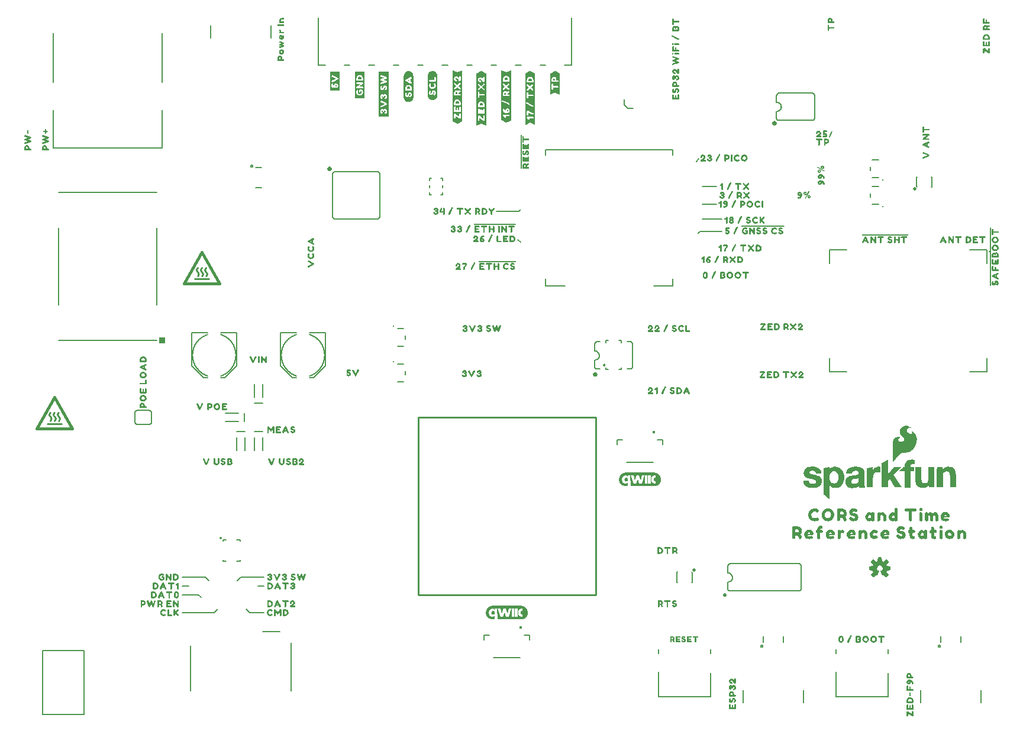
<source format=gto>
G04 EAGLE Gerber RS-274X export*
G75*
%MOMM*%
%FSLAX34Y34*%
%LPD*%
%INSilkscreen Top*%
%IPPOS*%
%AMOC8*
5,1,8,0,0,1.08239X$1,22.5*%
G01*
%ADD10C,0.254000*%
%ADD11C,0.203200*%
%ADD12C,0.508000*%
%ADD13C,0.152400*%
%ADD14C,0.254000*%
%ADD15C,0.406400*%
%ADD16C,0.282838*%
%ADD17C,0.177800*%
%ADD18R,0.889000X0.889000*%
%ADD19C,0.250000*%
%ADD20C,0.400000*%

G36*
X732014Y848978D02*
X732014Y848978D01*
X732007Y848991D01*
X732019Y849000D01*
X732019Y923600D01*
X731997Y923630D01*
X731995Y923642D01*
X731495Y923942D01*
X731493Y923942D01*
X731492Y923944D01*
X725392Y927044D01*
X725371Y927040D01*
X725362Y927049D01*
X724762Y926949D01*
X724755Y926941D01*
X724748Y926944D01*
X718748Y923944D01*
X718741Y923931D01*
X718732Y923931D01*
X718332Y923431D01*
X718331Y923408D01*
X718321Y923400D01*
X718321Y855700D01*
X718357Y855653D01*
X718370Y855663D01*
X718380Y855655D01*
X718354Y855647D01*
X718341Y855626D01*
X718323Y855613D01*
X718327Y855607D01*
X718324Y855603D01*
X718321Y855600D01*
X718321Y849200D01*
X718342Y849172D01*
X718343Y849159D01*
X718643Y848959D01*
X718681Y848961D01*
X718692Y848956D01*
X724782Y852051D01*
X725359Y852051D01*
X731448Y849056D01*
X731458Y849058D01*
X731460Y849052D01*
X731960Y848952D01*
X732014Y848978D01*
G37*
G36*
X788730Y850352D02*
X788730Y850352D01*
X788736Y850359D01*
X788742Y850356D01*
X794828Y853349D01*
X795405Y853253D01*
X801498Y850256D01*
X801536Y850263D01*
X801547Y850259D01*
X801847Y850459D01*
X801853Y850476D01*
X801863Y850484D01*
X801858Y850490D01*
X801859Y850492D01*
X801869Y850500D01*
X801869Y923700D01*
X801844Y923733D01*
X801842Y923744D01*
X795242Y927044D01*
X795222Y927040D01*
X795213Y927049D01*
X794513Y926949D01*
X794505Y926940D01*
X794497Y926944D01*
X788497Y923844D01*
X788489Y923827D01*
X788478Y923825D01*
X788178Y923325D01*
X788180Y923307D01*
X788173Y923302D01*
X788171Y923300D01*
X788171Y850300D01*
X788207Y850253D01*
X788219Y850262D01*
X788230Y850252D01*
X788730Y850352D01*
G37*
G36*
X691402Y852026D02*
X691402Y852026D01*
X697502Y855026D01*
X697511Y855045D01*
X697518Y855050D01*
X697526Y855052D01*
X697726Y855552D01*
X697722Y855565D01*
X697729Y855570D01*
X697729Y928070D01*
X697697Y928113D01*
X697696Y928117D01*
X697396Y928217D01*
X697370Y928208D01*
X697358Y928214D01*
X691265Y925217D01*
X690688Y925121D01*
X684602Y928114D01*
X684599Y928114D01*
X684598Y928116D01*
X684098Y928316D01*
X684095Y928315D01*
X684093Y928317D01*
X684087Y928313D01*
X684041Y928300D01*
X684046Y928282D01*
X684031Y928270D01*
X684031Y855770D01*
X684034Y855765D01*
X684031Y855762D01*
X684131Y855162D01*
X684155Y855140D01*
X684157Y855126D01*
X690757Y851726D01*
X690790Y851732D01*
X690802Y851726D01*
X691402Y852026D01*
G37*
G36*
X760840Y853332D02*
X760840Y853332D01*
X760852Y853326D01*
X766952Y856326D01*
X766954Y856330D01*
X766957Y856329D01*
X767557Y856729D01*
X767563Y856746D01*
X767575Y856755D01*
X767569Y856762D01*
X767579Y856770D01*
X767579Y927870D01*
X767574Y927877D01*
X767578Y927882D01*
X767478Y928282D01*
X767431Y928319D01*
X767422Y928307D01*
X767408Y928314D01*
X760730Y925025D01*
X754052Y928314D01*
X753993Y928303D01*
X753996Y928287D01*
X753982Y928280D01*
X753882Y927780D01*
X753885Y927773D01*
X753881Y927770D01*
X753881Y857070D01*
X753892Y857055D01*
X753888Y857045D01*
X754188Y856545D01*
X754206Y856537D01*
X754208Y856526D01*
X760208Y853526D01*
X760213Y853527D01*
X760214Y853523D01*
X760814Y853323D01*
X760840Y853332D01*
G37*
G36*
X1314155Y368090D02*
X1314155Y368090D01*
X1314239Y368093D01*
X1314240Y368093D01*
X1314241Y368093D01*
X1314319Y368136D01*
X1314392Y368175D01*
X1314392Y368176D01*
X1314393Y368176D01*
X1314397Y368182D01*
X1314480Y368290D01*
X1314553Y368435D01*
X1314909Y368791D01*
X1314916Y368802D01*
X1314929Y368813D01*
X1315529Y369513D01*
X1315533Y369520D01*
X1315540Y369527D01*
X1316232Y370416D01*
X1317123Y371406D01*
X1317126Y371411D01*
X1317132Y371417D01*
X1318127Y372610D01*
X1319220Y373803D01*
X1320419Y375101D01*
X1321719Y376501D01*
X1321723Y376508D01*
X1321730Y376514D01*
X1322820Y377802D01*
X1323902Y378884D01*
X1324877Y379762D01*
X1325829Y380428D01*
X1326870Y380901D01*
X1327891Y381180D01*
X1331740Y381180D01*
X1331760Y381185D01*
X1331787Y381183D01*
X1334187Y381483D01*
X1334209Y381491D01*
X1334240Y381493D01*
X1336440Y382093D01*
X1336463Y382105D01*
X1336496Y382113D01*
X1338496Y383013D01*
X1338515Y383027D01*
X1338543Y383039D01*
X1340443Y384239D01*
X1340454Y384249D01*
X1340471Y384258D01*
X1342171Y385558D01*
X1342188Y385579D01*
X1342217Y385600D01*
X1343717Y387200D01*
X1343725Y387214D01*
X1343740Y387227D01*
X1345140Y389027D01*
X1345153Y389054D01*
X1345178Y389086D01*
X1347078Y392786D01*
X1347086Y392817D01*
X1347106Y392858D01*
X1348106Y396458D01*
X1348108Y396492D01*
X1348120Y396538D01*
X1348320Y400038D01*
X1348314Y400070D01*
X1348316Y400117D01*
X1347816Y403417D01*
X1347805Y403446D01*
X1347798Y403488D01*
X1346798Y406288D01*
X1346784Y406309D01*
X1346774Y406341D01*
X1345474Y408741D01*
X1345448Y408770D01*
X1345409Y408829D01*
X1343709Y410529D01*
X1343679Y410547D01*
X1343642Y410582D01*
X1342042Y411582D01*
X1341976Y411605D01*
X1341912Y411633D01*
X1341895Y411633D01*
X1341878Y411638D01*
X1341809Y411629D01*
X1341739Y411627D01*
X1341724Y411618D01*
X1341706Y411616D01*
X1341648Y411577D01*
X1341587Y411544D01*
X1341577Y411529D01*
X1341562Y411519D01*
X1341527Y411459D01*
X1341487Y411402D01*
X1341484Y411383D01*
X1341476Y411369D01*
X1341473Y411330D01*
X1341460Y411260D01*
X1341460Y410660D01*
X1341467Y410630D01*
X1341467Y410585D01*
X1341553Y410154D01*
X1341377Y409094D01*
X1341138Y408696D01*
X1340723Y408281D01*
X1340162Y408040D01*
X1339593Y408040D01*
X1338278Y408416D01*
X1337537Y408787D01*
X1336175Y409760D01*
X1335498Y410339D01*
X1335039Y410798D01*
X1334562Y411562D01*
X1334559Y411565D01*
X1334556Y411571D01*
X1334189Y412122D01*
X1334012Y412744D01*
X1333925Y413260D01*
X1334008Y413757D01*
X1334187Y414204D01*
X1334462Y414754D01*
X1334816Y415196D01*
X1335554Y415842D01*
X1335932Y416031D01*
X1336273Y416201D01*
X1337007Y416385D01*
X1337861Y416480D01*
X1339093Y416480D01*
X1339448Y416391D01*
X1339484Y416391D01*
X1339540Y416380D01*
X1339640Y416380D01*
X1339701Y416394D01*
X1339764Y416400D01*
X1339785Y416414D01*
X1339809Y416419D01*
X1339857Y416459D01*
X1339910Y416493D01*
X1339923Y416514D01*
X1339942Y416529D01*
X1339968Y416587D01*
X1340001Y416640D01*
X1340003Y416665D01*
X1340013Y416688D01*
X1340011Y416750D01*
X1340017Y416813D01*
X1340008Y416836D01*
X1340007Y416861D01*
X1339977Y416916D01*
X1339954Y416975D01*
X1339934Y416994D01*
X1339924Y417013D01*
X1339893Y417034D01*
X1339851Y417076D01*
X1339557Y417273D01*
X1338861Y417769D01*
X1338846Y417775D01*
X1338832Y417788D01*
X1337632Y418488D01*
X1337608Y418496D01*
X1337581Y418513D01*
X1336081Y419113D01*
X1336063Y419116D01*
X1336042Y419126D01*
X1334242Y419626D01*
X1334208Y419628D01*
X1334159Y419640D01*
X1332159Y419740D01*
X1332121Y419733D01*
X1332056Y419731D01*
X1329856Y419231D01*
X1329822Y419214D01*
X1329764Y419197D01*
X1327464Y417997D01*
X1327439Y417976D01*
X1327398Y417954D01*
X1325698Y416554D01*
X1325675Y416523D01*
X1325627Y416475D01*
X1324527Y414875D01*
X1324513Y414840D01*
X1324481Y414787D01*
X1323881Y413087D01*
X1323878Y413052D01*
X1323876Y413041D01*
X1323867Y413022D01*
X1323868Y413000D01*
X1323860Y412960D01*
X1323860Y411260D01*
X1323869Y411222D01*
X1323875Y411153D01*
X1324375Y409453D01*
X1324389Y409428D01*
X1324400Y409390D01*
X1325300Y407590D01*
X1325319Y407567D01*
X1325338Y407529D01*
X1326638Y405829D01*
X1326655Y405815D01*
X1326671Y405791D01*
X1328362Y404101D01*
X1329618Y402651D01*
X1330260Y401276D01*
X1330260Y400017D01*
X1329901Y398852D01*
X1329089Y397950D01*
X1327979Y397209D01*
X1326687Y396840D01*
X1325191Y396840D01*
X1324151Y397124D01*
X1323331Y397397D01*
X1322698Y397939D01*
X1322153Y398485D01*
X1321896Y398998D01*
X1321720Y399613D01*
X1321720Y400198D01*
X1321881Y400681D01*
X1322128Y401010D01*
X1322494Y401376D01*
X1322973Y401759D01*
X1323328Y402026D01*
X1323781Y402207D01*
X1323793Y402215D01*
X1323810Y402220D01*
X1324054Y402342D01*
X1324410Y402520D01*
X1324439Y402544D01*
X1324509Y402591D01*
X1324609Y402691D01*
X1324622Y402713D01*
X1324642Y402729D01*
X1324668Y402786D01*
X1324700Y402838D01*
X1324703Y402864D01*
X1324713Y402888D01*
X1324711Y402949D01*
X1324717Y403011D01*
X1324708Y403035D01*
X1324707Y403061D01*
X1324677Y403115D01*
X1324655Y403173D01*
X1324636Y403190D01*
X1324624Y403213D01*
X1324574Y403248D01*
X1324528Y403290D01*
X1324503Y403298D01*
X1324482Y403313D01*
X1324398Y403329D01*
X1324362Y403340D01*
X1324352Y403338D01*
X1324340Y403340D01*
X1324302Y403340D01*
X1324071Y403417D01*
X1323581Y403613D01*
X1323546Y403618D01*
X1323494Y403636D01*
X1322794Y403736D01*
X1322770Y403734D01*
X1322740Y403740D01*
X1320940Y403740D01*
X1320910Y403733D01*
X1320865Y403733D01*
X1319865Y403533D01*
X1319855Y403528D01*
X1319840Y403527D01*
X1318740Y403227D01*
X1318723Y403218D01*
X1318699Y403213D01*
X1317699Y402813D01*
X1317672Y402794D01*
X1317629Y402776D01*
X1316729Y402176D01*
X1316708Y402154D01*
X1316671Y402129D01*
X1315871Y401329D01*
X1315860Y401311D01*
X1315840Y401293D01*
X1315140Y400393D01*
X1315129Y400369D01*
X1315106Y400342D01*
X1314506Y399242D01*
X1314497Y399209D01*
X1314474Y399164D01*
X1314074Y397764D01*
X1314073Y397739D01*
X1314063Y397707D01*
X1313863Y396107D01*
X1313864Y396095D01*
X1313860Y396080D01*
X1313760Y394180D01*
X1313762Y394171D01*
X1313760Y394160D01*
X1313760Y368460D01*
X1313780Y368375D01*
X1313799Y368293D01*
X1313799Y368292D01*
X1313799Y368291D01*
X1313856Y368223D01*
X1313908Y368159D01*
X1313909Y368158D01*
X1313987Y368123D01*
X1314066Y368087D01*
X1314067Y368087D01*
X1314068Y368087D01*
X1314155Y368090D01*
G37*
G36*
X934859Y333239D02*
X934859Y333239D01*
X934881Y333243D01*
X934888Y333258D01*
X934897Y333264D01*
X934896Y333274D01*
X934903Y333290D01*
X934903Y338730D01*
X934899Y338736D01*
X934884Y338774D01*
X934874Y338784D01*
X934867Y338786D01*
X934866Y338787D01*
X934863Y338787D01*
X934846Y338791D01*
X934818Y338802D01*
X934813Y338798D01*
X934808Y338799D01*
X934801Y338790D01*
X934776Y338772D01*
X934706Y338652D01*
X934647Y338554D01*
X934552Y338420D01*
X934367Y338226D01*
X934140Y338038D01*
X933953Y337890D01*
X933738Y337754D01*
X933442Y337586D01*
X933168Y337469D01*
X932803Y337350D01*
X932518Y337282D01*
X932202Y337232D01*
X931846Y337193D01*
X931551Y337193D01*
X931254Y337203D01*
X930898Y337232D01*
X930294Y337331D01*
X929678Y337520D01*
X929672Y337518D01*
X929662Y337529D01*
X929365Y337638D01*
X929051Y337795D01*
X928705Y338012D01*
X928408Y338210D01*
X928113Y338466D01*
X927846Y338742D01*
X927629Y338990D01*
X927452Y339226D01*
X927214Y339603D01*
X927094Y339811D01*
X927082Y339818D01*
X927077Y339824D01*
X927077Y339836D01*
X926947Y340125D01*
X926799Y340463D01*
X926690Y340777D01*
X926581Y341264D01*
X926482Y341702D01*
X926432Y342017D01*
X926393Y342662D01*
X926383Y342921D01*
X926393Y343248D01*
X926381Y343267D01*
X926389Y343280D01*
X926398Y343287D01*
X926397Y343295D01*
X926403Y343305D01*
X926462Y343993D01*
X926502Y344279D01*
X926571Y344597D01*
X926650Y344923D01*
X926779Y345328D01*
X926907Y345635D01*
X927076Y345992D01*
X927264Y346337D01*
X927411Y346553D01*
X927639Y346850D01*
X927954Y347205D01*
X928478Y347630D01*
X928754Y347827D01*
X929110Y348025D01*
X929113Y348031D01*
X929117Y348029D01*
X929120Y348033D01*
X929126Y348033D01*
X929435Y348172D01*
X929779Y348310D01*
X930183Y348409D01*
X930678Y348498D01*
X931094Y348537D01*
X931561Y348557D01*
X931727Y348557D01*
X932034Y348528D01*
X932241Y348508D01*
X932536Y348449D01*
X932666Y348419D01*
X932901Y348360D01*
X933116Y348272D01*
X933403Y348153D01*
X933679Y348006D01*
X933934Y347848D01*
X934230Y347622D01*
X934477Y347395D01*
X934724Y347147D01*
X934803Y347058D01*
X934817Y347055D01*
X934824Y347043D01*
X934847Y347046D01*
X934869Y347040D01*
X934878Y347051D01*
X934891Y347053D01*
X934906Y347084D01*
X934912Y347092D01*
X934911Y347096D01*
X934913Y347100D01*
X934913Y348447D01*
X938507Y348447D01*
X938517Y333320D01*
X938529Y333301D01*
X938533Y333279D01*
X938548Y333272D01*
X938554Y333263D01*
X938564Y333264D01*
X938580Y333257D01*
X945750Y333257D01*
X945760Y333264D01*
X945764Y333264D01*
X945780Y333257D01*
X953221Y333267D01*
X953224Y333263D01*
X953234Y333264D01*
X953250Y333257D01*
X962130Y333257D01*
X962142Y333265D01*
X962144Y333263D01*
X962154Y333264D01*
X962170Y333257D01*
X972260Y333257D01*
X972261Y333258D01*
X972263Y333257D01*
X973163Y333307D01*
X973180Y333320D01*
X973186Y333318D01*
X974356Y333428D01*
X974361Y333431D01*
X974370Y333430D01*
X974549Y333490D01*
X975168Y333670D01*
X975868Y333880D01*
X975870Y333883D01*
X975875Y333882D01*
X976495Y334152D01*
X976496Y334154D01*
X976499Y334154D01*
X977069Y334454D01*
X977069Y334455D01*
X977070Y334455D01*
X977730Y334815D01*
X977732Y334819D01*
X977738Y334820D01*
X978358Y335290D01*
X978358Y335291D01*
X978360Y335292D01*
X979110Y335922D01*
X979111Y335925D01*
X979115Y335926D01*
X979545Y336366D01*
X979545Y336368D01*
X979548Y336370D01*
X980148Y337090D01*
X980149Y337099D01*
X980157Y337104D01*
X980156Y337114D01*
X980190Y337132D01*
X980410Y337422D01*
X980410Y337426D01*
X980414Y337429D01*
X981014Y338479D01*
X981014Y338480D01*
X981016Y338481D01*
X981406Y339231D01*
X981405Y339235D01*
X981409Y339239D01*
X981529Y339579D01*
X981529Y339580D01*
X981530Y339581D01*
X981710Y340161D01*
X981708Y340169D01*
X981710Y340171D01*
X981910Y340811D01*
X981909Y340815D01*
X981912Y340818D01*
X982002Y341288D01*
X982001Y341291D01*
X982002Y341294D01*
X982162Y342844D01*
X982160Y342848D01*
X982163Y342854D01*
X982103Y343724D01*
X982102Y343725D01*
X982102Y343727D01*
X981992Y344737D01*
X981992Y344738D01*
X981992Y344740D01*
X981942Y345060D01*
X981939Y345063D01*
X981940Y345068D01*
X981820Y345458D01*
X981781Y345606D01*
X981771Y345615D01*
X981771Y345618D01*
X981769Y345619D01*
X981768Y345625D01*
X981770Y345639D01*
X981490Y346519D01*
X981488Y346521D01*
X981488Y346524D01*
X981288Y347014D01*
X981286Y347016D01*
X981285Y347020D01*
X980895Y347740D01*
X980585Y348300D01*
X980581Y348302D01*
X980580Y348308D01*
X980340Y348628D01*
X980338Y348629D01*
X980337Y348631D01*
X980333Y348633D01*
X980329Y348649D01*
X979569Y349589D01*
X979567Y349590D01*
X979566Y349591D01*
X979566Y349593D01*
X979186Y349993D01*
X979182Y349994D01*
X979180Y349998D01*
X978780Y350328D01*
X978780Y350329D01*
X978340Y350689D01*
X978011Y350968D01*
X978006Y350968D01*
X978002Y350974D01*
X977572Y351234D01*
X977571Y351234D01*
X977570Y351235D01*
X976730Y351695D01*
X976729Y351695D01*
X976728Y351696D01*
X976078Y352026D01*
X976074Y352025D01*
X976069Y352030D01*
X975539Y352200D01*
X974609Y352490D01*
X974594Y352486D01*
X974592Y352487D01*
X974586Y352497D01*
X974578Y352496D01*
X974567Y352502D01*
X972427Y352752D01*
X972424Y352751D01*
X972420Y352753D01*
X967440Y352753D01*
X967427Y352745D01*
X967426Y352747D01*
X967416Y352746D01*
X967400Y352753D01*
X958949Y352743D01*
X958946Y352747D01*
X958934Y352745D01*
X958924Y352753D01*
X958911Y352748D01*
X958900Y352753D01*
X942890Y352753D01*
X942880Y352746D01*
X942876Y352746D01*
X942860Y352753D01*
X934860Y352753D01*
X934856Y352750D01*
X934850Y352753D01*
X932120Y352753D01*
X932118Y352751D01*
X932115Y352753D01*
X930475Y352623D01*
X930473Y352621D01*
X930470Y352622D01*
X929800Y352512D01*
X929797Y352509D01*
X929792Y352510D01*
X928542Y352140D01*
X928541Y352138D01*
X928538Y352139D01*
X927858Y351879D01*
X927855Y351876D01*
X927850Y351875D01*
X927240Y351545D01*
X927239Y351545D01*
X926580Y351175D01*
X926562Y351166D01*
X926551Y351148D01*
X926543Y351150D01*
X926538Y351144D01*
X926525Y351142D01*
X926175Y350902D01*
X926174Y350899D01*
X926170Y350899D01*
X925680Y350499D01*
X925680Y350498D01*
X925679Y350498D01*
X925399Y350258D01*
X925399Y350257D01*
X925159Y350047D01*
X925158Y350047D01*
X924978Y349887D01*
X924977Y349884D01*
X924973Y349882D01*
X924723Y349602D01*
X924723Y349601D01*
X924722Y349600D01*
X924372Y349180D01*
X924052Y348790D01*
X924051Y348789D01*
X924050Y348788D01*
X923830Y348498D01*
X923830Y348497D01*
X923829Y348496D01*
X923639Y348226D01*
X923639Y348224D01*
X923636Y348222D01*
X923456Y347912D01*
X923456Y347911D01*
X923455Y347910D01*
X923295Y347620D01*
X923295Y347619D01*
X923294Y347619D01*
X922894Y346839D01*
X922895Y346835D01*
X922891Y346831D01*
X922611Y346041D01*
X922611Y346039D01*
X922610Y346038D01*
X922544Y345812D01*
X922539Y345806D01*
X922269Y344806D01*
X922271Y344802D01*
X922268Y344796D01*
X922208Y344186D01*
X922138Y343506D01*
X922137Y343505D01*
X922107Y343105D01*
X922120Y343082D01*
X922121Y343077D01*
X922117Y343069D01*
X922127Y342639D01*
X922129Y342637D01*
X922128Y342634D01*
X922178Y342124D01*
X922178Y342123D01*
X922228Y341653D01*
X922268Y341264D01*
X922270Y341261D01*
X922269Y341257D01*
X922339Y340927D01*
X922340Y340926D01*
X922339Y340924D01*
X922519Y340264D01*
X922521Y340262D01*
X922520Y340260D01*
X922800Y339420D01*
X922802Y339419D01*
X922802Y339416D01*
X923022Y338876D01*
X923025Y338874D01*
X923025Y338870D01*
X923275Y338420D01*
X923545Y337920D01*
X923643Y337742D01*
X923638Y337732D01*
X923643Y337726D01*
X923641Y337718D01*
X923664Y337701D01*
X923666Y337698D01*
X923670Y337682D01*
X924030Y337202D01*
X924031Y337202D01*
X924032Y337200D01*
X924372Y336790D01*
X924992Y336050D01*
X924997Y336048D01*
X925000Y336041D01*
X926160Y335091D01*
X926162Y335091D01*
X926163Y335090D01*
X926393Y334920D01*
X926395Y334919D01*
X926397Y334916D01*
X926857Y334636D01*
X926859Y334636D01*
X926860Y334635D01*
X927270Y334415D01*
X927271Y334415D01*
X927610Y334235D01*
X927999Y334015D01*
X928021Y334017D01*
X928022Y334009D01*
X928034Y334006D01*
X928052Y333990D01*
X930052Y333400D01*
X930057Y333401D01*
X930064Y333398D01*
X931774Y333228D01*
X931776Y333229D01*
X931780Y333227D01*
X934840Y333227D01*
X934859Y333239D01*
G37*
G36*
X744359Y142739D02*
X744359Y142739D01*
X744381Y142743D01*
X744388Y142758D01*
X744397Y142764D01*
X744396Y142774D01*
X744403Y142790D01*
X744403Y148230D01*
X744399Y148236D01*
X744384Y148274D01*
X744374Y148284D01*
X744367Y148286D01*
X744366Y148287D01*
X744363Y148287D01*
X744346Y148291D01*
X744318Y148302D01*
X744313Y148298D01*
X744308Y148299D01*
X744301Y148290D01*
X744276Y148272D01*
X744206Y148152D01*
X744147Y148054D01*
X744052Y147920D01*
X743867Y147726D01*
X743640Y147538D01*
X743453Y147390D01*
X743238Y147254D01*
X742942Y147086D01*
X742668Y146969D01*
X742303Y146850D01*
X742018Y146782D01*
X741702Y146732D01*
X741346Y146693D01*
X741051Y146693D01*
X740754Y146703D01*
X740398Y146732D01*
X739794Y146831D01*
X739178Y147020D01*
X739172Y147018D01*
X739162Y147029D01*
X738865Y147138D01*
X738551Y147295D01*
X738205Y147512D01*
X737908Y147710D01*
X737613Y147966D01*
X737346Y148242D01*
X737129Y148490D01*
X736952Y148726D01*
X736714Y149103D01*
X736594Y149311D01*
X736582Y149318D01*
X736577Y149324D01*
X736577Y149336D01*
X736447Y149625D01*
X736299Y149963D01*
X736190Y150277D01*
X736081Y150764D01*
X735982Y151202D01*
X735932Y151517D01*
X735893Y152162D01*
X735883Y152421D01*
X735893Y152748D01*
X735881Y152767D01*
X735889Y152780D01*
X735898Y152787D01*
X735897Y152795D01*
X735903Y152805D01*
X735962Y153493D01*
X736002Y153779D01*
X736071Y154097D01*
X736150Y154423D01*
X736279Y154828D01*
X736407Y155135D01*
X736576Y155492D01*
X736764Y155837D01*
X736911Y156053D01*
X737139Y156350D01*
X737454Y156705D01*
X737978Y157130D01*
X738254Y157327D01*
X738610Y157525D01*
X738613Y157531D01*
X738617Y157529D01*
X738620Y157533D01*
X738626Y157533D01*
X738935Y157672D01*
X739279Y157810D01*
X739683Y157909D01*
X740178Y157998D01*
X740594Y158037D01*
X741061Y158057D01*
X741227Y158057D01*
X741534Y158028D01*
X741741Y158008D01*
X742036Y157949D01*
X742166Y157919D01*
X742401Y157860D01*
X742616Y157772D01*
X742903Y157653D01*
X743179Y157506D01*
X743434Y157348D01*
X743730Y157122D01*
X743977Y156895D01*
X744224Y156647D01*
X744303Y156558D01*
X744317Y156555D01*
X744324Y156543D01*
X744347Y156546D01*
X744369Y156540D01*
X744378Y156551D01*
X744391Y156553D01*
X744406Y156584D01*
X744412Y156592D01*
X744411Y156596D01*
X744413Y156600D01*
X744413Y157947D01*
X748007Y157947D01*
X748017Y142820D01*
X748029Y142801D01*
X748033Y142779D01*
X748048Y142772D01*
X748054Y142763D01*
X748064Y142764D01*
X748080Y142757D01*
X755250Y142757D01*
X755260Y142764D01*
X755264Y142764D01*
X755280Y142757D01*
X762721Y142767D01*
X762724Y142763D01*
X762734Y142764D01*
X762750Y142757D01*
X771630Y142757D01*
X771642Y142765D01*
X771644Y142763D01*
X771654Y142764D01*
X771670Y142757D01*
X781760Y142757D01*
X781761Y142758D01*
X781763Y142757D01*
X782663Y142807D01*
X782680Y142820D01*
X782686Y142818D01*
X783856Y142928D01*
X783861Y142931D01*
X783870Y142930D01*
X784049Y142990D01*
X784668Y143170D01*
X785368Y143380D01*
X785370Y143383D01*
X785375Y143382D01*
X785995Y143652D01*
X785996Y143654D01*
X785999Y143654D01*
X786569Y143954D01*
X786569Y143955D01*
X786570Y143955D01*
X787230Y144315D01*
X787232Y144319D01*
X787238Y144320D01*
X787858Y144790D01*
X787858Y144791D01*
X787860Y144792D01*
X788610Y145422D01*
X788611Y145425D01*
X788615Y145426D01*
X789045Y145866D01*
X789045Y145868D01*
X789048Y145870D01*
X789648Y146590D01*
X789649Y146599D01*
X789657Y146604D01*
X789656Y146614D01*
X789690Y146632D01*
X789910Y146922D01*
X789910Y146926D01*
X789914Y146929D01*
X790514Y147979D01*
X790514Y147980D01*
X790516Y147981D01*
X790906Y148731D01*
X790905Y148735D01*
X790909Y148739D01*
X791029Y149079D01*
X791029Y149080D01*
X791030Y149081D01*
X791210Y149661D01*
X791208Y149669D01*
X791210Y149671D01*
X791410Y150311D01*
X791409Y150315D01*
X791412Y150318D01*
X791502Y150788D01*
X791501Y150791D01*
X791502Y150794D01*
X791662Y152344D01*
X791660Y152348D01*
X791663Y152354D01*
X791603Y153224D01*
X791602Y153225D01*
X791602Y153227D01*
X791492Y154237D01*
X791492Y154238D01*
X791492Y154240D01*
X791442Y154560D01*
X791439Y154563D01*
X791440Y154568D01*
X791320Y154958D01*
X791281Y155106D01*
X791271Y155115D01*
X791271Y155118D01*
X791269Y155119D01*
X791268Y155125D01*
X791270Y155139D01*
X790990Y156019D01*
X790988Y156021D01*
X790988Y156024D01*
X790788Y156514D01*
X790786Y156516D01*
X790785Y156520D01*
X790395Y157240D01*
X790085Y157800D01*
X790081Y157802D01*
X790080Y157808D01*
X789840Y158128D01*
X789838Y158129D01*
X789837Y158131D01*
X789833Y158133D01*
X789829Y158149D01*
X789069Y159089D01*
X789067Y159090D01*
X789066Y159091D01*
X789066Y159093D01*
X788686Y159493D01*
X788682Y159494D01*
X788680Y159498D01*
X788280Y159828D01*
X788280Y159829D01*
X787840Y160189D01*
X787511Y160468D01*
X787506Y160468D01*
X787502Y160474D01*
X787072Y160734D01*
X787071Y160734D01*
X787070Y160735D01*
X786230Y161195D01*
X786229Y161195D01*
X786228Y161196D01*
X785578Y161526D01*
X785574Y161525D01*
X785569Y161530D01*
X785039Y161700D01*
X784109Y161990D01*
X784094Y161986D01*
X784092Y161987D01*
X784086Y161997D01*
X784078Y161996D01*
X784067Y162002D01*
X781927Y162252D01*
X781924Y162251D01*
X781920Y162253D01*
X776940Y162253D01*
X776927Y162245D01*
X776926Y162247D01*
X776916Y162246D01*
X776900Y162253D01*
X768449Y162243D01*
X768446Y162247D01*
X768434Y162245D01*
X768424Y162253D01*
X768411Y162248D01*
X768400Y162253D01*
X752390Y162253D01*
X752380Y162246D01*
X752376Y162246D01*
X752360Y162253D01*
X744360Y162253D01*
X744356Y162250D01*
X744350Y162253D01*
X741620Y162253D01*
X741618Y162251D01*
X741615Y162253D01*
X739975Y162123D01*
X739973Y162121D01*
X739970Y162122D01*
X739300Y162012D01*
X739297Y162009D01*
X739292Y162010D01*
X738042Y161640D01*
X738041Y161638D01*
X738038Y161639D01*
X737358Y161379D01*
X737355Y161376D01*
X737350Y161375D01*
X736740Y161045D01*
X736739Y161045D01*
X736080Y160675D01*
X736062Y160666D01*
X736051Y160648D01*
X736043Y160650D01*
X736038Y160644D01*
X736025Y160642D01*
X735675Y160402D01*
X735674Y160399D01*
X735670Y160399D01*
X735180Y159999D01*
X735180Y159998D01*
X735179Y159998D01*
X734899Y159758D01*
X734899Y159757D01*
X734659Y159547D01*
X734658Y159547D01*
X734478Y159387D01*
X734477Y159384D01*
X734473Y159382D01*
X734223Y159102D01*
X734223Y159101D01*
X734222Y159100D01*
X733872Y158680D01*
X733552Y158290D01*
X733551Y158289D01*
X733550Y158288D01*
X733330Y157998D01*
X733330Y157997D01*
X733329Y157996D01*
X733139Y157726D01*
X733139Y157724D01*
X733136Y157722D01*
X732956Y157412D01*
X732956Y157411D01*
X732955Y157410D01*
X732795Y157120D01*
X732795Y157119D01*
X732794Y157119D01*
X732394Y156339D01*
X732395Y156335D01*
X732391Y156331D01*
X732111Y155541D01*
X732111Y155539D01*
X732110Y155538D01*
X732044Y155312D01*
X732039Y155306D01*
X731769Y154306D01*
X731771Y154302D01*
X731768Y154296D01*
X731708Y153686D01*
X731638Y153006D01*
X731637Y153005D01*
X731607Y152605D01*
X731620Y152582D01*
X731621Y152577D01*
X731617Y152569D01*
X731627Y152139D01*
X731629Y152137D01*
X731628Y152134D01*
X731678Y151624D01*
X731678Y151623D01*
X731728Y151153D01*
X731768Y150764D01*
X731770Y150761D01*
X731769Y150757D01*
X731839Y150427D01*
X731840Y150426D01*
X731839Y150424D01*
X732019Y149764D01*
X732021Y149762D01*
X732020Y149760D01*
X732300Y148920D01*
X732302Y148919D01*
X732302Y148916D01*
X732522Y148376D01*
X732525Y148374D01*
X732525Y148370D01*
X732775Y147920D01*
X733045Y147420D01*
X733143Y147242D01*
X733138Y147232D01*
X733143Y147226D01*
X733141Y147218D01*
X733164Y147201D01*
X733166Y147198D01*
X733170Y147182D01*
X733530Y146702D01*
X733531Y146702D01*
X733532Y146700D01*
X733872Y146290D01*
X734492Y145550D01*
X734497Y145548D01*
X734500Y145541D01*
X735660Y144591D01*
X735662Y144591D01*
X735663Y144590D01*
X735893Y144420D01*
X735895Y144419D01*
X735897Y144416D01*
X736357Y144136D01*
X736359Y144136D01*
X736360Y144135D01*
X736770Y143915D01*
X736771Y143915D01*
X737110Y143735D01*
X737499Y143515D01*
X737521Y143517D01*
X737522Y143509D01*
X737534Y143506D01*
X737552Y143490D01*
X739552Y142900D01*
X739557Y142901D01*
X739564Y142898D01*
X741274Y142728D01*
X741276Y142729D01*
X741280Y142727D01*
X744340Y142727D01*
X744359Y142739D01*
G37*
G36*
X1223355Y314592D02*
X1223355Y314592D01*
X1223381Y314593D01*
X1223435Y314623D01*
X1223493Y314645D01*
X1223510Y314664D01*
X1223533Y314676D01*
X1223568Y314727D01*
X1223610Y314772D01*
X1223618Y314797D01*
X1223633Y314818D01*
X1223649Y314902D01*
X1223660Y314938D01*
X1223658Y314948D01*
X1223660Y314960D01*
X1223660Y334401D01*
X1223883Y334122D01*
X1223890Y334117D01*
X1223896Y334107D01*
X1224696Y333207D01*
X1224725Y333187D01*
X1224762Y333149D01*
X1225762Y332449D01*
X1225773Y332444D01*
X1225784Y332434D01*
X1226784Y331834D01*
X1226807Y331827D01*
X1226834Y331809D01*
X1228034Y331309D01*
X1228055Y331305D01*
X1228080Y331293D01*
X1229180Y330993D01*
X1229199Y330992D01*
X1229222Y330984D01*
X1230522Y330784D01*
X1230535Y330785D01*
X1230551Y330781D01*
X1231851Y330681D01*
X1231880Y330685D01*
X1231919Y330682D01*
X1234819Y330982D01*
X1234853Y330994D01*
X1234909Y331002D01*
X1237409Y331902D01*
X1237439Y331922D01*
X1237491Y331944D01*
X1239591Y333344D01*
X1239615Y333369D01*
X1239656Y333399D01*
X1241456Y335299D01*
X1241473Y335328D01*
X1241507Y335367D01*
X1242807Y337567D01*
X1242814Y337589D01*
X1242831Y337614D01*
X1243831Y340014D01*
X1243836Y340042D01*
X1243851Y340078D01*
X1244451Y342778D01*
X1244451Y342802D01*
X1244459Y342833D01*
X1244659Y345633D01*
X1244656Y345656D01*
X1244659Y345685D01*
X1244459Y348685D01*
X1244452Y348708D01*
X1244452Y348740D01*
X1243852Y351540D01*
X1243846Y351553D01*
X1243845Y351565D01*
X1243837Y351579D01*
X1243833Y351601D01*
X1242833Y354101D01*
X1242820Y354120D01*
X1242811Y354147D01*
X1241511Y356447D01*
X1241486Y356474D01*
X1241456Y356522D01*
X1239656Y358422D01*
X1239628Y358440D01*
X1239594Y358474D01*
X1237394Y359974D01*
X1237358Y359988D01*
X1237300Y360021D01*
X1234600Y360921D01*
X1234566Y360924D01*
X1234517Y360938D01*
X1231417Y361238D01*
X1231389Y361235D01*
X1231351Y361239D01*
X1230051Y361139D01*
X1230036Y361135D01*
X1230018Y361135D01*
X1228818Y360935D01*
X1228805Y360930D01*
X1228788Y360929D01*
X1227588Y360629D01*
X1227572Y360621D01*
X1227550Y360617D01*
X1226450Y360217D01*
X1226418Y360197D01*
X1226362Y360172D01*
X1224362Y358772D01*
X1224338Y358745D01*
X1224296Y358713D01*
X1223496Y357813D01*
X1223488Y357798D01*
X1223472Y357784D01*
X1223360Y357629D01*
X1223360Y360060D01*
X1223344Y360128D01*
X1223335Y360197D01*
X1223325Y360211D01*
X1223321Y360229D01*
X1223276Y360282D01*
X1223237Y360340D01*
X1223222Y360349D01*
X1223211Y360362D01*
X1223147Y360391D01*
X1223086Y360425D01*
X1223067Y360427D01*
X1223052Y360433D01*
X1223013Y360432D01*
X1222942Y360438D01*
X1221942Y360338D01*
X1221923Y360332D01*
X1221898Y360331D01*
X1220118Y359936D01*
X1219238Y359838D01*
X1219224Y359833D01*
X1219205Y359833D01*
X1218222Y359636D01*
X1217338Y359538D01*
X1217321Y359532D01*
X1217298Y359531D01*
X1215498Y359131D01*
X1215489Y359127D01*
X1215479Y359127D01*
X1215411Y359090D01*
X1215341Y359056D01*
X1215335Y359049D01*
X1215327Y359044D01*
X1215283Y358981D01*
X1215235Y358919D01*
X1215233Y358910D01*
X1215227Y358902D01*
X1215200Y358760D01*
X1215200Y321860D01*
X1215217Y321786D01*
X1215230Y321711D01*
X1215237Y321701D01*
X1215239Y321691D01*
X1215263Y321662D01*
X1215311Y321591D01*
X1216211Y320691D01*
X1216227Y320681D01*
X1216242Y320663D01*
X1217234Y319870D01*
X1218226Y318977D01*
X1218234Y318973D01*
X1218242Y318963D01*
X1219226Y318176D01*
X1220111Y317291D01*
X1220119Y317286D01*
X1220126Y317277D01*
X1221126Y316377D01*
X1221134Y316373D01*
X1221142Y316363D01*
X1222126Y315576D01*
X1223011Y314691D01*
X1223033Y314678D01*
X1223049Y314658D01*
X1223106Y314632D01*
X1223158Y314600D01*
X1223184Y314597D01*
X1223208Y314587D01*
X1223269Y314589D01*
X1223331Y314583D01*
X1223355Y314592D01*
G37*
G36*
X591574Y862094D02*
X591574Y862094D01*
X591577Y862091D01*
X592277Y862191D01*
X592319Y862234D01*
X592315Y862237D01*
X592319Y862240D01*
X592319Y925940D01*
X592300Y925966D01*
X592300Y925979D01*
X591900Y926279D01*
X591878Y926279D01*
X591870Y926289D01*
X578970Y926289D01*
X578944Y926270D01*
X578931Y926270D01*
X578631Y925870D01*
X578631Y925848D01*
X578621Y925840D01*
X578621Y862840D01*
X578624Y862836D01*
X578621Y862833D01*
X578721Y862133D01*
X578764Y862091D01*
X578767Y862095D01*
X578770Y862091D01*
X591570Y862091D01*
X591574Y862094D01*
G37*
G36*
X1256803Y330585D02*
X1256803Y330585D01*
X1256834Y330584D01*
X1257534Y330684D01*
X1257538Y330685D01*
X1257543Y330685D01*
X1258111Y330780D01*
X1258780Y330780D01*
X1258806Y330786D01*
X1258843Y330785D01*
X1259443Y330885D01*
X1259460Y330892D01*
X1259484Y330894D01*
X1260164Y331089D01*
X1260743Y331185D01*
X1260766Y331195D01*
X1260800Y331199D01*
X1261400Y331399D01*
X1261420Y331412D01*
X1261450Y331420D01*
X1262026Y331708D01*
X1262600Y331899D01*
X1262620Y331912D01*
X1262650Y331920D01*
X1263091Y332140D01*
X1263250Y332220D01*
X1263260Y332228D01*
X1263276Y332234D01*
X1263776Y332534D01*
X1263782Y332540D01*
X1263791Y332544D01*
X1264391Y332944D01*
X1264401Y332954D01*
X1264418Y332963D01*
X1265300Y333669D01*
X1265300Y333460D01*
X1265303Y333445D01*
X1265301Y333430D01*
X1265338Y333298D01*
X1265339Y333291D01*
X1265340Y333291D01*
X1265340Y333290D01*
X1265400Y333170D01*
X1265400Y332960D01*
X1265403Y332945D01*
X1265401Y332930D01*
X1265438Y332798D01*
X1265439Y332791D01*
X1265440Y332791D01*
X1265440Y332790D01*
X1265500Y332670D01*
X1265500Y332560D01*
X1265517Y332486D01*
X1265530Y332411D01*
X1265537Y332401D01*
X1265539Y332391D01*
X1265563Y332362D01*
X1265600Y332308D01*
X1265600Y332260D01*
X1265603Y332245D01*
X1265601Y332230D01*
X1265638Y332098D01*
X1265639Y332091D01*
X1265640Y332091D01*
X1265640Y332090D01*
X1265740Y331890D01*
X1265764Y331861D01*
X1265800Y331808D01*
X1265800Y331760D01*
X1265811Y331710D01*
X1265813Y331659D01*
X1265831Y331627D01*
X1265839Y331591D01*
X1265872Y331552D01*
X1265896Y331507D01*
X1265926Y331486D01*
X1265949Y331458D01*
X1265996Y331437D01*
X1266038Y331407D01*
X1266080Y331399D01*
X1266108Y331387D01*
X1266138Y331388D01*
X1266180Y331380D01*
X1274080Y331380D01*
X1274130Y331392D01*
X1274182Y331394D01*
X1274214Y331411D01*
X1274249Y331419D01*
X1274289Y331452D01*
X1274334Y331477D01*
X1274355Y331507D01*
X1274382Y331529D01*
X1274404Y331577D01*
X1274433Y331619D01*
X1274439Y331655D01*
X1274453Y331688D01*
X1274451Y331739D01*
X1274459Y331790D01*
X1274448Y331831D01*
X1274447Y331861D01*
X1274432Y331888D01*
X1274420Y331930D01*
X1274320Y332130D01*
X1274307Y332146D01*
X1274296Y332171D01*
X1274125Y332429D01*
X1273945Y332966D01*
X1273860Y333307D01*
X1273860Y333560D01*
X1273852Y333596D01*
X1273849Y333652D01*
X1273660Y334407D01*
X1273660Y334760D01*
X1273653Y334790D01*
X1273653Y334835D01*
X1273560Y335298D01*
X1273560Y335660D01*
X1273553Y335690D01*
X1273553Y335735D01*
X1273460Y336198D01*
X1273460Y352760D01*
X1273457Y352774D01*
X1273459Y352792D01*
X1273359Y353992D01*
X1273354Y354007D01*
X1273354Y354028D01*
X1273154Y355128D01*
X1273141Y355157D01*
X1273133Y355201D01*
X1272733Y356201D01*
X1272725Y356213D01*
X1272720Y356230D01*
X1272320Y357030D01*
X1272302Y357052D01*
X1272284Y357088D01*
X1271684Y357888D01*
X1271658Y357910D01*
X1271627Y357949D01*
X1270927Y358549D01*
X1270917Y358554D01*
X1270908Y358564D01*
X1270108Y359164D01*
X1270087Y359173D01*
X1270065Y359192D01*
X1269165Y359692D01*
X1269150Y359697D01*
X1269134Y359707D01*
X1268234Y360107D01*
X1268214Y360111D01*
X1268189Y360124D01*
X1267189Y360424D01*
X1267173Y360425D01*
X1267155Y360433D01*
X1266155Y360633D01*
X1266152Y360633D01*
X1266148Y360634D01*
X1263948Y361034D01*
X1263933Y361033D01*
X1263914Y361039D01*
X1262814Y361139D01*
X1262799Y361137D01*
X1262780Y361140D01*
X1258280Y361140D01*
X1258254Y361134D01*
X1258218Y361135D01*
X1257018Y360935D01*
X1257015Y360934D01*
X1257012Y360934D01*
X1255912Y360734D01*
X1255898Y360728D01*
X1255880Y360727D01*
X1253680Y360127D01*
X1253663Y360118D01*
X1253639Y360113D01*
X1252639Y359713D01*
X1252617Y359698D01*
X1252584Y359686D01*
X1251590Y359089D01*
X1250695Y358592D01*
X1250671Y358570D01*
X1250630Y358546D01*
X1249830Y357846D01*
X1249817Y357828D01*
X1249794Y357810D01*
X1249094Y357010D01*
X1249084Y356991D01*
X1249064Y356971D01*
X1247864Y355171D01*
X1247851Y355137D01*
X1247823Y355090D01*
X1247423Y353990D01*
X1247419Y353961D01*
X1247405Y353923D01*
X1247205Y352723D01*
X1247205Y352720D01*
X1247204Y352718D01*
X1247004Y351418D01*
X1247010Y351339D01*
X1247013Y351259D01*
X1247017Y351253D01*
X1247018Y351245D01*
X1247058Y351177D01*
X1247096Y351107D01*
X1247102Y351103D01*
X1247106Y351096D01*
X1247173Y351053D01*
X1247238Y351007D01*
X1247246Y351006D01*
X1247252Y351002D01*
X1247285Y350998D01*
X1247380Y350980D01*
X1255180Y350980D01*
X1255230Y350991D01*
X1255281Y350993D01*
X1255313Y351011D01*
X1255349Y351019D01*
X1255388Y351052D01*
X1255433Y351076D01*
X1255454Y351106D01*
X1255482Y351129D01*
X1255503Y351176D01*
X1255533Y351218D01*
X1255541Y351260D01*
X1255553Y351288D01*
X1255552Y351318D01*
X1255560Y351360D01*
X1255560Y351922D01*
X1255643Y352336D01*
X1255820Y352690D01*
X1255823Y352704D01*
X1255833Y352719D01*
X1256027Y353204D01*
X1256210Y353569D01*
X1256376Y353818D01*
X1256922Y354365D01*
X1257171Y354531D01*
X1257260Y354575D01*
X1257904Y354897D01*
X1258355Y354987D01*
X1258362Y354991D01*
X1258372Y354991D01*
X1258763Y355089D01*
X1259718Y355280D01*
X1261242Y355280D01*
X1261705Y355187D01*
X1261737Y355188D01*
X1261780Y355180D01*
X1262142Y355180D01*
X1262597Y355089D01*
X1262947Y355001D01*
X1263289Y354831D01*
X1263569Y354644D01*
X1263589Y354636D01*
X1263610Y354620D01*
X1263955Y354448D01*
X1264185Y354218D01*
X1264542Y353682D01*
X1264717Y353243D01*
X1264808Y352882D01*
X1264900Y352329D01*
X1264900Y351877D01*
X1264811Y350902D01*
X1264324Y350253D01*
X1263526Y349810D01*
X1262367Y349423D01*
X1261002Y349033D01*
X1259534Y348837D01*
X1257837Y348638D01*
X1256038Y348438D01*
X1256037Y348438D01*
X1256036Y348438D01*
X1256035Y348437D01*
X1256033Y348437D01*
X1256026Y348435D01*
X1256018Y348435D01*
X1254218Y348135D01*
X1254207Y348131D01*
X1254193Y348130D01*
X1252493Y347730D01*
X1252474Y347721D01*
X1252447Y347716D01*
X1250847Y347116D01*
X1250822Y347100D01*
X1250784Y347086D01*
X1249284Y346186D01*
X1249266Y346168D01*
X1249237Y346152D01*
X1248037Y345152D01*
X1248013Y345121D01*
X1247960Y345066D01*
X1247060Y343666D01*
X1247048Y343631D01*
X1247019Y343580D01*
X1246419Y341780D01*
X1246417Y341750D01*
X1246403Y341711D01*
X1246103Y339511D01*
X1246107Y339477D01*
X1246101Y339426D01*
X1246201Y338326D01*
X1246202Y338322D01*
X1246202Y338318D01*
X1246302Y337418D01*
X1246313Y337387D01*
X1246319Y337340D01*
X1246919Y335540D01*
X1246936Y335513D01*
X1246950Y335471D01*
X1247750Y334071D01*
X1247770Y334049D01*
X1247791Y334013D01*
X1248391Y333313D01*
X1248413Y333296D01*
X1248437Y333268D01*
X1249037Y332768D01*
X1249048Y332762D01*
X1249059Y332751D01*
X1249759Y332251D01*
X1249775Y332244D01*
X1249791Y332230D01*
X1250491Y331830D01*
X1250501Y331827D01*
X1250510Y331820D01*
X1251310Y331420D01*
X1251333Y331414D01*
X1251360Y331399D01*
X1252260Y331099D01*
X1252277Y331098D01*
X1252298Y331089D01*
X1254098Y330689D01*
X1254117Y330689D01*
X1254142Y330682D01*
X1255142Y330582D01*
X1255159Y330584D01*
X1255180Y330580D01*
X1256780Y330580D01*
X1256803Y330585D01*
G37*
G36*
X1306530Y331491D02*
X1306530Y331491D01*
X1306581Y331493D01*
X1306613Y331511D01*
X1306649Y331519D01*
X1306688Y331552D01*
X1306733Y331576D01*
X1306754Y331606D01*
X1306782Y331629D01*
X1306803Y331676D01*
X1306833Y331718D01*
X1306841Y331760D01*
X1306853Y331788D01*
X1306852Y331818D01*
X1306860Y331860D01*
X1306860Y341399D01*
X1309403Y343857D01*
X1316856Y331662D01*
X1316880Y331637D01*
X1316896Y331607D01*
X1316940Y331576D01*
X1316977Y331538D01*
X1317010Y331527D01*
X1317038Y331507D01*
X1317104Y331495D01*
X1317141Y331482D01*
X1317158Y331484D01*
X1317180Y331480D01*
X1326580Y331480D01*
X1326652Y331497D01*
X1326726Y331509D01*
X1326736Y331516D01*
X1326749Y331519D01*
X1326806Y331567D01*
X1326867Y331610D01*
X1326873Y331621D01*
X1326882Y331629D01*
X1326913Y331697D01*
X1326948Y331763D01*
X1326948Y331776D01*
X1326953Y331788D01*
X1326950Y331862D01*
X1326953Y331936D01*
X1326947Y331949D01*
X1326947Y331961D01*
X1326928Y331994D01*
X1326897Y332070D01*
X1315271Y349607D01*
X1325745Y359787D01*
X1325760Y359811D01*
X1325782Y359829D01*
X1325807Y359883D01*
X1325839Y359933D01*
X1325842Y359962D01*
X1325853Y359988D01*
X1325851Y360047D01*
X1325858Y360105D01*
X1325848Y360132D01*
X1325847Y360161D01*
X1325818Y360213D01*
X1325798Y360268D01*
X1325778Y360288D01*
X1325764Y360313D01*
X1325716Y360347D01*
X1325673Y360388D01*
X1325645Y360396D01*
X1325622Y360413D01*
X1325544Y360428D01*
X1325507Y360439D01*
X1325495Y360437D01*
X1325480Y360440D01*
X1316280Y360440D01*
X1316203Y360422D01*
X1316126Y360408D01*
X1316119Y360402D01*
X1316111Y360401D01*
X1316085Y360379D01*
X1316007Y360325D01*
X1306860Y350898D01*
X1306860Y370860D01*
X1306847Y370918D01*
X1306842Y370977D01*
X1306827Y371001D01*
X1306821Y371029D01*
X1306783Y371075D01*
X1306753Y371125D01*
X1306729Y371140D01*
X1306711Y371162D01*
X1306656Y371187D01*
X1306607Y371219D01*
X1306578Y371222D01*
X1306552Y371233D01*
X1306493Y371231D01*
X1306434Y371238D01*
X1306404Y371228D01*
X1306379Y371227D01*
X1306348Y371210D01*
X1306296Y371193D01*
X1298496Y366893D01*
X1298465Y366864D01*
X1298427Y366844D01*
X1298401Y366807D01*
X1298368Y366777D01*
X1298352Y366737D01*
X1298327Y366702D01*
X1298317Y366649D01*
X1298304Y366616D01*
X1298306Y366592D01*
X1298300Y366560D01*
X1298300Y331860D01*
X1298311Y331810D01*
X1298313Y331759D01*
X1298331Y331727D01*
X1298339Y331691D01*
X1298372Y331652D01*
X1298396Y331607D01*
X1298426Y331586D01*
X1298449Y331558D01*
X1298496Y331537D01*
X1298538Y331507D01*
X1298580Y331499D01*
X1298608Y331487D01*
X1298638Y331488D01*
X1298680Y331480D01*
X1306480Y331480D01*
X1306530Y331491D01*
G37*
G36*
X621133Y882657D02*
X621133Y882657D01*
X621138Y882651D01*
X621738Y882751D01*
X622437Y882851D01*
X622441Y882855D01*
X622444Y882853D01*
X623144Y883053D01*
X623145Y883054D01*
X623146Y883053D01*
X623746Y883253D01*
X623749Y883258D01*
X623752Y883256D01*
X624352Y883556D01*
X624354Y883560D01*
X624357Y883559D01*
X624957Y883959D01*
X624958Y883962D01*
X624961Y883962D01*
X625961Y884762D01*
X625963Y884769D01*
X625968Y884768D01*
X626468Y885368D01*
X626468Y885374D01*
X626472Y885375D01*
X626772Y885874D01*
X627171Y886473D01*
X627171Y886478D01*
X627172Y886479D01*
X627170Y886481D01*
X627170Y886482D01*
X627177Y886484D01*
X627377Y887084D01*
X627376Y887086D01*
X627377Y887086D01*
X627577Y887785D01*
X627777Y888384D01*
X627775Y888391D01*
X627779Y888393D01*
X627879Y889093D01*
X627876Y889098D01*
X627879Y889100D01*
X627879Y920300D01*
X627876Y920305D01*
X627879Y920308D01*
X627779Y920904D01*
X627779Y921600D01*
X627773Y921608D01*
X627777Y921614D01*
X627577Y922314D01*
X627576Y922315D01*
X627577Y922316D01*
X627377Y922916D01*
X627372Y922919D01*
X627374Y922922D01*
X627074Y923522D01*
X627070Y923524D01*
X627071Y923527D01*
X626671Y924127D01*
X626668Y924128D01*
X626668Y924131D01*
X625868Y925131D01*
X625864Y925132D01*
X625865Y925135D01*
X625365Y925635D01*
X625358Y925636D01*
X625357Y925641D01*
X624757Y926041D01*
X624753Y926041D01*
X624752Y926044D01*
X623552Y926644D01*
X623547Y926643D01*
X623546Y926647D01*
X622946Y926847D01*
X622944Y926846D01*
X622944Y926847D01*
X622244Y927047D01*
X622239Y927046D01*
X622237Y927049D01*
X621537Y927149D01*
X621532Y927146D01*
X621530Y927149D01*
X620230Y927149D01*
X620222Y927143D01*
X620216Y927147D01*
X619519Y926948D01*
X618922Y926849D01*
X618916Y926842D01*
X618911Y926845D01*
X618211Y926545D01*
X618209Y926543D01*
X618208Y926544D01*
X617608Y926244D01*
X617605Y926237D01*
X617599Y926238D01*
X617101Y925840D01*
X616503Y925441D01*
X616500Y925434D01*
X616495Y925435D01*
X615995Y924935D01*
X615995Y924931D01*
X615992Y924931D01*
X615192Y923931D01*
X615191Y923923D01*
X615186Y923922D01*
X614586Y922722D01*
X614587Y922715D01*
X614583Y922714D01*
X614383Y922014D01*
X614385Y922009D01*
X614381Y922007D01*
X614281Y921308D01*
X614181Y920708D01*
X614184Y920703D01*
X614181Y920700D01*
X614181Y889000D01*
X614184Y888996D01*
X614181Y888993D01*
X614281Y888293D01*
X614285Y888289D01*
X614283Y888286D01*
X614483Y887586D01*
X614484Y887585D01*
X614483Y887584D01*
X614683Y886984D01*
X614688Y886981D01*
X614686Y886978D01*
X615286Y885778D01*
X615290Y885776D01*
X615289Y885773D01*
X615689Y885173D01*
X615696Y885170D01*
X615695Y885165D01*
X616195Y884665D01*
X616199Y884665D01*
X616199Y884662D01*
X617199Y883862D01*
X617203Y883861D01*
X617203Y883859D01*
X617803Y883459D01*
X617807Y883459D01*
X617808Y883456D01*
X618408Y883156D01*
X618415Y883157D01*
X618416Y883153D01*
X619116Y882953D01*
X619120Y882954D01*
X619122Y882951D01*
X619722Y882851D01*
X619723Y882852D01*
X619723Y882851D01*
X621123Y882651D01*
X621133Y882657D01*
G37*
G36*
X1385230Y331491D02*
X1385230Y331491D01*
X1385281Y331493D01*
X1385313Y331511D01*
X1385349Y331519D01*
X1385388Y331552D01*
X1385433Y331576D01*
X1385454Y331606D01*
X1385482Y331629D01*
X1385503Y331676D01*
X1385533Y331718D01*
X1385541Y331760D01*
X1385553Y331788D01*
X1385552Y331818D01*
X1385560Y331860D01*
X1385560Y346650D01*
X1385659Y348628D01*
X1385853Y350273D01*
X1386328Y351604D01*
X1386888Y352630D01*
X1387610Y353352D01*
X1388632Y353910D01*
X1389754Y354284D01*
X1391178Y354379D01*
X1392393Y354285D01*
X1393316Y353916D01*
X1394137Y353460D01*
X1394767Y352740D01*
X1395223Y351919D01*
X1395506Y350787D01*
X1395701Y349422D01*
X1395800Y347749D01*
X1395800Y331860D01*
X1395811Y331810D01*
X1395813Y331759D01*
X1395831Y331727D01*
X1395839Y331691D01*
X1395872Y331652D01*
X1395896Y331607D01*
X1395926Y331586D01*
X1395949Y331558D01*
X1395996Y331537D01*
X1396038Y331507D01*
X1396080Y331499D01*
X1396108Y331487D01*
X1396138Y331488D01*
X1396180Y331480D01*
X1403880Y331480D01*
X1403930Y331491D01*
X1403981Y331493D01*
X1404013Y331511D01*
X1404049Y331519D01*
X1404088Y331552D01*
X1404133Y331576D01*
X1404154Y331606D01*
X1404182Y331629D01*
X1404203Y331676D01*
X1404233Y331718D01*
X1404241Y331760D01*
X1404253Y331788D01*
X1404252Y331818D01*
X1404260Y331860D01*
X1404260Y349260D01*
X1404259Y349267D01*
X1404260Y349275D01*
X1404160Y351775D01*
X1404156Y351791D01*
X1404157Y351811D01*
X1403857Y354011D01*
X1403848Y354035D01*
X1403844Y354069D01*
X1403244Y356069D01*
X1403226Y356101D01*
X1403208Y356153D01*
X1402208Y357853D01*
X1402182Y357880D01*
X1402149Y357929D01*
X1400749Y359329D01*
X1400716Y359349D01*
X1400665Y359392D01*
X1398865Y360392D01*
X1398829Y360403D01*
X1398776Y360428D01*
X1396476Y361028D01*
X1396446Y361029D01*
X1396407Y361039D01*
X1393607Y361239D01*
X1393582Y361235D01*
X1393548Y361239D01*
X1392348Y361139D01*
X1392335Y361135D01*
X1392318Y361135D01*
X1391118Y360935D01*
X1391105Y360930D01*
X1391088Y360929D01*
X1389888Y360629D01*
X1389866Y360618D01*
X1389834Y360611D01*
X1388634Y360111D01*
X1388611Y360095D01*
X1388576Y360081D01*
X1387476Y359381D01*
X1387463Y359368D01*
X1387442Y359357D01*
X1386442Y358557D01*
X1386426Y358536D01*
X1386397Y358514D01*
X1385497Y357514D01*
X1385489Y357499D01*
X1385472Y357484D01*
X1385260Y357192D01*
X1385260Y360060D01*
X1385249Y360110D01*
X1385247Y360161D01*
X1385229Y360193D01*
X1385221Y360229D01*
X1385188Y360268D01*
X1385164Y360313D01*
X1385134Y360334D01*
X1385111Y360362D01*
X1385064Y360383D01*
X1385022Y360413D01*
X1384980Y360421D01*
X1384952Y360433D01*
X1384922Y360432D01*
X1384880Y360440D01*
X1377480Y360440D01*
X1377436Y360430D01*
X1377390Y360429D01*
X1377352Y360410D01*
X1377311Y360401D01*
X1377276Y360372D01*
X1377235Y360351D01*
X1377210Y360317D01*
X1377178Y360291D01*
X1377159Y360249D01*
X1377132Y360212D01*
X1377121Y360164D01*
X1377107Y360132D01*
X1377108Y360106D01*
X1377100Y360071D01*
X1377000Y356571D01*
X1377001Y356566D01*
X1377000Y356560D01*
X1377000Y331860D01*
X1377011Y331810D01*
X1377013Y331759D01*
X1377031Y331727D01*
X1377039Y331691D01*
X1377072Y331652D01*
X1377096Y331607D01*
X1377126Y331586D01*
X1377149Y331558D01*
X1377196Y331537D01*
X1377238Y331507D01*
X1377280Y331499D01*
X1377308Y331487D01*
X1377338Y331488D01*
X1377380Y331480D01*
X1385180Y331480D01*
X1385230Y331491D01*
G37*
G36*
X1357078Y330685D02*
X1357078Y330685D01*
X1357112Y330681D01*
X1358312Y330781D01*
X1358325Y330785D01*
X1358343Y330785D01*
X1359543Y330985D01*
X1359555Y330990D01*
X1359572Y330991D01*
X1360772Y331291D01*
X1360794Y331302D01*
X1360826Y331309D01*
X1362026Y331809D01*
X1362049Y331825D01*
X1362084Y331839D01*
X1363184Y332539D01*
X1363197Y332552D01*
X1363218Y332563D01*
X1364218Y333363D01*
X1364234Y333384D01*
X1364263Y333406D01*
X1365163Y334406D01*
X1365171Y334421D01*
X1365188Y334436D01*
X1365400Y334728D01*
X1365400Y331860D01*
X1365411Y331810D01*
X1365413Y331759D01*
X1365431Y331727D01*
X1365439Y331691D01*
X1365472Y331652D01*
X1365496Y331607D01*
X1365526Y331586D01*
X1365549Y331558D01*
X1365596Y331537D01*
X1365638Y331507D01*
X1365680Y331499D01*
X1365708Y331487D01*
X1365738Y331488D01*
X1365780Y331480D01*
X1373180Y331480D01*
X1373225Y331490D01*
X1373270Y331491D01*
X1373308Y331510D01*
X1373349Y331519D01*
X1373384Y331548D01*
X1373425Y331569D01*
X1373450Y331603D01*
X1373482Y331629D01*
X1373501Y331671D01*
X1373528Y331708D01*
X1373539Y331756D01*
X1373553Y331788D01*
X1373552Y331814D01*
X1373560Y331849D01*
X1373660Y335349D01*
X1373659Y335354D01*
X1373660Y335360D01*
X1373660Y360060D01*
X1373649Y360110D01*
X1373647Y360161D01*
X1373629Y360193D01*
X1373621Y360229D01*
X1373588Y360268D01*
X1373564Y360313D01*
X1373534Y360334D01*
X1373511Y360362D01*
X1373464Y360383D01*
X1373422Y360413D01*
X1373380Y360421D01*
X1373352Y360433D01*
X1373322Y360432D01*
X1373280Y360440D01*
X1365480Y360440D01*
X1365430Y360429D01*
X1365379Y360427D01*
X1365347Y360409D01*
X1365311Y360401D01*
X1365272Y360368D01*
X1365227Y360344D01*
X1365206Y360314D01*
X1365178Y360291D01*
X1365157Y360244D01*
X1365127Y360202D01*
X1365119Y360160D01*
X1365107Y360132D01*
X1365108Y360102D01*
X1365100Y360060D01*
X1365100Y345270D01*
X1365001Y343292D01*
X1364807Y341647D01*
X1364332Y340316D01*
X1363772Y339290D01*
X1363050Y338568D01*
X1362028Y338010D01*
X1360906Y337636D01*
X1359482Y337541D01*
X1358250Y337636D01*
X1357344Y337908D01*
X1356522Y338456D01*
X1355893Y339085D01*
X1355439Y339993D01*
X1355154Y341133D01*
X1354959Y342498D01*
X1354860Y344171D01*
X1354860Y360060D01*
X1354849Y360110D01*
X1354847Y360161D01*
X1354829Y360193D01*
X1354821Y360229D01*
X1354788Y360268D01*
X1354764Y360313D01*
X1354734Y360334D01*
X1354711Y360362D01*
X1354664Y360383D01*
X1354622Y360413D01*
X1354580Y360421D01*
X1354552Y360433D01*
X1354522Y360432D01*
X1354480Y360440D01*
X1346780Y360440D01*
X1346730Y360429D01*
X1346679Y360427D01*
X1346647Y360409D01*
X1346611Y360401D01*
X1346572Y360368D01*
X1346527Y360344D01*
X1346506Y360314D01*
X1346478Y360291D01*
X1346457Y360244D01*
X1346427Y360202D01*
X1346419Y360160D01*
X1346407Y360132D01*
X1346408Y360102D01*
X1346400Y360060D01*
X1346400Y342660D01*
X1346401Y342653D01*
X1346400Y342645D01*
X1346500Y340145D01*
X1346504Y340129D01*
X1346503Y340109D01*
X1346803Y337909D01*
X1346812Y337885D01*
X1346816Y337851D01*
X1347416Y335851D01*
X1347434Y335819D01*
X1347452Y335767D01*
X1348452Y334067D01*
X1348478Y334040D01*
X1348511Y333991D01*
X1349911Y332591D01*
X1349944Y332571D01*
X1349995Y332528D01*
X1351795Y331528D01*
X1351831Y331517D01*
X1351884Y331492D01*
X1354184Y330892D01*
X1354214Y330891D01*
X1354253Y330881D01*
X1357053Y330681D01*
X1357078Y330685D01*
G37*
G36*
X1199479Y330783D02*
X1199479Y330783D01*
X1199496Y330780D01*
X1201896Y330880D01*
X1201917Y330886D01*
X1201945Y330885D01*
X1204245Y331285D01*
X1204260Y331292D01*
X1204280Y331293D01*
X1206480Y331893D01*
X1206510Y331909D01*
X1206557Y331924D01*
X1208457Y332924D01*
X1208478Y332941D01*
X1208511Y332958D01*
X1210211Y334258D01*
X1210235Y334287D01*
X1210282Y334329D01*
X1210299Y334352D01*
X1210590Y334732D01*
X1210881Y335112D01*
X1211172Y335492D01*
X1211172Y335493D01*
X1211462Y335873D01*
X1211463Y335873D01*
X1211582Y336029D01*
X1211598Y336065D01*
X1211635Y336125D01*
X1212435Y338225D01*
X1212440Y338261D01*
X1212458Y338316D01*
X1212758Y340916D01*
X1212754Y340951D01*
X1212758Y341002D01*
X1212558Y342802D01*
X1212545Y342838D01*
X1212533Y342901D01*
X1211933Y344401D01*
X1211914Y344428D01*
X1211896Y344471D01*
X1211096Y345671D01*
X1211068Y345698D01*
X1211023Y345752D01*
X1209823Y346752D01*
X1209810Y346759D01*
X1209796Y346773D01*
X1208496Y347673D01*
X1208462Y347686D01*
X1208414Y347716D01*
X1206814Y348316D01*
X1206804Y348317D01*
X1206793Y348323D01*
X1205193Y348823D01*
X1205181Y348824D01*
X1205167Y348830D01*
X1203469Y349230D01*
X1201872Y349629D01*
X1201862Y349629D01*
X1201850Y349634D01*
X1200264Y349931D01*
X1198785Y350326D01*
X1197515Y350716D01*
X1196465Y351193D01*
X1195635Y351747D01*
X1195131Y352335D01*
X1194965Y353078D01*
X1195049Y353748D01*
X1195293Y354235D01*
X1195705Y354648D01*
X1195960Y354775D01*
X1196240Y354915D01*
X1196884Y355191D01*
X1197507Y355280D01*
X1199959Y355280D01*
X1200798Y355187D01*
X1201634Y354908D01*
X1202370Y354540D01*
X1202910Y354090D01*
X1203354Y353557D01*
X1203715Y352744D01*
X1203907Y351785D01*
X1203913Y351773D01*
X1203913Y351759D01*
X1203949Y351695D01*
X1203979Y351628D01*
X1203990Y351619D01*
X1203996Y351607D01*
X1204056Y351565D01*
X1204113Y351518D01*
X1204127Y351515D01*
X1204138Y351507D01*
X1204280Y351480D01*
X1211580Y351480D01*
X1211660Y351498D01*
X1211740Y351515D01*
X1211744Y351518D01*
X1211749Y351519D01*
X1211812Y351572D01*
X1211876Y351622D01*
X1211878Y351626D01*
X1211882Y351629D01*
X1211916Y351704D01*
X1211951Y351778D01*
X1211951Y351783D01*
X1211953Y351788D01*
X1211952Y351815D01*
X1211955Y351923D01*
X1211555Y354323D01*
X1211540Y354358D01*
X1211524Y354423D01*
X1210624Y356323D01*
X1210601Y356351D01*
X1210575Y356400D01*
X1209275Y358000D01*
X1209249Y358020D01*
X1209246Y358024D01*
X1209242Y358030D01*
X1209237Y358034D01*
X1209218Y358057D01*
X1207718Y359257D01*
X1207686Y359272D01*
X1207643Y359304D01*
X1205743Y360204D01*
X1205718Y360209D01*
X1205689Y360224D01*
X1203689Y360824D01*
X1203664Y360826D01*
X1203631Y360837D01*
X1201431Y361137D01*
X1201416Y361135D01*
X1201397Y361140D01*
X1199197Y361240D01*
X1199182Y361237D01*
X1199163Y361240D01*
X1196863Y361140D01*
X1196848Y361136D01*
X1196829Y361137D01*
X1194629Y360837D01*
X1194613Y360831D01*
X1194592Y360830D01*
X1192492Y360330D01*
X1192463Y360315D01*
X1192417Y360304D01*
X1190517Y359404D01*
X1190492Y359384D01*
X1190452Y359364D01*
X1188852Y358164D01*
X1188827Y358134D01*
X1188776Y358088D01*
X1187576Y356488D01*
X1187561Y356453D01*
X1187527Y356401D01*
X1186727Y354401D01*
X1186721Y354362D01*
X1186701Y354290D01*
X1186501Y351790D01*
X1186506Y351759D01*
X1186502Y351716D01*
X1186702Y350016D01*
X1186714Y349983D01*
X1186722Y349932D01*
X1187222Y348532D01*
X1187243Y348499D01*
X1187276Y348432D01*
X1188176Y347232D01*
X1188204Y347209D01*
X1188239Y347166D01*
X1189339Y346266D01*
X1189364Y346254D01*
X1189391Y346230D01*
X1190791Y345430D01*
X1190813Y345423D01*
X1190839Y345407D01*
X1192339Y344807D01*
X1192352Y344805D01*
X1192367Y344797D01*
X1193967Y344297D01*
X1193979Y344296D01*
X1193993Y344290D01*
X1195693Y343890D01*
X1195699Y343890D01*
X1195705Y343887D01*
X1197699Y343488D01*
X1199376Y343094D01*
X1200860Y342599D01*
X1200864Y342599D01*
X1200868Y342597D01*
X1202124Y342210D01*
X1203057Y341651D01*
X1203697Y341101D01*
X1204115Y340517D01*
X1204197Y339857D01*
X1204110Y339069D01*
X1203760Y338370D01*
X1203319Y337841D01*
X1202683Y337387D01*
X1202319Y337205D01*
X1201947Y337019D01*
X1201192Y336830D01*
X1200338Y336640D01*
X1199497Y336640D01*
X1198431Y336737D01*
X1197369Y336930D01*
X1196429Y337212D01*
X1195611Y337667D01*
X1194968Y338310D01*
X1194414Y339048D01*
X1194054Y339950D01*
X1193959Y340994D01*
X1193948Y341027D01*
X1193947Y341061D01*
X1193921Y341108D01*
X1193904Y341159D01*
X1193880Y341183D01*
X1193864Y341213D01*
X1193820Y341244D01*
X1193782Y341282D01*
X1193750Y341293D01*
X1193722Y341313D01*
X1193655Y341326D01*
X1193618Y341338D01*
X1193601Y341336D01*
X1193580Y341340D01*
X1186180Y341340D01*
X1186101Y341322D01*
X1186023Y341306D01*
X1186018Y341302D01*
X1186011Y341301D01*
X1185949Y341249D01*
X1185885Y341200D01*
X1185883Y341195D01*
X1185878Y341191D01*
X1185845Y341117D01*
X1185809Y341045D01*
X1185809Y341038D01*
X1185807Y341032D01*
X1185808Y341002D01*
X1185805Y340900D01*
X1186205Y338400D01*
X1186218Y338366D01*
X1186231Y338310D01*
X1187131Y336210D01*
X1187152Y336181D01*
X1187178Y336129D01*
X1188478Y334429D01*
X1188505Y334407D01*
X1188538Y334366D01*
X1190238Y332966D01*
X1190269Y332951D01*
X1190310Y332920D01*
X1192310Y331920D01*
X1192340Y331913D01*
X1192380Y331893D01*
X1194580Y331293D01*
X1194596Y331293D01*
X1194615Y331285D01*
X1196915Y330885D01*
X1196937Y330887D01*
X1196965Y330880D01*
X1199465Y330780D01*
X1199479Y330783D01*
G37*
G36*
X655924Y885554D02*
X655924Y885554D01*
X655927Y885551D01*
X656627Y885651D01*
X656632Y885656D01*
X656636Y885653D01*
X657235Y885853D01*
X657934Y886053D01*
X657938Y886058D01*
X657942Y886056D01*
X658542Y886356D01*
X658543Y886359D01*
X658545Y886358D01*
X659045Y886658D01*
X659046Y886659D01*
X659047Y886659D01*
X659647Y887059D01*
X659650Y887066D01*
X659655Y887065D01*
X660155Y887565D01*
X660155Y887569D01*
X660158Y887569D01*
X660958Y888569D01*
X660959Y888573D01*
X660961Y888573D01*
X661361Y889173D01*
X661361Y889177D01*
X661364Y889178D01*
X661664Y889778D01*
X661663Y889783D01*
X661667Y889784D01*
X661867Y890384D01*
X661866Y890386D01*
X661867Y890386D01*
X662067Y891086D01*
X662064Y891096D01*
X662069Y891100D01*
X662069Y891796D01*
X662169Y892392D01*
X662166Y892397D01*
X662169Y892400D01*
X662169Y920900D01*
X662166Y920905D01*
X662169Y920908D01*
X662069Y921508D01*
X662065Y921511D01*
X662067Y921514D01*
X661867Y922214D01*
X661866Y922215D01*
X661867Y922216D01*
X661667Y922816D01*
X661662Y922819D01*
X661664Y922822D01*
X661064Y924022D01*
X661060Y924024D01*
X661061Y924027D01*
X660661Y924627D01*
X660654Y924630D01*
X660655Y924635D01*
X660155Y925135D01*
X660151Y925135D01*
X660151Y925138D01*
X659151Y925938D01*
X659147Y925939D01*
X659147Y925941D01*
X658547Y926341D01*
X658543Y926341D01*
X658542Y926344D01*
X657942Y926644D01*
X657937Y926643D01*
X657936Y926647D01*
X657336Y926847D01*
X657334Y926846D01*
X657334Y926847D01*
X656634Y927047D01*
X656629Y927046D01*
X656627Y927049D01*
X655927Y927149D01*
X655922Y927146D01*
X655920Y927149D01*
X654620Y927149D01*
X654616Y927146D01*
X654613Y927149D01*
X653913Y927049D01*
X653908Y927044D01*
X653904Y927047D01*
X653304Y926847D01*
X653303Y926844D01*
X653301Y926845D01*
X652601Y926545D01*
X652599Y926543D01*
X652598Y926544D01*
X651398Y925944D01*
X651395Y925937D01*
X651389Y925938D01*
X650889Y925538D01*
X650888Y925534D01*
X650885Y925535D01*
X650385Y925035D01*
X650385Y925031D01*
X650382Y925031D01*
X649582Y924031D01*
X649581Y924027D01*
X649579Y924027D01*
X649179Y923427D01*
X649180Y923416D01*
X649173Y923414D01*
X648973Y922715D01*
X648773Y922116D01*
X648774Y922114D01*
X648773Y922114D01*
X648573Y921414D01*
X648574Y921410D01*
X648571Y921408D01*
X648471Y920808D01*
X648474Y920803D01*
X648471Y920800D01*
X648471Y892400D01*
X648475Y892395D01*
X648472Y892388D01*
X648483Y892384D01*
X648507Y892353D01*
X648524Y892366D01*
X648530Y892363D01*
X648495Y892342D01*
X648486Y892322D01*
X648473Y892311D01*
X648477Y892305D01*
X648471Y892300D01*
X648471Y892000D01*
X648474Y891996D01*
X648471Y891993D01*
X648571Y891293D01*
X648575Y891289D01*
X648573Y891286D01*
X648773Y890586D01*
X648774Y890585D01*
X648773Y890584D01*
X649173Y889384D01*
X649181Y889379D01*
X649179Y889373D01*
X649577Y888775D01*
X649876Y888178D01*
X649886Y888173D01*
X649885Y888165D01*
X650885Y887165D01*
X650889Y887165D01*
X650889Y887162D01*
X651389Y886762D01*
X651397Y886761D01*
X651398Y886756D01*
X651995Y886457D01*
X652593Y886059D01*
X652602Y886060D01*
X652604Y886053D01*
X653204Y885853D01*
X653206Y885854D01*
X653206Y885853D01*
X653906Y885653D01*
X653910Y885654D01*
X653912Y885651D01*
X654512Y885551D01*
X654517Y885554D01*
X654520Y885551D01*
X655920Y885551D01*
X655924Y885554D01*
G37*
G36*
X557927Y888427D02*
X557927Y888427D01*
X557925Y888430D01*
X557929Y888432D01*
X558029Y889032D01*
X558026Y889037D01*
X558029Y889040D01*
X558029Y926240D01*
X557993Y926287D01*
X557986Y926282D01*
X557980Y926289D01*
X544480Y926289D01*
X544433Y926253D01*
X544435Y926250D01*
X544431Y926248D01*
X544331Y925648D01*
X544334Y925643D01*
X544331Y925640D01*
X544331Y888440D01*
X544367Y888393D01*
X544374Y888398D01*
X544380Y888391D01*
X557880Y888391D01*
X557927Y888427D01*
G37*
G36*
X1304720Y203346D02*
X1304720Y203346D01*
X1304828Y203356D01*
X1304841Y203362D01*
X1304855Y203364D01*
X1304952Y203412D01*
X1305051Y203457D01*
X1305064Y203468D01*
X1305073Y203472D01*
X1305088Y203488D01*
X1305165Y203550D01*
X1307750Y206135D01*
X1307813Y206224D01*
X1307879Y206309D01*
X1307884Y206322D01*
X1307892Y206334D01*
X1307923Y206437D01*
X1307959Y206540D01*
X1307959Y206554D01*
X1307963Y206567D01*
X1307959Y206675D01*
X1307960Y206784D01*
X1307955Y206797D01*
X1307955Y206811D01*
X1307917Y206913D01*
X1307882Y207015D01*
X1307873Y207030D01*
X1307869Y207039D01*
X1307855Y207056D01*
X1307801Y207138D01*
X1305037Y210528D01*
X1305594Y211610D01*
X1305600Y211630D01*
X1305642Y211725D01*
X1306013Y212884D01*
X1310364Y213327D01*
X1310468Y213355D01*
X1310574Y213380D01*
X1310586Y213387D01*
X1310599Y213390D01*
X1310689Y213451D01*
X1310782Y213508D01*
X1310790Y213519D01*
X1310802Y213527D01*
X1310868Y213613D01*
X1310937Y213697D01*
X1310941Y213710D01*
X1310950Y213721D01*
X1310984Y213824D01*
X1311023Y213925D01*
X1311024Y213943D01*
X1311028Y213952D01*
X1311028Y213974D01*
X1311037Y214072D01*
X1311037Y217728D01*
X1311020Y217835D01*
X1311006Y217943D01*
X1311000Y217955D01*
X1310998Y217969D01*
X1310946Y218065D01*
X1310899Y218162D01*
X1310889Y218172D01*
X1310883Y218184D01*
X1310803Y218258D01*
X1310727Y218335D01*
X1310715Y218341D01*
X1310705Y218351D01*
X1310606Y218396D01*
X1310509Y218444D01*
X1310491Y218448D01*
X1310482Y218452D01*
X1310461Y218454D01*
X1310364Y218473D01*
X1306013Y218916D01*
X1305642Y220075D01*
X1305633Y220092D01*
X1305631Y220100D01*
X1305627Y220107D01*
X1305594Y220190D01*
X1305037Y221272D01*
X1307801Y224662D01*
X1307855Y224756D01*
X1307912Y224848D01*
X1307915Y224861D01*
X1307922Y224873D01*
X1307943Y224980D01*
X1307968Y225085D01*
X1307966Y225099D01*
X1307969Y225113D01*
X1307954Y225220D01*
X1307944Y225328D01*
X1307938Y225341D01*
X1307936Y225355D01*
X1307888Y225452D01*
X1307843Y225551D01*
X1307832Y225564D01*
X1307828Y225573D01*
X1307812Y225588D01*
X1307750Y225665D01*
X1305165Y228250D01*
X1305076Y228313D01*
X1304991Y228379D01*
X1304978Y228384D01*
X1304966Y228392D01*
X1304863Y228423D01*
X1304760Y228459D01*
X1304746Y228459D01*
X1304733Y228463D01*
X1304625Y228459D01*
X1304516Y228460D01*
X1304503Y228455D01*
X1304489Y228455D01*
X1304387Y228417D01*
X1304285Y228382D01*
X1304270Y228373D01*
X1304261Y228369D01*
X1304244Y228355D01*
X1304162Y228301D01*
X1300772Y225537D01*
X1299690Y226094D01*
X1299670Y226100D01*
X1299575Y226142D01*
X1298416Y226513D01*
X1297973Y230864D01*
X1297945Y230968D01*
X1297920Y231074D01*
X1297913Y231086D01*
X1297910Y231099D01*
X1297849Y231189D01*
X1297792Y231282D01*
X1297781Y231290D01*
X1297773Y231302D01*
X1297687Y231368D01*
X1297603Y231437D01*
X1297590Y231441D01*
X1297579Y231450D01*
X1297476Y231484D01*
X1297375Y231523D01*
X1297357Y231524D01*
X1297348Y231528D01*
X1297326Y231528D01*
X1297228Y231537D01*
X1293572Y231537D01*
X1293465Y231520D01*
X1293357Y231506D01*
X1293345Y231500D01*
X1293331Y231498D01*
X1293235Y231446D01*
X1293138Y231399D01*
X1293128Y231389D01*
X1293116Y231383D01*
X1293042Y231303D01*
X1292965Y231227D01*
X1292959Y231215D01*
X1292949Y231205D01*
X1292904Y231106D01*
X1292856Y231009D01*
X1292852Y230991D01*
X1292848Y230982D01*
X1292846Y230961D01*
X1292827Y230864D01*
X1292384Y226513D01*
X1291225Y226142D01*
X1291207Y226132D01*
X1291110Y226094D01*
X1290028Y225537D01*
X1286638Y228301D01*
X1286544Y228355D01*
X1286452Y228412D01*
X1286439Y228415D01*
X1286427Y228422D01*
X1286320Y228443D01*
X1286215Y228468D01*
X1286201Y228466D01*
X1286187Y228469D01*
X1286080Y228454D01*
X1285972Y228444D01*
X1285959Y228438D01*
X1285946Y228436D01*
X1285848Y228388D01*
X1285749Y228343D01*
X1285736Y228332D01*
X1285727Y228328D01*
X1285712Y228312D01*
X1285635Y228250D01*
X1283050Y225665D01*
X1282987Y225576D01*
X1282921Y225491D01*
X1282916Y225478D01*
X1282908Y225466D01*
X1282877Y225363D01*
X1282841Y225260D01*
X1282841Y225246D01*
X1282837Y225233D01*
X1282841Y225125D01*
X1282840Y225016D01*
X1282845Y225003D01*
X1282845Y224989D01*
X1282883Y224887D01*
X1282918Y224785D01*
X1282927Y224770D01*
X1282931Y224761D01*
X1282945Y224744D01*
X1282999Y224662D01*
X1285763Y221272D01*
X1285206Y220190D01*
X1285200Y220170D01*
X1285158Y220075D01*
X1284787Y218916D01*
X1280436Y218473D01*
X1280332Y218445D01*
X1280226Y218420D01*
X1280214Y218413D01*
X1280201Y218410D01*
X1280111Y218349D01*
X1280018Y218292D01*
X1280010Y218281D01*
X1279998Y218273D01*
X1279932Y218187D01*
X1279864Y218103D01*
X1279859Y218090D01*
X1279850Y218079D01*
X1279816Y217976D01*
X1279777Y217875D01*
X1279776Y217857D01*
X1279772Y217848D01*
X1279773Y217826D01*
X1279763Y217728D01*
X1279763Y214072D01*
X1279780Y213965D01*
X1279794Y213857D01*
X1279800Y213845D01*
X1279802Y213831D01*
X1279854Y213735D01*
X1279901Y213638D01*
X1279911Y213628D01*
X1279917Y213616D01*
X1279997Y213542D01*
X1280073Y213465D01*
X1280085Y213459D01*
X1280096Y213449D01*
X1280194Y213404D01*
X1280291Y213356D01*
X1280309Y213352D01*
X1280318Y213348D01*
X1280339Y213346D01*
X1280436Y213327D01*
X1284787Y212884D01*
X1285158Y211725D01*
X1285168Y211707D01*
X1285206Y211610D01*
X1285763Y210528D01*
X1282999Y207138D01*
X1282945Y207044D01*
X1282888Y206952D01*
X1282885Y206939D01*
X1282878Y206927D01*
X1282857Y206820D01*
X1282832Y206715D01*
X1282834Y206701D01*
X1282831Y206687D01*
X1282846Y206580D01*
X1282856Y206472D01*
X1282862Y206459D01*
X1282864Y206446D01*
X1282912Y206348D01*
X1282957Y206249D01*
X1282968Y206236D01*
X1282972Y206227D01*
X1282988Y206212D01*
X1283050Y206135D01*
X1285635Y203550D01*
X1285724Y203487D01*
X1285809Y203421D01*
X1285822Y203416D01*
X1285834Y203408D01*
X1285937Y203377D01*
X1286040Y203341D01*
X1286054Y203341D01*
X1286067Y203337D01*
X1286175Y203341D01*
X1286284Y203340D01*
X1286297Y203345D01*
X1286311Y203345D01*
X1286413Y203383D01*
X1286515Y203418D01*
X1286530Y203427D01*
X1286539Y203431D01*
X1286556Y203445D01*
X1286638Y203499D01*
X1290028Y206263D01*
X1291110Y205706D01*
X1291163Y205689D01*
X1291212Y205663D01*
X1291278Y205652D01*
X1291342Y205631D01*
X1291398Y205632D01*
X1291452Y205623D01*
X1291519Y205634D01*
X1291586Y205635D01*
X1291638Y205653D01*
X1291693Y205662D01*
X1291753Y205694D01*
X1291816Y205717D01*
X1291859Y205751D01*
X1291909Y205777D01*
X1291955Y205826D01*
X1292007Y205868D01*
X1292038Y205915D01*
X1292076Y205955D01*
X1292132Y206060D01*
X1292140Y206073D01*
X1292141Y206078D01*
X1292145Y206085D01*
X1294298Y211282D01*
X1294318Y211365D01*
X1294323Y211378D01*
X1294325Y211394D01*
X1294350Y211480D01*
X1294349Y211500D01*
X1294354Y211520D01*
X1294346Y211602D01*
X1294348Y211621D01*
X1294343Y211642D01*
X1294339Y211724D01*
X1294332Y211743D01*
X1294330Y211763D01*
X1294299Y211832D01*
X1294292Y211859D01*
X1294277Y211884D01*
X1294250Y211952D01*
X1294237Y211967D01*
X1294229Y211985D01*
X1294184Y212034D01*
X1294164Y212066D01*
X1294132Y212092D01*
X1294093Y212138D01*
X1294072Y212153D01*
X1294062Y212163D01*
X1294041Y212175D01*
X1293978Y212219D01*
X1293975Y212221D01*
X1293974Y212221D01*
X1293972Y212223D01*
X1293088Y212718D01*
X1292409Y213345D01*
X1291895Y214114D01*
X1291575Y214982D01*
X1291467Y215899D01*
X1291580Y216834D01*
X1291911Y217715D01*
X1292443Y218492D01*
X1293144Y219121D01*
X1293974Y219564D01*
X1294886Y219798D01*
X1295828Y219808D01*
X1296744Y219594D01*
X1297584Y219169D01*
X1298298Y218556D01*
X1298847Y217791D01*
X1299198Y216917D01*
X1299331Y215985D01*
X1299239Y215048D01*
X1298927Y214160D01*
X1298412Y213372D01*
X1297725Y212728D01*
X1296826Y212222D01*
X1296785Y212189D01*
X1296744Y212167D01*
X1296713Y212134D01*
X1296665Y212099D01*
X1296652Y212082D01*
X1296636Y212069D01*
X1296601Y212015D01*
X1296577Y211989D01*
X1296563Y211958D01*
X1296522Y211901D01*
X1296516Y211881D01*
X1296505Y211863D01*
X1296487Y211790D01*
X1296477Y211767D01*
X1296474Y211743D01*
X1296451Y211668D01*
X1296452Y211647D01*
X1296447Y211626D01*
X1296454Y211542D01*
X1296453Y211524D01*
X1296456Y211507D01*
X1296459Y211424D01*
X1296467Y211398D01*
X1296468Y211383D01*
X1296478Y211361D01*
X1296502Y211282D01*
X1296810Y210537D01*
X1296811Y210537D01*
X1297121Y209788D01*
X1297431Y209039D01*
X1297431Y209038D01*
X1297742Y208290D01*
X1297742Y208289D01*
X1298052Y207540D01*
X1298362Y206791D01*
X1298363Y206791D01*
X1298655Y206085D01*
X1298684Y206038D01*
X1298705Y205986D01*
X1298748Y205935D01*
X1298784Y205878D01*
X1298827Y205843D01*
X1298863Y205800D01*
X1298920Y205766D01*
X1298972Y205723D01*
X1299024Y205704D01*
X1299072Y205675D01*
X1299138Y205661D01*
X1299201Y205637D01*
X1299256Y205635D01*
X1299310Y205624D01*
X1299377Y205631D01*
X1299444Y205629D01*
X1299498Y205645D01*
X1299553Y205652D01*
X1299664Y205696D01*
X1299678Y205700D01*
X1299682Y205703D01*
X1299690Y205706D01*
X1300772Y206263D01*
X1304162Y203499D01*
X1304256Y203445D01*
X1304348Y203388D01*
X1304361Y203385D01*
X1304373Y203378D01*
X1304480Y203357D01*
X1304585Y203332D01*
X1304599Y203334D01*
X1304613Y203331D01*
X1304720Y203346D01*
G37*
G36*
X1339130Y331391D02*
X1339130Y331391D01*
X1339181Y331393D01*
X1339213Y331411D01*
X1339249Y331419D01*
X1339288Y331452D01*
X1339333Y331476D01*
X1339354Y331506D01*
X1339382Y331529D01*
X1339403Y331576D01*
X1339433Y331618D01*
X1339441Y331660D01*
X1339453Y331688D01*
X1339452Y331718D01*
X1339460Y331760D01*
X1339460Y354480D01*
X1344480Y354480D01*
X1344530Y354491D01*
X1344581Y354493D01*
X1344613Y354511D01*
X1344649Y354519D01*
X1344688Y354552D01*
X1344733Y354576D01*
X1344754Y354606D01*
X1344782Y354629D01*
X1344803Y354676D01*
X1344833Y354718D01*
X1344841Y354760D01*
X1344853Y354788D01*
X1344852Y354818D01*
X1344860Y354860D01*
X1344860Y360060D01*
X1344849Y360110D01*
X1344847Y360161D01*
X1344829Y360193D01*
X1344821Y360229D01*
X1344788Y360268D01*
X1344764Y360313D01*
X1344734Y360334D01*
X1344711Y360362D01*
X1344664Y360383D01*
X1344622Y360413D01*
X1344580Y360421D01*
X1344552Y360433D01*
X1344522Y360432D01*
X1344480Y360440D01*
X1339460Y360440D01*
X1339460Y361736D01*
X1339557Y362509D01*
X1339652Y363172D01*
X1339821Y363681D01*
X1340052Y363988D01*
X1340392Y364244D01*
X1340810Y364494D01*
X1341407Y364580D01*
X1344518Y364580D01*
X1344760Y364499D01*
X1344785Y364497D01*
X1344808Y364487D01*
X1344870Y364489D01*
X1344932Y364483D01*
X1344956Y364492D01*
X1344981Y364493D01*
X1345036Y364523D01*
X1345094Y364546D01*
X1345111Y364564D01*
X1345133Y364576D01*
X1345169Y364627D01*
X1345211Y364673D01*
X1345218Y364697D01*
X1345233Y364718D01*
X1345249Y364805D01*
X1345260Y364840D01*
X1345258Y364849D01*
X1345260Y364860D01*
X1345260Y370660D01*
X1345249Y370710D01*
X1345247Y370761D01*
X1345229Y370793D01*
X1345221Y370829D01*
X1345188Y370868D01*
X1345164Y370913D01*
X1345134Y370934D01*
X1345111Y370962D01*
X1345064Y370983D01*
X1345022Y371013D01*
X1344980Y371021D01*
X1344952Y371033D01*
X1344922Y371032D01*
X1344880Y371040D01*
X1343918Y371040D01*
X1343455Y371133D01*
X1343423Y371132D01*
X1343380Y371140D01*
X1342918Y371140D01*
X1342455Y371233D01*
X1342423Y371232D01*
X1342380Y371240D01*
X1340780Y371240D01*
X1340765Y371237D01*
X1340746Y371239D01*
X1338546Y371039D01*
X1338527Y371033D01*
X1338502Y371032D01*
X1336602Y370632D01*
X1336568Y370616D01*
X1336510Y370600D01*
X1336322Y370506D01*
X1335561Y370126D01*
X1334910Y369800D01*
X1334890Y369784D01*
X1334859Y369769D01*
X1333459Y368769D01*
X1333433Y368740D01*
X1333379Y368692D01*
X1332379Y367392D01*
X1332366Y367364D01*
X1332340Y367330D01*
X1331640Y365930D01*
X1331633Y365902D01*
X1331615Y365867D01*
X1331115Y364167D01*
X1331115Y364157D01*
X1331113Y364154D01*
X1331114Y364138D01*
X1331113Y364132D01*
X1331100Y364081D01*
X1331000Y362281D01*
X1331002Y362272D01*
X1331000Y362260D01*
X1331000Y360440D01*
X1328980Y360440D01*
X1328920Y360426D01*
X1328859Y360420D01*
X1328833Y360406D01*
X1328811Y360401D01*
X1328783Y360377D01*
X1328733Y360349D01*
X1328033Y359749D01*
X1328018Y359728D01*
X1327991Y359707D01*
X1327410Y359030D01*
X1326733Y358449D01*
X1326718Y358428D01*
X1326691Y358407D01*
X1326110Y357730D01*
X1325433Y357149D01*
X1325425Y357138D01*
X1325411Y357129D01*
X1323411Y355129D01*
X1323398Y355107D01*
X1323378Y355091D01*
X1323352Y355034D01*
X1323320Y354982D01*
X1323317Y354956D01*
X1323307Y354932D01*
X1323309Y354871D01*
X1323303Y354809D01*
X1323312Y354785D01*
X1323313Y354759D01*
X1323343Y354705D01*
X1323365Y354647D01*
X1323384Y354630D01*
X1323396Y354607D01*
X1323447Y354572D01*
X1323492Y354530D01*
X1323517Y354522D01*
X1323538Y354507D01*
X1323622Y354491D01*
X1323658Y354480D01*
X1323668Y354482D01*
X1323680Y354480D01*
X1331000Y354480D01*
X1331000Y331760D01*
X1331011Y331710D01*
X1331013Y331659D01*
X1331031Y331627D01*
X1331039Y331591D01*
X1331072Y331552D01*
X1331096Y331507D01*
X1331126Y331486D01*
X1331149Y331458D01*
X1331196Y331437D01*
X1331238Y331407D01*
X1331280Y331399D01*
X1331308Y331387D01*
X1331338Y331388D01*
X1331380Y331380D01*
X1339080Y331380D01*
X1339130Y331391D01*
G37*
G36*
X823887Y893063D02*
X823887Y893063D01*
X823902Y893056D01*
X830580Y896345D01*
X831158Y896056D01*
X837258Y893056D01*
X837317Y893067D01*
X837314Y893083D01*
X837328Y893090D01*
X837428Y893590D01*
X837425Y893597D01*
X837429Y893600D01*
X837429Y923400D01*
X837415Y923418D01*
X837418Y923431D01*
X837018Y923931D01*
X837004Y923934D01*
X837002Y923944D01*
X831002Y926944D01*
X830992Y926942D01*
X830988Y926949D01*
X830388Y927049D01*
X830369Y927039D01*
X830358Y927044D01*
X824258Y923944D01*
X824254Y923937D01*
X824249Y923938D01*
X823749Y923538D01*
X823742Y923508D01*
X823731Y923500D01*
X823731Y893600D01*
X823735Y893594D01*
X823732Y893590D01*
X823832Y893090D01*
X823876Y893051D01*
X823887Y893063D01*
G37*
G36*
X522253Y899316D02*
X522253Y899316D01*
X522264Y899318D01*
X522464Y899718D01*
X522464Y899720D01*
X522464Y899721D01*
X522463Y899722D01*
X522461Y899734D01*
X522469Y899740D01*
X522469Y926140D01*
X522433Y926187D01*
X522430Y926185D01*
X522428Y926189D01*
X521828Y926289D01*
X521823Y926286D01*
X521820Y926289D01*
X508920Y926289D01*
X508873Y926253D01*
X508875Y926250D01*
X508871Y926248D01*
X508771Y925648D01*
X508774Y925643D01*
X508771Y925640D01*
X508771Y902740D01*
X508775Y902734D01*
X508772Y902728D01*
X508783Y902723D01*
X508807Y902693D01*
X508824Y902706D01*
X508829Y902704D01*
X508794Y902682D01*
X508787Y902664D01*
X508773Y902653D01*
X508778Y902646D01*
X508771Y902640D01*
X508771Y899440D01*
X508807Y899393D01*
X508809Y899394D01*
X508810Y899392D01*
X509310Y899292D01*
X509317Y899295D01*
X509320Y899291D01*
X522220Y899291D01*
X522253Y899316D01*
G37*
G36*
X1285230Y331491D02*
X1285230Y331491D01*
X1285281Y331493D01*
X1285313Y331511D01*
X1285349Y331519D01*
X1285388Y331552D01*
X1285433Y331576D01*
X1285454Y331606D01*
X1285482Y331629D01*
X1285503Y331676D01*
X1285533Y331718D01*
X1285541Y331760D01*
X1285553Y331788D01*
X1285552Y331818D01*
X1285560Y331860D01*
X1285560Y344550D01*
X1285658Y346316D01*
X1285950Y347970D01*
X1286429Y349501D01*
X1287185Y350730D01*
X1288132Y351772D01*
X1289346Y352612D01*
X1290953Y353085D01*
X1292899Y353280D01*
X1294233Y353280D01*
X1294588Y353191D01*
X1294624Y353191D01*
X1294680Y353180D01*
X1294933Y353180D01*
X1295247Y353101D01*
X1295410Y353020D01*
X1295460Y353008D01*
X1295508Y352987D01*
X1295544Y352988D01*
X1295579Y352980D01*
X1295629Y352991D01*
X1295681Y352993D01*
X1295712Y353011D01*
X1295747Y353019D01*
X1295787Y353051D01*
X1295833Y353076D01*
X1295854Y353105D01*
X1295881Y353128D01*
X1295903Y353175D01*
X1295933Y353218D01*
X1295941Y353259D01*
X1295953Y353286D01*
X1295952Y353317D01*
X1295960Y353360D01*
X1295960Y360560D01*
X1295949Y360609D01*
X1295947Y360659D01*
X1295929Y360692D01*
X1295921Y360729D01*
X1295889Y360768D01*
X1295865Y360812D01*
X1295830Y360838D01*
X1295811Y360862D01*
X1295783Y360875D01*
X1295750Y360900D01*
X1295350Y361100D01*
X1295336Y361104D01*
X1295324Y361112D01*
X1295323Y361112D01*
X1295322Y361113D01*
X1295188Y361139D01*
X1295182Y361140D01*
X1295181Y361140D01*
X1295180Y361140D01*
X1295070Y361140D01*
X1294950Y361200D01*
X1294935Y361204D01*
X1294922Y361213D01*
X1294788Y361239D01*
X1294782Y361240D01*
X1294781Y361240D01*
X1294780Y361240D01*
X1293880Y361240D01*
X1293868Y361237D01*
X1293853Y361239D01*
X1292453Y361139D01*
X1292422Y361130D01*
X1292376Y361126D01*
X1290976Y360726D01*
X1290962Y360718D01*
X1290944Y360715D01*
X1289644Y360215D01*
X1289626Y360203D01*
X1289600Y360195D01*
X1288300Y359495D01*
X1288277Y359475D01*
X1288239Y359454D01*
X1287139Y358554D01*
X1287129Y358541D01*
X1287111Y358529D01*
X1286111Y357529D01*
X1286098Y357507D01*
X1286072Y357484D01*
X1285272Y356384D01*
X1285264Y356363D01*
X1285260Y356359D01*
X1285260Y360060D01*
X1285244Y360130D01*
X1285233Y360201D01*
X1285224Y360213D01*
X1285221Y360229D01*
X1285175Y360284D01*
X1285134Y360343D01*
X1285121Y360350D01*
X1285111Y360362D01*
X1285045Y360392D01*
X1284982Y360426D01*
X1284965Y360428D01*
X1284952Y360433D01*
X1284914Y360432D01*
X1284838Y360438D01*
X1283938Y360338D01*
X1283924Y360333D01*
X1283905Y360333D01*
X1282905Y360133D01*
X1282902Y360131D01*
X1282898Y360131D01*
X1282018Y359936D01*
X1281138Y359838D01*
X1281121Y359832D01*
X1281098Y359831D01*
X1280202Y359632D01*
X1279222Y359436D01*
X1278338Y359338D01*
X1278321Y359332D01*
X1278298Y359331D01*
X1277398Y359131D01*
X1277394Y359130D01*
X1277390Y359129D01*
X1277317Y359092D01*
X1277241Y359056D01*
X1277239Y359053D01*
X1277236Y359051D01*
X1277186Y358985D01*
X1277135Y358919D01*
X1277134Y358916D01*
X1277132Y358913D01*
X1277100Y358771D01*
X1277000Y355371D01*
X1277001Y355366D01*
X1277000Y355360D01*
X1277000Y331860D01*
X1277011Y331810D01*
X1277013Y331759D01*
X1277031Y331727D01*
X1277039Y331691D01*
X1277072Y331652D01*
X1277096Y331607D01*
X1277126Y331586D01*
X1277149Y331558D01*
X1277196Y331537D01*
X1277238Y331507D01*
X1277280Y331499D01*
X1277308Y331487D01*
X1277338Y331488D01*
X1277380Y331480D01*
X1285180Y331480D01*
X1285230Y331491D01*
G37*
G36*
X1221604Y283156D02*
X1221604Y283156D01*
X1221608Y283151D01*
X1222808Y283351D01*
X1222810Y283354D01*
X1222812Y283352D01*
X1224012Y283652D01*
X1224015Y283657D01*
X1224019Y283655D01*
X1225219Y284155D01*
X1225223Y284161D01*
X1225228Y284160D01*
X1226228Y284860D01*
X1226229Y284862D01*
X1226231Y284862D01*
X1227231Y285662D01*
X1227233Y285669D01*
X1227238Y285669D01*
X1228038Y286669D01*
X1228039Y286672D01*
X1228040Y286672D01*
X1228740Y287672D01*
X1228740Y287677D01*
X1228744Y287678D01*
X1229344Y288878D01*
X1229343Y288885D01*
X1229348Y288887D01*
X1229648Y289987D01*
X1229647Y289988D01*
X1229648Y289989D01*
X1229948Y291289D01*
X1229945Y291297D01*
X1229949Y291300D01*
X1229949Y292600D01*
X1229947Y292602D01*
X1229949Y292604D01*
X1229849Y293904D01*
X1229847Y293906D01*
X1229849Y293908D01*
X1229649Y295208D01*
X1229642Y295214D01*
X1229645Y295220D01*
X1229145Y296320D01*
X1229142Y296322D01*
X1229143Y296324D01*
X1228543Y297424D01*
X1228537Y297426D01*
X1228538Y297431D01*
X1227738Y298431D01*
X1227734Y298432D01*
X1227735Y298435D01*
X1226835Y299335D01*
X1226831Y299335D01*
X1226831Y299338D01*
X1225831Y300138D01*
X1225824Y300139D01*
X1225824Y300143D01*
X1224724Y300743D01*
X1224717Y300742D01*
X1224716Y300747D01*
X1223516Y301147D01*
X1223513Y301146D01*
X1223512Y301148D01*
X1222312Y301448D01*
X1222306Y301445D01*
X1222304Y301449D01*
X1221004Y301549D01*
X1221001Y301548D01*
X1221000Y301549D01*
X1220200Y301549D01*
X1220195Y301546D01*
X1220192Y301549D01*
X1218992Y301349D01*
X1218988Y301344D01*
X1218984Y301347D01*
X1217784Y300947D01*
X1217781Y300941D01*
X1217776Y300943D01*
X1216676Y300343D01*
X1216675Y300341D01*
X1216674Y300342D01*
X1215574Y299642D01*
X1215572Y299636D01*
X1215567Y299637D01*
X1214667Y298837D01*
X1214666Y298831D01*
X1214662Y298831D01*
X1213862Y297831D01*
X1213861Y297824D01*
X1213857Y297824D01*
X1213257Y296724D01*
X1213257Y296720D01*
X1213255Y296719D01*
X1212755Y295519D01*
X1212756Y295514D01*
X1212752Y295512D01*
X1212452Y294312D01*
X1212454Y294309D01*
X1212451Y294308D01*
X1212251Y293008D01*
X1212254Y293002D01*
X1212251Y293000D01*
X1212251Y291700D01*
X1212253Y291698D01*
X1212251Y291696D01*
X1212351Y290396D01*
X1212357Y290390D01*
X1212353Y290384D01*
X1212753Y289184D01*
X1212754Y289184D01*
X1212754Y289183D01*
X1213154Y288083D01*
X1213204Y288051D01*
X1213212Y288064D01*
X1213226Y288058D01*
X1213257Y288077D01*
X1213257Y288076D01*
X1213857Y286976D01*
X1213863Y286974D01*
X1213862Y286969D01*
X1214662Y285969D01*
X1214667Y285968D01*
X1214667Y285963D01*
X1215667Y285063D01*
X1215672Y285063D01*
X1215672Y285060D01*
X1216672Y284360D01*
X1216676Y284360D01*
X1216676Y284357D01*
X1217776Y283757D01*
X1217786Y283758D01*
X1217788Y283752D01*
X1218988Y283452D01*
X1218991Y283453D01*
X1218992Y283451D01*
X1220192Y283251D01*
X1220195Y283253D01*
X1220197Y283251D01*
X1221597Y283151D01*
X1221604Y283156D01*
G37*
G36*
X1246312Y283452D02*
X1246312Y283452D01*
X1246317Y283458D01*
X1246322Y283456D01*
X1247722Y284156D01*
X1247732Y284177D01*
X1247745Y284180D01*
X1248145Y285080D01*
X1248139Y285104D01*
X1248147Y285114D01*
X1247747Y286414D01*
X1247744Y286417D01*
X1247745Y286419D01*
X1247446Y287119D01*
X1246946Y288418D01*
X1246944Y288419D01*
X1246945Y288420D01*
X1246448Y289513D01*
X1246351Y290387D01*
X1247040Y291372D01*
X1247040Y291376D01*
X1247043Y291376D01*
X1247643Y292476D01*
X1247642Y292486D01*
X1247648Y292488D01*
X1247948Y293688D01*
X1247945Y293694D01*
X1247949Y293697D01*
X1248049Y295097D01*
X1248044Y295104D01*
X1248049Y295108D01*
X1247849Y296308D01*
X1247844Y296312D01*
X1247847Y296316D01*
X1247447Y297516D01*
X1247439Y297521D01*
X1247442Y297526D01*
X1246742Y298626D01*
X1246734Y298629D01*
X1246735Y298635D01*
X1245835Y299535D01*
X1245829Y299536D01*
X1245829Y299540D01*
X1244729Y300340D01*
X1244723Y300340D01*
X1244722Y300344D01*
X1243522Y300944D01*
X1243514Y300943D01*
X1243512Y300948D01*
X1242312Y301248D01*
X1242304Y301244D01*
X1242300Y301249D01*
X1235900Y301249D01*
X1235893Y301244D01*
X1235889Y301248D01*
X1234589Y300948D01*
X1234570Y300926D01*
X1234557Y300924D01*
X1234057Y300024D01*
X1234059Y300012D01*
X1234053Y300008D01*
X1234056Y300004D01*
X1234051Y300000D01*
X1234051Y285900D01*
X1234053Y285898D01*
X1234051Y285896D01*
X1234151Y284596D01*
X1234159Y284587D01*
X1234155Y284580D01*
X1234555Y283680D01*
X1234581Y283666D01*
X1234586Y283653D01*
X1235886Y283253D01*
X1235899Y283258D01*
X1235906Y283251D01*
X1237506Y283451D01*
X1237522Y283467D01*
X1237535Y283465D01*
X1238235Y284165D01*
X1238238Y284186D01*
X1238249Y284192D01*
X1238449Y285392D01*
X1238446Y285397D01*
X1238449Y285400D01*
X1238449Y287963D01*
X1239407Y288251D01*
X1241873Y288251D01*
X1242756Y286877D01*
X1244055Y283880D01*
X1244071Y283871D01*
X1244072Y283860D01*
X1245072Y283160D01*
X1245101Y283161D01*
X1245112Y283152D01*
X1246312Y283452D01*
G37*
G36*
X1182212Y258052D02*
X1182212Y258052D01*
X1182218Y258059D01*
X1182223Y258057D01*
X1183523Y258757D01*
X1183531Y258774D01*
X1183543Y258776D01*
X1184043Y259676D01*
X1184039Y259703D01*
X1184047Y259714D01*
X1183647Y261014D01*
X1183644Y261017D01*
X1183645Y261019D01*
X1183345Y261719D01*
X1183344Y261720D01*
X1183345Y261721D01*
X1182746Y263019D01*
X1182347Y264114D01*
X1182153Y264988D01*
X1182938Y265969D01*
X1182939Y265976D01*
X1182943Y265976D01*
X1183543Y267076D01*
X1183542Y267086D01*
X1183548Y267088D01*
X1183848Y268288D01*
X1183844Y268296D01*
X1183849Y268300D01*
X1183849Y269700D01*
X1183846Y269705D01*
X1183849Y269708D01*
X1183649Y270908D01*
X1183644Y270912D01*
X1183647Y270916D01*
X1183247Y272116D01*
X1183239Y272121D01*
X1183242Y272126D01*
X1182542Y273226D01*
X1182536Y273229D01*
X1182537Y273233D01*
X1181737Y274133D01*
X1181728Y274135D01*
X1181727Y274141D01*
X1180527Y274941D01*
X1180524Y274941D01*
X1180524Y274943D01*
X1179424Y275543D01*
X1179414Y275542D01*
X1179412Y275548D01*
X1178212Y275848D01*
X1178204Y275844D01*
X1178200Y275849D01*
X1171800Y275849D01*
X1171793Y275844D01*
X1171789Y275848D01*
X1170489Y275548D01*
X1170470Y275526D01*
X1170457Y275524D01*
X1169957Y274624D01*
X1169959Y274612D01*
X1169953Y274608D01*
X1169956Y274604D01*
X1169951Y274600D01*
X1169951Y259200D01*
X1169961Y259186D01*
X1169957Y259176D01*
X1170457Y258276D01*
X1170481Y258266D01*
X1170486Y258253D01*
X1171786Y257853D01*
X1171800Y257858D01*
X1171807Y257851D01*
X1173307Y258051D01*
X1173321Y258065D01*
X1173332Y258063D01*
X1174132Y258763D01*
X1174137Y258786D01*
X1174149Y258792D01*
X1174349Y259992D01*
X1174346Y259997D01*
X1174349Y260000D01*
X1174349Y262565D01*
X1175208Y262851D01*
X1177773Y262851D01*
X1178656Y261477D01*
X1179955Y258480D01*
X1179971Y258471D01*
X1179972Y258460D01*
X1180972Y257760D01*
X1181001Y257761D01*
X1181012Y257752D01*
X1182212Y258052D01*
G37*
G36*
X1378106Y283351D02*
X1378106Y283351D01*
X1378122Y283367D01*
X1378135Y283365D01*
X1378835Y284065D01*
X1378838Y284086D01*
X1378848Y284091D01*
X1379048Y285191D01*
X1379045Y285197D01*
X1379049Y285200D01*
X1379049Y290600D01*
X1379046Y290604D01*
X1379049Y290607D01*
X1378849Y292007D01*
X1378846Y292010D01*
X1378848Y292012D01*
X1378548Y293212D01*
X1378540Y293218D01*
X1378543Y293224D01*
X1378043Y294124D01*
X1378038Y294126D01*
X1378039Y294130D01*
X1377339Y295030D01*
X1377329Y295033D01*
X1377328Y295040D01*
X1376328Y295740D01*
X1376315Y295740D01*
X1376312Y295748D01*
X1375112Y296048D01*
X1375104Y296044D01*
X1375100Y296049D01*
X1373800Y296049D01*
X1373789Y296041D01*
X1373781Y296045D01*
X1372581Y295545D01*
X1372577Y295539D01*
X1372572Y295540D01*
X1371572Y294840D01*
X1371571Y294839D01*
X1371570Y294839D01*
X1370805Y294265D01*
X1369935Y295135D01*
X1369926Y295136D01*
X1369925Y295142D01*
X1368925Y295742D01*
X1368915Y295741D01*
X1368912Y295748D01*
X1367712Y296048D01*
X1367704Y296044D01*
X1367700Y296049D01*
X1366400Y296049D01*
X1366385Y296038D01*
X1366375Y296042D01*
X1365375Y295442D01*
X1365371Y295434D01*
X1365365Y295435D01*
X1364422Y294491D01*
X1364047Y295616D01*
X1364022Y295633D01*
X1364018Y295646D01*
X1363018Y296046D01*
X1363005Y296042D01*
X1363000Y296049D01*
X1361500Y296049D01*
X1361485Y296038D01*
X1361475Y296042D01*
X1360475Y295442D01*
X1360465Y295418D01*
X1360453Y295413D01*
X1360153Y294313D01*
X1360156Y294304D01*
X1360151Y294300D01*
X1360151Y285400D01*
X1360153Y285397D01*
X1360151Y285396D01*
X1360251Y284196D01*
X1360265Y284180D01*
X1360263Y284168D01*
X1360963Y283368D01*
X1360987Y283363D01*
X1360994Y283351D01*
X1362594Y283151D01*
X1362605Y283158D01*
X1362612Y283152D01*
X1363812Y283452D01*
X1363828Y283472D01*
X1363841Y283473D01*
X1364441Y284373D01*
X1364440Y284393D01*
X1364449Y284400D01*
X1364449Y289497D01*
X1364646Y290875D01*
X1365419Y291551D01*
X1366578Y291551D01*
X1367253Y290779D01*
X1367451Y289297D01*
X1367451Y284300D01*
X1367466Y284280D01*
X1367463Y284268D01*
X1368163Y283468D01*
X1368184Y283463D01*
X1368190Y283452D01*
X1369590Y283152D01*
X1369601Y283157D01*
X1369607Y283151D01*
X1371007Y283351D01*
X1371024Y283368D01*
X1371037Y283368D01*
X1371737Y284168D01*
X1371739Y284189D01*
X1371749Y284196D01*
X1371849Y285496D01*
X1371848Y285499D01*
X1371849Y285500D01*
X1371849Y289298D01*
X1371948Y290684D01*
X1372430Y291455D01*
X1373685Y291648D01*
X1374454Y290975D01*
X1374651Y289597D01*
X1374651Y285800D01*
X1374653Y285798D01*
X1374651Y285796D01*
X1374751Y284496D01*
X1374760Y284486D01*
X1374756Y284478D01*
X1375256Y283478D01*
X1375283Y283465D01*
X1375288Y283452D01*
X1376488Y283152D01*
X1376500Y283157D01*
X1376506Y283151D01*
X1378106Y283351D01*
G37*
%LPC*%
G36*
X1228078Y337432D02*
X1228078Y337432D01*
X1226772Y337992D01*
X1225645Y338836D01*
X1224801Y339868D01*
X1224137Y341195D01*
X1223751Y342644D01*
X1223458Y344206D01*
X1223361Y345860D01*
X1223459Y347526D01*
X1223653Y349177D01*
X1224132Y350614D01*
X1224805Y351959D01*
X1225656Y353095D01*
X1226667Y353921D01*
X1228063Y354387D01*
X1229680Y354577D01*
X1231286Y354388D01*
X1232692Y353826D01*
X1233815Y352984D01*
X1234659Y351952D01*
X1235321Y350627D01*
X1235708Y349079D01*
X1236002Y347514D01*
X1236099Y345860D01*
X1236001Y344195D01*
X1235807Y342645D01*
X1235324Y341195D01*
X1234756Y339869D01*
X1233818Y338837D01*
X1232784Y337991D01*
X1231386Y337432D01*
X1229779Y337243D01*
X1228078Y337432D01*
G37*
%LPD*%
G36*
X1319803Y283251D02*
X1319803Y283251D01*
X1319815Y283261D01*
X1319824Y283257D01*
X1320724Y283757D01*
X1320735Y283782D01*
X1320748Y283787D01*
X1321048Y284887D01*
X1321044Y284896D01*
X1321049Y284900D01*
X1321049Y300200D01*
X1321046Y300205D01*
X1321049Y300208D01*
X1320849Y301408D01*
X1320823Y301432D01*
X1320820Y301445D01*
X1319720Y301945D01*
X1319708Y301942D01*
X1319704Y301949D01*
X1318404Y302049D01*
X1318396Y302044D01*
X1318392Y302049D01*
X1317192Y301849D01*
X1317174Y301830D01*
X1317161Y301830D01*
X1316861Y301430D01*
X1316861Y301410D01*
X1316851Y301404D01*
X1316751Y300104D01*
X1316753Y300101D01*
X1316751Y300100D01*
X1316751Y295085D01*
X1316124Y295443D01*
X1316121Y295442D01*
X1316120Y295445D01*
X1315020Y295945D01*
X1315008Y295942D01*
X1315004Y295949D01*
X1313704Y296049D01*
X1313696Y296044D01*
X1313692Y296049D01*
X1312492Y295849D01*
X1312485Y295842D01*
X1312480Y295845D01*
X1311380Y295345D01*
X1311376Y295338D01*
X1311371Y295340D01*
X1310271Y294540D01*
X1310269Y294532D01*
X1310263Y294533D01*
X1309363Y293533D01*
X1309363Y293525D01*
X1309357Y293524D01*
X1308757Y292424D01*
X1308757Y292420D01*
X1308755Y292419D01*
X1308255Y291219D01*
X1308257Y291208D01*
X1308251Y291204D01*
X1308151Y290004D01*
X1308153Y290001D01*
X1308151Y290000D01*
X1308151Y288700D01*
X1308156Y288693D01*
X1308152Y288688D01*
X1308452Y287488D01*
X1308459Y287482D01*
X1308457Y287476D01*
X1309057Y286376D01*
X1309059Y286375D01*
X1309058Y286374D01*
X1309758Y285274D01*
X1309766Y285271D01*
X1309765Y285265D01*
X1310765Y284265D01*
X1310775Y284264D01*
X1310776Y284257D01*
X1311876Y283657D01*
X1311882Y283658D01*
X1311883Y283654D01*
X1312983Y283254D01*
X1312993Y283257D01*
X1312996Y283251D01*
X1314296Y283151D01*
X1314306Y283157D01*
X1314312Y283152D01*
X1315512Y283452D01*
X1315520Y283462D01*
X1315528Y283460D01*
X1316501Y284140D01*
X1317073Y283759D01*
X1317076Y283759D01*
X1317076Y283757D01*
X1318176Y283157D01*
X1318196Y283160D01*
X1318203Y283151D01*
X1319803Y283251D01*
G37*
G36*
X1258904Y283251D02*
X1258904Y283251D01*
X1258906Y283253D01*
X1258908Y283251D01*
X1260108Y283451D01*
X1260112Y283456D01*
X1260116Y283453D01*
X1261316Y283853D01*
X1261321Y283861D01*
X1261326Y283858D01*
X1262426Y284558D01*
X1262429Y284564D01*
X1262433Y284563D01*
X1263333Y285363D01*
X1263335Y285375D01*
X1263343Y285376D01*
X1263943Y286476D01*
X1263942Y286483D01*
X1263943Y286483D01*
X1263947Y286484D01*
X1264347Y287684D01*
X1264345Y287690D01*
X1264349Y287693D01*
X1264549Y288993D01*
X1264546Y288998D01*
X1264547Y288998D01*
X1264545Y289000D01*
X1264549Y289004D01*
X1264449Y290304D01*
X1264443Y290310D01*
X1264447Y290316D01*
X1264047Y291516D01*
X1264039Y291521D01*
X1264042Y291526D01*
X1263342Y292626D01*
X1263329Y292631D01*
X1263328Y292640D01*
X1262328Y293340D01*
X1262321Y293340D01*
X1262320Y293345D01*
X1261220Y293845D01*
X1261216Y293844D01*
X1261214Y293847D01*
X1259914Y294247D01*
X1259913Y294246D01*
X1259912Y294248D01*
X1257518Y294846D01*
X1256443Y295433D01*
X1256154Y296587D01*
X1256925Y297454D01*
X1258195Y297649D01*
X1259277Y297256D01*
X1260371Y296460D01*
X1260387Y296460D01*
X1260391Y296452D01*
X1261491Y296252D01*
X1261495Y296254D01*
X1261497Y296251D01*
X1261501Y296251D01*
X1261517Y296263D01*
X1261528Y296260D01*
X1262528Y296960D01*
X1262533Y296973D01*
X1262542Y296974D01*
X1263342Y298274D01*
X1263340Y298290D01*
X1263349Y298295D01*
X1263449Y299195D01*
X1263433Y299221D01*
X1263435Y299235D01*
X1262435Y300235D01*
X1262428Y300236D01*
X1262427Y300241D01*
X1261527Y300841D01*
X1261519Y300840D01*
X1261518Y300846D01*
X1260218Y301346D01*
X1260213Y301345D01*
X1260212Y301348D01*
X1259012Y301648D01*
X1259004Y301644D01*
X1259000Y301649D01*
X1257700Y301649D01*
X1257698Y301648D01*
X1257697Y301649D01*
X1256297Y301549D01*
X1256292Y301545D01*
X1256288Y301548D01*
X1255088Y301248D01*
X1255082Y301241D01*
X1255076Y301243D01*
X1253976Y300643D01*
X1253973Y300636D01*
X1253967Y300637D01*
X1253067Y299837D01*
X1253065Y299827D01*
X1253058Y299826D01*
X1252358Y298726D01*
X1252359Y298721D01*
X1252355Y298720D01*
X1251855Y297620D01*
X1251858Y297608D01*
X1251851Y297604D01*
X1251751Y296304D01*
X1251754Y296299D01*
X1251751Y296296D01*
X1251851Y294996D01*
X1251857Y294989D01*
X1251854Y294983D01*
X1252254Y293883D01*
X1252260Y293879D01*
X1252258Y293874D01*
X1252958Y292774D01*
X1252968Y292770D01*
X1252967Y292763D01*
X1253867Y291963D01*
X1253878Y291962D01*
X1253880Y291955D01*
X1254980Y291455D01*
X1254982Y291456D01*
X1254982Y291454D01*
X1256282Y290954D01*
X1256287Y290955D01*
X1256288Y290952D01*
X1257488Y290652D01*
X1258682Y290354D01*
X1259758Y289767D01*
X1260048Y288705D01*
X1259565Y287740D01*
X1258396Y287351D01*
X1257118Y287547D01*
X1256030Y288239D01*
X1254933Y289236D01*
X1254921Y289238D01*
X1254918Y289246D01*
X1253918Y289646D01*
X1253894Y289639D01*
X1253883Y289646D01*
X1252783Y289246D01*
X1252774Y289232D01*
X1252764Y289233D01*
X1251764Y288133D01*
X1251762Y288119D01*
X1251753Y288116D01*
X1251453Y287216D01*
X1251463Y287188D01*
X1251457Y287175D01*
X1252157Y285975D01*
X1252164Y285973D01*
X1252163Y285968D01*
X1252863Y285168D01*
X1252869Y285166D01*
X1252869Y285162D01*
X1253969Y284262D01*
X1253976Y284262D01*
X1253976Y284257D01*
X1255076Y283657D01*
X1255086Y283658D01*
X1255088Y283652D01*
X1256288Y283352D01*
X1256291Y283354D01*
X1256293Y283351D01*
X1257593Y283151D01*
X1257600Y283155D01*
X1257604Y283151D01*
X1258904Y283251D01*
G37*
G36*
X1326604Y257851D02*
X1326604Y257851D01*
X1326606Y257853D01*
X1326608Y257851D01*
X1327808Y258051D01*
X1327812Y258056D01*
X1327816Y258053D01*
X1329016Y258453D01*
X1329021Y258462D01*
X1329028Y258460D01*
X1330028Y259160D01*
X1330030Y259164D01*
X1330033Y259163D01*
X1330933Y259963D01*
X1330935Y259973D01*
X1330942Y259974D01*
X1331642Y261074D01*
X1331641Y261082D01*
X1331643Y261083D01*
X1331647Y261084D01*
X1332047Y262284D01*
X1332045Y262290D01*
X1332049Y262293D01*
X1332249Y263593D01*
X1332246Y263598D01*
X1332247Y263598D01*
X1332245Y263600D01*
X1332249Y263604D01*
X1332149Y264904D01*
X1332143Y264910D01*
X1332147Y264916D01*
X1331747Y266116D01*
X1331739Y266121D01*
X1331742Y266126D01*
X1331042Y267226D01*
X1331029Y267231D01*
X1331028Y267240D01*
X1330028Y267940D01*
X1330021Y267940D01*
X1330020Y267945D01*
X1328920Y268445D01*
X1328916Y268444D01*
X1328914Y268447D01*
X1327614Y268847D01*
X1327613Y268846D01*
X1327612Y268848D01*
X1325218Y269446D01*
X1324143Y270033D01*
X1323854Y271187D01*
X1324625Y272054D01*
X1325895Y272249D01*
X1326977Y271856D01*
X1328071Y271060D01*
X1328087Y271060D01*
X1328091Y271052D01*
X1329191Y270852D01*
X1329195Y270854D01*
X1329197Y270851D01*
X1329201Y270851D01*
X1329217Y270863D01*
X1329228Y270860D01*
X1330228Y271560D01*
X1330233Y271573D01*
X1330242Y271574D01*
X1331042Y272874D01*
X1331040Y272893D01*
X1331049Y272900D01*
X1331049Y273800D01*
X1331034Y273820D01*
X1331037Y273833D01*
X1330137Y274833D01*
X1330128Y274835D01*
X1330127Y274841D01*
X1329227Y275441D01*
X1329219Y275440D01*
X1329218Y275446D01*
X1327918Y275946D01*
X1327913Y275945D01*
X1327912Y275948D01*
X1326712Y276248D01*
X1326704Y276244D01*
X1326700Y276249D01*
X1325400Y276249D01*
X1325398Y276248D01*
X1325397Y276249D01*
X1323997Y276149D01*
X1323992Y276145D01*
X1323988Y276148D01*
X1322788Y275848D01*
X1322782Y275841D01*
X1322776Y275843D01*
X1321676Y275243D01*
X1321673Y275236D01*
X1321667Y275237D01*
X1320767Y274437D01*
X1320765Y274427D01*
X1320758Y274426D01*
X1320058Y273326D01*
X1320059Y273321D01*
X1320055Y273320D01*
X1319555Y272220D01*
X1319558Y272208D01*
X1319551Y272204D01*
X1319451Y270904D01*
X1319454Y270899D01*
X1319451Y270896D01*
X1319551Y269596D01*
X1319557Y269589D01*
X1319554Y269583D01*
X1319954Y268483D01*
X1319960Y268479D01*
X1319958Y268474D01*
X1320658Y267374D01*
X1320668Y267370D01*
X1320667Y267363D01*
X1321567Y266563D01*
X1321578Y266562D01*
X1321580Y266555D01*
X1322680Y266055D01*
X1322682Y266056D01*
X1322682Y266054D01*
X1323982Y265554D01*
X1323987Y265555D01*
X1323988Y265552D01*
X1325188Y265252D01*
X1326382Y264954D01*
X1327458Y264367D01*
X1327748Y263305D01*
X1327265Y262340D01*
X1326096Y261951D01*
X1324817Y262147D01*
X1323630Y262839D01*
X1322635Y263835D01*
X1322621Y263837D01*
X1322618Y263846D01*
X1321618Y264246D01*
X1321595Y264239D01*
X1321584Y264247D01*
X1320384Y263847D01*
X1320374Y263831D01*
X1320362Y263831D01*
X1319462Y262731D01*
X1319461Y262718D01*
X1319453Y262716D01*
X1319153Y261816D01*
X1319162Y261790D01*
X1319156Y261778D01*
X1319756Y260578D01*
X1319766Y260573D01*
X1319765Y260565D01*
X1320565Y259765D01*
X1320569Y259765D01*
X1320569Y259762D01*
X1321669Y258862D01*
X1321676Y258862D01*
X1321676Y258857D01*
X1322776Y258257D01*
X1322786Y258258D01*
X1322788Y258252D01*
X1323988Y257952D01*
X1323991Y257954D01*
X1323993Y257951D01*
X1325293Y257751D01*
X1325300Y257755D01*
X1325304Y257751D01*
X1326604Y257851D01*
G37*
G36*
X1203504Y283251D02*
X1203504Y283251D01*
X1203508Y283255D01*
X1203512Y283252D01*
X1204712Y283552D01*
X1204713Y283553D01*
X1204714Y283553D01*
X1206114Y283953D01*
X1206120Y283962D01*
X1206127Y283959D01*
X1207027Y284559D01*
X1207028Y284562D01*
X1207031Y284562D01*
X1208031Y285362D01*
X1208036Y285382D01*
X1208048Y285387D01*
X1208348Y286487D01*
X1208338Y286510D01*
X1208344Y286522D01*
X1207744Y287722D01*
X1207735Y287726D01*
X1207737Y287733D01*
X1206837Y288733D01*
X1206816Y288737D01*
X1206811Y288748D01*
X1205911Y288948D01*
X1205887Y288937D01*
X1205875Y288943D01*
X1204678Y288244D01*
X1203487Y287748D01*
X1202200Y287550D01*
X1201013Y287748D01*
X1199923Y288144D01*
X1198833Y288937D01*
X1198044Y289825D01*
X1197648Y291012D01*
X1197450Y292302D01*
X1197549Y293588D01*
X1198043Y294776D01*
X1198735Y295764D01*
X1199824Y296457D01*
X1200914Y296952D01*
X1202102Y297150D01*
X1203488Y297052D01*
X1204577Y296556D01*
X1205775Y295857D01*
X1205788Y295859D01*
X1205789Y295857D01*
X1205795Y295857D01*
X1205800Y295851D01*
X1206700Y295851D01*
X1206721Y295867D01*
X1206735Y295865D01*
X1207635Y296765D01*
X1207636Y296772D01*
X1207641Y296773D01*
X1208441Y297973D01*
X1208440Y297996D01*
X1208449Y298004D01*
X1208349Y299104D01*
X1208332Y299123D01*
X1208333Y299137D01*
X1207333Y300037D01*
X1207326Y300037D01*
X1207325Y300042D01*
X1206325Y300642D01*
X1206320Y300642D01*
X1206319Y300645D01*
X1205119Y301145D01*
X1205113Y301144D01*
X1205111Y301148D01*
X1203811Y301448D01*
X1203806Y301446D01*
X1203804Y301449D01*
X1202604Y301549D01*
X1202599Y301546D01*
X1202596Y301549D01*
X1201396Y301449D01*
X1201394Y301447D01*
X1201393Y301449D01*
X1200093Y301249D01*
X1200090Y301246D01*
X1200088Y301248D01*
X1198888Y300948D01*
X1198883Y300942D01*
X1198878Y300944D01*
X1197678Y300344D01*
X1197676Y300341D01*
X1197674Y300342D01*
X1196574Y299642D01*
X1196572Y299636D01*
X1196567Y299637D01*
X1195667Y298837D01*
X1195666Y298832D01*
X1195663Y298833D01*
X1194863Y297933D01*
X1194863Y297928D01*
X1194860Y297928D01*
X1194160Y296928D01*
X1194160Y296923D01*
X1194156Y296922D01*
X1193556Y295722D01*
X1193557Y295714D01*
X1193552Y295712D01*
X1193252Y294512D01*
X1193254Y294509D01*
X1193251Y294508D01*
X1193051Y293208D01*
X1193054Y293202D01*
X1193051Y293200D01*
X1193051Y291900D01*
X1193054Y291895D01*
X1193051Y291893D01*
X1193251Y290593D01*
X1193254Y290590D01*
X1193252Y290588D01*
X1193552Y289388D01*
X1193557Y289385D01*
X1193555Y289381D01*
X1194055Y288181D01*
X1194059Y288178D01*
X1194058Y288175D01*
X1194658Y287175D01*
X1194662Y287173D01*
X1194662Y287169D01*
X1195462Y286169D01*
X1195468Y286168D01*
X1195467Y286163D01*
X1196367Y285363D01*
X1196371Y285363D01*
X1196371Y285360D01*
X1197471Y284560D01*
X1197476Y284560D01*
X1197476Y284557D01*
X1198576Y283957D01*
X1198583Y283958D01*
X1198584Y283953D01*
X1199784Y283553D01*
X1199787Y283554D01*
X1199788Y283552D01*
X1200988Y283252D01*
X1200994Y283255D01*
X1200996Y283251D01*
X1202196Y283151D01*
X1202201Y283154D01*
X1202204Y283151D01*
X1203504Y283251D01*
G37*
G36*
X1286503Y283251D02*
X1286503Y283251D01*
X1286517Y283263D01*
X1286527Y283259D01*
X1287427Y283859D01*
X1287437Y283886D01*
X1287449Y283892D01*
X1287649Y285092D01*
X1287646Y285097D01*
X1287649Y285100D01*
X1287649Y294100D01*
X1287644Y294107D01*
X1287648Y294112D01*
X1287348Y295312D01*
X1287330Y295326D01*
X1287330Y295339D01*
X1286430Y296039D01*
X1286408Y296039D01*
X1286400Y296049D01*
X1285000Y296049D01*
X1284991Y296042D01*
X1284984Y296047D01*
X1283784Y295647D01*
X1283770Y295626D01*
X1283757Y295624D01*
X1283289Y294781D01*
X1283135Y294935D01*
X1283130Y294935D01*
X1283130Y294939D01*
X1282230Y295639D01*
X1282217Y295639D01*
X1282214Y295647D01*
X1280914Y296047D01*
X1280904Y296043D01*
X1280900Y296049D01*
X1279700Y296049D01*
X1279693Y296044D01*
X1279688Y296048D01*
X1278488Y295748D01*
X1278481Y295739D01*
X1278474Y295742D01*
X1277374Y295042D01*
X1277371Y295036D01*
X1277367Y295037D01*
X1276367Y294137D01*
X1276366Y294131D01*
X1276362Y294131D01*
X1275562Y293131D01*
X1275561Y293124D01*
X1275557Y293124D01*
X1274957Y292024D01*
X1274958Y292014D01*
X1274952Y292012D01*
X1274652Y290812D01*
X1274655Y290806D01*
X1274651Y290804D01*
X1274551Y289504D01*
X1274555Y289497D01*
X1274551Y289493D01*
X1274751Y288193D01*
X1274757Y288187D01*
X1274754Y288183D01*
X1275154Y287083D01*
X1275158Y287080D01*
X1275157Y287076D01*
X1275757Y285976D01*
X1275763Y285974D01*
X1275762Y285969D01*
X1276662Y284869D01*
X1276667Y284867D01*
X1276667Y284863D01*
X1277667Y283963D01*
X1277678Y283962D01*
X1277680Y283955D01*
X1278780Y283455D01*
X1278786Y283457D01*
X1278788Y283452D01*
X1279988Y283152D01*
X1279999Y283157D01*
X1280004Y283151D01*
X1281304Y283251D01*
X1281310Y283257D01*
X1281316Y283253D01*
X1282516Y283653D01*
X1282525Y283667D01*
X1282535Y283665D01*
X1283292Y284423D01*
X1283859Y283573D01*
X1283879Y283566D01*
X1283882Y283554D01*
X1284882Y283154D01*
X1284897Y283158D01*
X1284903Y283151D01*
X1286503Y283251D01*
G37*
G36*
X1361803Y257851D02*
X1361803Y257851D01*
X1361817Y257863D01*
X1361827Y257859D01*
X1362727Y258459D01*
X1362737Y258486D01*
X1362749Y258492D01*
X1362949Y259692D01*
X1362946Y259697D01*
X1362949Y259700D01*
X1362949Y268700D01*
X1362946Y268705D01*
X1362949Y268708D01*
X1362749Y269908D01*
X1362729Y269927D01*
X1362728Y269940D01*
X1361728Y270640D01*
X1361707Y270640D01*
X1361700Y270649D01*
X1360300Y270649D01*
X1360291Y270642D01*
X1360284Y270647D01*
X1359084Y270247D01*
X1359070Y270226D01*
X1359057Y270224D01*
X1358589Y269381D01*
X1358435Y269535D01*
X1358430Y269535D01*
X1358430Y269539D01*
X1357530Y270239D01*
X1357517Y270239D01*
X1357514Y270247D01*
X1356214Y270647D01*
X1356204Y270643D01*
X1356200Y270649D01*
X1355000Y270649D01*
X1354993Y270644D01*
X1354988Y270648D01*
X1353788Y270348D01*
X1353781Y270339D01*
X1353774Y270342D01*
X1352674Y269642D01*
X1352671Y269636D01*
X1352667Y269637D01*
X1351667Y268737D01*
X1351666Y268731D01*
X1351662Y268731D01*
X1350862Y267731D01*
X1350861Y267722D01*
X1350855Y267720D01*
X1350355Y266620D01*
X1350356Y266617D01*
X1350353Y266616D01*
X1349953Y265416D01*
X1349956Y265407D01*
X1349951Y265404D01*
X1349851Y264104D01*
X1349855Y264097D01*
X1349851Y264093D01*
X1350051Y262793D01*
X1350057Y262787D01*
X1350054Y262783D01*
X1350454Y261683D01*
X1350458Y261680D01*
X1350457Y261676D01*
X1351057Y260576D01*
X1351063Y260574D01*
X1351062Y260569D01*
X1351962Y259469D01*
X1351967Y259467D01*
X1351967Y259463D01*
X1352967Y258563D01*
X1352978Y258562D01*
X1352980Y258555D01*
X1354080Y258055D01*
X1354086Y258057D01*
X1354088Y258052D01*
X1355288Y257752D01*
X1355299Y257757D01*
X1355304Y257751D01*
X1356604Y257851D01*
X1356610Y257857D01*
X1356616Y257853D01*
X1357816Y258253D01*
X1357824Y258265D01*
X1357833Y258263D01*
X1358687Y259022D01*
X1359157Y258176D01*
X1359178Y258167D01*
X1359182Y258154D01*
X1360182Y257754D01*
X1360197Y257758D01*
X1360203Y257751D01*
X1361803Y257851D01*
G37*
G36*
X1396104Y257851D02*
X1396104Y257851D01*
X1396106Y257853D01*
X1396108Y257851D01*
X1397408Y258051D01*
X1397414Y258058D01*
X1397419Y258055D01*
X1398619Y258555D01*
X1398623Y258561D01*
X1398628Y258560D01*
X1399628Y259260D01*
X1399630Y259266D01*
X1399635Y259265D01*
X1400535Y260165D01*
X1400536Y260173D01*
X1400542Y260174D01*
X1401242Y261274D01*
X1401241Y261280D01*
X1401245Y261281D01*
X1401745Y262481D01*
X1401744Y262486D01*
X1401748Y262488D01*
X1402048Y263688D01*
X1402045Y263695D01*
X1402047Y263697D01*
X1402046Y263698D01*
X1402049Y263700D01*
X1402049Y265000D01*
X1402046Y265005D01*
X1402049Y265008D01*
X1401849Y266308D01*
X1401844Y266312D01*
X1401847Y266316D01*
X1401447Y267516D01*
X1401439Y267521D01*
X1401442Y267526D01*
X1400742Y268626D01*
X1400734Y268629D01*
X1400735Y268635D01*
X1399835Y269535D01*
X1399828Y269536D01*
X1399828Y269540D01*
X1398828Y270240D01*
X1398824Y270240D01*
X1398824Y270243D01*
X1397724Y270843D01*
X1397714Y270842D01*
X1397712Y270848D01*
X1396512Y271148D01*
X1396510Y271147D01*
X1396502Y271147D01*
X1396500Y271149D01*
X1395200Y271149D01*
X1395198Y271147D01*
X1395196Y271149D01*
X1393896Y271049D01*
X1393890Y271043D01*
X1393884Y271047D01*
X1392684Y270647D01*
X1392681Y270641D01*
X1392676Y270643D01*
X1391576Y270043D01*
X1391574Y270037D01*
X1391569Y270038D01*
X1390569Y269238D01*
X1390569Y269236D01*
X1390567Y269237D01*
X1388667Y267537D01*
X1388664Y267523D01*
X1388655Y267516D01*
X1388661Y267508D01*
X1388651Y267500D01*
X1388651Y264700D01*
X1388653Y264698D01*
X1388651Y264696D01*
X1388751Y263396D01*
X1388755Y263392D01*
X1388752Y263388D01*
X1389052Y262188D01*
X1389057Y262184D01*
X1389055Y262180D01*
X1389555Y261080D01*
X1389562Y261076D01*
X1389560Y261071D01*
X1390360Y259971D01*
X1390369Y259968D01*
X1390369Y259962D01*
X1391369Y259162D01*
X1391372Y259161D01*
X1391372Y259160D01*
X1392372Y258460D01*
X1392431Y258462D01*
X1392431Y258474D01*
X1392443Y258475D01*
X1392460Y258505D01*
X1392465Y258465D01*
X1392478Y258467D01*
X1392481Y258455D01*
X1393681Y257955D01*
X1393689Y257957D01*
X1393692Y257951D01*
X1394892Y257751D01*
X1394900Y257756D01*
X1394904Y257751D01*
X1396104Y257851D01*
G37*
G36*
X1196503Y257851D02*
X1196503Y257851D01*
X1196509Y257856D01*
X1196514Y257853D01*
X1197914Y258253D01*
X1197917Y258257D01*
X1197920Y258255D01*
X1198820Y258655D01*
X1198827Y258669D01*
X1198837Y258668D01*
X1199437Y259368D01*
X1199439Y259392D01*
X1199449Y259400D01*
X1199449Y260300D01*
X1199439Y260314D01*
X1199443Y260323D01*
X1198743Y261623D01*
X1198726Y261631D01*
X1198724Y261643D01*
X1197824Y262143D01*
X1197798Y262139D01*
X1197788Y262148D01*
X1195394Y261549D01*
X1194107Y261549D01*
X1192828Y261943D01*
X1192086Y262777D01*
X1192908Y263051D01*
X1196700Y263051D01*
X1196702Y263053D01*
X1196704Y263051D01*
X1198004Y263151D01*
X1198010Y263157D01*
X1198016Y263153D01*
X1199216Y263553D01*
X1199225Y263567D01*
X1199235Y263565D01*
X1200135Y264465D01*
X1200137Y264478D01*
X1200145Y264485D01*
X1200139Y264493D01*
X1200149Y264500D01*
X1200149Y265900D01*
X1200147Y265902D01*
X1200149Y265904D01*
X1200049Y267204D01*
X1200042Y267212D01*
X1200045Y267219D01*
X1199545Y268419D01*
X1199539Y268423D01*
X1199540Y268428D01*
X1198840Y269428D01*
X1198832Y269431D01*
X1198833Y269437D01*
X1197933Y270237D01*
X1197924Y270237D01*
X1197924Y270243D01*
X1196824Y270843D01*
X1196814Y270842D01*
X1196811Y270848D01*
X1195511Y271148D01*
X1195508Y271147D01*
X1195502Y271147D01*
X1195500Y271149D01*
X1194100Y271149D01*
X1194098Y271147D01*
X1194096Y271149D01*
X1192796Y271049D01*
X1192792Y271045D01*
X1192788Y271048D01*
X1191588Y270748D01*
X1191582Y270741D01*
X1191576Y270743D01*
X1190476Y270143D01*
X1190475Y270139D01*
X1190472Y270140D01*
X1189472Y269440D01*
X1189470Y269434D01*
X1189465Y269435D01*
X1188565Y268535D01*
X1188564Y268525D01*
X1188557Y268524D01*
X1187957Y267424D01*
X1187957Y267419D01*
X1187955Y267417D01*
X1187954Y267417D01*
X1187554Y266317D01*
X1187556Y266310D01*
X1187551Y266307D01*
X1187351Y264907D01*
X1187354Y264902D01*
X1187351Y264900D01*
X1187351Y263600D01*
X1187356Y263593D01*
X1187352Y263588D01*
X1187652Y262388D01*
X1187655Y262386D01*
X1187653Y262384D01*
X1188053Y261184D01*
X1188061Y261179D01*
X1188058Y261174D01*
X1188758Y260074D01*
X1188764Y260072D01*
X1188763Y260067D01*
X1189563Y259167D01*
X1189573Y259165D01*
X1189574Y259158D01*
X1190674Y258458D01*
X1190682Y258459D01*
X1190684Y258453D01*
X1191884Y258053D01*
X1191890Y258055D01*
X1191893Y258051D01*
X1193193Y257851D01*
X1193195Y257853D01*
X1193197Y257851D01*
X1194597Y257751D01*
X1194600Y257753D01*
X1194603Y257751D01*
X1196503Y257851D01*
G37*
G36*
X1257203Y257851D02*
X1257203Y257851D01*
X1257209Y257856D01*
X1257214Y257853D01*
X1258614Y258253D01*
X1258617Y258257D01*
X1258620Y258255D01*
X1259520Y258655D01*
X1259527Y258669D01*
X1259537Y258668D01*
X1260137Y259368D01*
X1260139Y259392D01*
X1260149Y259400D01*
X1260149Y260300D01*
X1260139Y260314D01*
X1260143Y260323D01*
X1259443Y261623D01*
X1259426Y261631D01*
X1259424Y261643D01*
X1258524Y262143D01*
X1258498Y262139D01*
X1258488Y262148D01*
X1257288Y261848D01*
X1257288Y261847D01*
X1257287Y261848D01*
X1256193Y261549D01*
X1254807Y261549D01*
X1253528Y261943D01*
X1252786Y262777D01*
X1253608Y263051D01*
X1257400Y263051D01*
X1257402Y263053D01*
X1257404Y263051D01*
X1258704Y263151D01*
X1258710Y263157D01*
X1258716Y263153D01*
X1259916Y263553D01*
X1259925Y263567D01*
X1259935Y263565D01*
X1260835Y264465D01*
X1260837Y264478D01*
X1260845Y264485D01*
X1260839Y264493D01*
X1260849Y264500D01*
X1260849Y265900D01*
X1260847Y265902D01*
X1260849Y265904D01*
X1260749Y267204D01*
X1260742Y267212D01*
X1260745Y267219D01*
X1260245Y268419D01*
X1260239Y268423D01*
X1260240Y268428D01*
X1259540Y269428D01*
X1259532Y269431D01*
X1259533Y269437D01*
X1258633Y270237D01*
X1258624Y270237D01*
X1258624Y270243D01*
X1257524Y270843D01*
X1257514Y270842D01*
X1257511Y270848D01*
X1256211Y271148D01*
X1256208Y271147D01*
X1256202Y271147D01*
X1256200Y271149D01*
X1254800Y271149D01*
X1254798Y271147D01*
X1254796Y271149D01*
X1253496Y271049D01*
X1253492Y271045D01*
X1253488Y271048D01*
X1252288Y270748D01*
X1252282Y270741D01*
X1252276Y270743D01*
X1251176Y270143D01*
X1251175Y270139D01*
X1251172Y270140D01*
X1250172Y269440D01*
X1250170Y269434D01*
X1250165Y269435D01*
X1249265Y268535D01*
X1249264Y268525D01*
X1249257Y268524D01*
X1248657Y267424D01*
X1248657Y267419D01*
X1248655Y267417D01*
X1248654Y267417D01*
X1248254Y266317D01*
X1248256Y266310D01*
X1248251Y266307D01*
X1248051Y264907D01*
X1248054Y264902D01*
X1248051Y264900D01*
X1248051Y263600D01*
X1248056Y263593D01*
X1248052Y263588D01*
X1248352Y262388D01*
X1248355Y262386D01*
X1248353Y262384D01*
X1248753Y261184D01*
X1248761Y261179D01*
X1248758Y261174D01*
X1249458Y260074D01*
X1249464Y260072D01*
X1249463Y260067D01*
X1250263Y259167D01*
X1250273Y259165D01*
X1250274Y259158D01*
X1251374Y258458D01*
X1251382Y258459D01*
X1251384Y258453D01*
X1252584Y258053D01*
X1252590Y258055D01*
X1252593Y258051D01*
X1253893Y257851D01*
X1253895Y257853D01*
X1253897Y257851D01*
X1255397Y257751D01*
X1255401Y257753D01*
X1255403Y257751D01*
X1257203Y257851D01*
G37*
G36*
X1227103Y257851D02*
X1227103Y257851D01*
X1227109Y257856D01*
X1227114Y257853D01*
X1228514Y258253D01*
X1228517Y258257D01*
X1228520Y258255D01*
X1229420Y258655D01*
X1229427Y258669D01*
X1229437Y258668D01*
X1230037Y259368D01*
X1230039Y259392D01*
X1230049Y259400D01*
X1230049Y260300D01*
X1230039Y260314D01*
X1230043Y260323D01*
X1229343Y261623D01*
X1229326Y261631D01*
X1229324Y261643D01*
X1228424Y262143D01*
X1228398Y262139D01*
X1228388Y262148D01*
X1227188Y261848D01*
X1227188Y261847D01*
X1227187Y261848D01*
X1226093Y261549D01*
X1224707Y261549D01*
X1223428Y261943D01*
X1222686Y262777D01*
X1223508Y263051D01*
X1227300Y263051D01*
X1227302Y263053D01*
X1227304Y263051D01*
X1228604Y263151D01*
X1228610Y263157D01*
X1228616Y263153D01*
X1229816Y263553D01*
X1229825Y263567D01*
X1229835Y263565D01*
X1230735Y264465D01*
X1230737Y264478D01*
X1230745Y264485D01*
X1230739Y264493D01*
X1230749Y264500D01*
X1230749Y265900D01*
X1230747Y265902D01*
X1230749Y265904D01*
X1230649Y267204D01*
X1230642Y267212D01*
X1230645Y267219D01*
X1230145Y268419D01*
X1230139Y268423D01*
X1230140Y268428D01*
X1229440Y269428D01*
X1229432Y269431D01*
X1229433Y269437D01*
X1228533Y270237D01*
X1228524Y270237D01*
X1228524Y270243D01*
X1227424Y270843D01*
X1227414Y270842D01*
X1227411Y270848D01*
X1226111Y271148D01*
X1226108Y271147D01*
X1226102Y271147D01*
X1226100Y271149D01*
X1224700Y271149D01*
X1224698Y271147D01*
X1224696Y271149D01*
X1223396Y271049D01*
X1223392Y271045D01*
X1223388Y271048D01*
X1222188Y270748D01*
X1222182Y270741D01*
X1222176Y270743D01*
X1221076Y270143D01*
X1221075Y270139D01*
X1221072Y270140D01*
X1220072Y269440D01*
X1220070Y269434D01*
X1220065Y269435D01*
X1219165Y268535D01*
X1219164Y268525D01*
X1219157Y268524D01*
X1218557Y267424D01*
X1218557Y267419D01*
X1218555Y267417D01*
X1218554Y267417D01*
X1218154Y266317D01*
X1218156Y266310D01*
X1218151Y266307D01*
X1217951Y264907D01*
X1217954Y264902D01*
X1217951Y264900D01*
X1217951Y263600D01*
X1217956Y263593D01*
X1217952Y263588D01*
X1218252Y262388D01*
X1218255Y262386D01*
X1218253Y262384D01*
X1218653Y261184D01*
X1218661Y261179D01*
X1218658Y261174D01*
X1219358Y260074D01*
X1219364Y260072D01*
X1219363Y260067D01*
X1220163Y259167D01*
X1220173Y259165D01*
X1220174Y259158D01*
X1221274Y258458D01*
X1221282Y258459D01*
X1221284Y258453D01*
X1222484Y258053D01*
X1222490Y258055D01*
X1222493Y258051D01*
X1223793Y257851D01*
X1223795Y257853D01*
X1223797Y257851D01*
X1225297Y257751D01*
X1225301Y257753D01*
X1225303Y257751D01*
X1227103Y257851D01*
G37*
G36*
X1391603Y283251D02*
X1391603Y283251D01*
X1391609Y283256D01*
X1391614Y283253D01*
X1393014Y283653D01*
X1393017Y283657D01*
X1393020Y283655D01*
X1393920Y284055D01*
X1393929Y284071D01*
X1393940Y284071D01*
X1394440Y284771D01*
X1394440Y284789D01*
X1394449Y284795D01*
X1394549Y285695D01*
X1394538Y285712D01*
X1394543Y285723D01*
X1393843Y287023D01*
X1393824Y287032D01*
X1393822Y287044D01*
X1392822Y287544D01*
X1392798Y287540D01*
X1392788Y287548D01*
X1391588Y287248D01*
X1391588Y287247D01*
X1391587Y287248D01*
X1390493Y286949D01*
X1389108Y286949D01*
X1387928Y287343D01*
X1387186Y288177D01*
X1388008Y288451D01*
X1391800Y288451D01*
X1391802Y288453D01*
X1391804Y288451D01*
X1393104Y288551D01*
X1393111Y288557D01*
X1393117Y288554D01*
X1394217Y288954D01*
X1394224Y288965D01*
X1394233Y288963D01*
X1395233Y289863D01*
X1395236Y289877D01*
X1395245Y289885D01*
X1395239Y289892D01*
X1395249Y289900D01*
X1395249Y291300D01*
X1395246Y291305D01*
X1395249Y291308D01*
X1395049Y292608D01*
X1395044Y292612D01*
X1395047Y292616D01*
X1394647Y293816D01*
X1394638Y293821D01*
X1394640Y293828D01*
X1393940Y294828D01*
X1393931Y294831D01*
X1393931Y294838D01*
X1392931Y295638D01*
X1392924Y295639D01*
X1392924Y295643D01*
X1391824Y296243D01*
X1391814Y296242D01*
X1391812Y296248D01*
X1390612Y296548D01*
X1390610Y296547D01*
X1390602Y296547D01*
X1390600Y296549D01*
X1389200Y296549D01*
X1389198Y296547D01*
X1389196Y296549D01*
X1387896Y296449D01*
X1387893Y296446D01*
X1387892Y296445D01*
X1387889Y296448D01*
X1386589Y296148D01*
X1386583Y296140D01*
X1386576Y296143D01*
X1385476Y295543D01*
X1385475Y295539D01*
X1385472Y295540D01*
X1384472Y294840D01*
X1384469Y294832D01*
X1384463Y294833D01*
X1383663Y293933D01*
X1383663Y293924D01*
X1383657Y293924D01*
X1383057Y292824D01*
X1383057Y292819D01*
X1383055Y292817D01*
X1383054Y292817D01*
X1382654Y291717D01*
X1382656Y291710D01*
X1382651Y291707D01*
X1382451Y290307D01*
X1382454Y290302D01*
X1382451Y290300D01*
X1382451Y289000D01*
X1382454Y288995D01*
X1382451Y288992D01*
X1382651Y287792D01*
X1382658Y287786D01*
X1382655Y287781D01*
X1383155Y286581D01*
X1383160Y286578D01*
X1383158Y286574D01*
X1383858Y285474D01*
X1383864Y285472D01*
X1383863Y285467D01*
X1384663Y284567D01*
X1384673Y284565D01*
X1384674Y284558D01*
X1385774Y283858D01*
X1385782Y283859D01*
X1385784Y283853D01*
X1386984Y283453D01*
X1386990Y283455D01*
X1386992Y283451D01*
X1388192Y283251D01*
X1388195Y283253D01*
X1388197Y283251D01*
X1389697Y283151D01*
X1389700Y283153D01*
X1389703Y283151D01*
X1391603Y283251D01*
G37*
G36*
X1305503Y257851D02*
X1305503Y257851D01*
X1305509Y257856D01*
X1305514Y257853D01*
X1306914Y258253D01*
X1306917Y258257D01*
X1306920Y258255D01*
X1307820Y258655D01*
X1307829Y258671D01*
X1307840Y258671D01*
X1308340Y259371D01*
X1308340Y259389D01*
X1308349Y259395D01*
X1308449Y260295D01*
X1308438Y260312D01*
X1308443Y260323D01*
X1307743Y261623D01*
X1307724Y261632D01*
X1307722Y261644D01*
X1306722Y262144D01*
X1306698Y262140D01*
X1306688Y262148D01*
X1305488Y261848D01*
X1305488Y261847D01*
X1305487Y261848D01*
X1304393Y261549D01*
X1303008Y261549D01*
X1301828Y261943D01*
X1301086Y262777D01*
X1301908Y263051D01*
X1305700Y263051D01*
X1305702Y263053D01*
X1305704Y263051D01*
X1307004Y263151D01*
X1307011Y263157D01*
X1307017Y263154D01*
X1308117Y263554D01*
X1308124Y263565D01*
X1308133Y263563D01*
X1309133Y264463D01*
X1309136Y264477D01*
X1309145Y264485D01*
X1309139Y264492D01*
X1309149Y264500D01*
X1309149Y265900D01*
X1309146Y265905D01*
X1309149Y265908D01*
X1308949Y267208D01*
X1308944Y267212D01*
X1308947Y267216D01*
X1308547Y268416D01*
X1308536Y268423D01*
X1308538Y268431D01*
X1307738Y269431D01*
X1307732Y269432D01*
X1307733Y269437D01*
X1306833Y270237D01*
X1306824Y270237D01*
X1306824Y270243D01*
X1305724Y270843D01*
X1305714Y270842D01*
X1305712Y270848D01*
X1304512Y271148D01*
X1304510Y271147D01*
X1304502Y271147D01*
X1304500Y271149D01*
X1303100Y271149D01*
X1303098Y271148D01*
X1303097Y271149D01*
X1301697Y271049D01*
X1301692Y271045D01*
X1301688Y271048D01*
X1300488Y270748D01*
X1300482Y270741D01*
X1300476Y270743D01*
X1299376Y270143D01*
X1299375Y270139D01*
X1299372Y270140D01*
X1298372Y269440D01*
X1298369Y269432D01*
X1298363Y269433D01*
X1297563Y268533D01*
X1297563Y268524D01*
X1297557Y268524D01*
X1296957Y267424D01*
X1296957Y267419D01*
X1296955Y267417D01*
X1296954Y267417D01*
X1296554Y266317D01*
X1296556Y266310D01*
X1296551Y266307D01*
X1296351Y264907D01*
X1296354Y264902D01*
X1296351Y264900D01*
X1296351Y263600D01*
X1296354Y263595D01*
X1296351Y263592D01*
X1296551Y262392D01*
X1296558Y262386D01*
X1296555Y262381D01*
X1297055Y261181D01*
X1297060Y261178D01*
X1297058Y261174D01*
X1297758Y260074D01*
X1297764Y260072D01*
X1297763Y260067D01*
X1298563Y259167D01*
X1298573Y259165D01*
X1298574Y259158D01*
X1299674Y258458D01*
X1299682Y258459D01*
X1299684Y258453D01*
X1300884Y258053D01*
X1300890Y258055D01*
X1300892Y258051D01*
X1302092Y257851D01*
X1302095Y257853D01*
X1302097Y257851D01*
X1303597Y257751D01*
X1303600Y257753D01*
X1303603Y257751D01*
X1305503Y257851D01*
G37*
G36*
X1454577Y620157D02*
X1454577Y620157D01*
X1454572Y620164D01*
X1454579Y620170D01*
X1454579Y702870D01*
X1454560Y702896D01*
X1454560Y702909D01*
X1454160Y703209D01*
X1454138Y703209D01*
X1454130Y703219D01*
X1453430Y703219D01*
X1453409Y703203D01*
X1453395Y703205D01*
X1453095Y702905D01*
X1453092Y702881D01*
X1453083Y702874D01*
X1453084Y702872D01*
X1453081Y702870D01*
X1453081Y620170D01*
X1453117Y620123D01*
X1453124Y620128D01*
X1453130Y620121D01*
X1454530Y620121D01*
X1454577Y620157D01*
G37*
%LPC*%
G36*
X945750Y337323D02*
X945750Y337323D01*
X943284Y337323D01*
X939216Y348447D01*
X942841Y348447D01*
X945050Y340902D01*
X945064Y340890D01*
X945069Y340872D01*
X945087Y340870D01*
X945101Y340858D01*
X945118Y340866D01*
X945136Y340863D01*
X945152Y340881D01*
X945163Y340886D01*
X945164Y340895D01*
X945170Y340902D01*
X947375Y348444D01*
X950796Y348442D01*
X952990Y340922D01*
X953004Y340910D01*
X953009Y340893D01*
X953027Y340890D01*
X953041Y340878D01*
X953058Y340886D01*
X953076Y340883D01*
X953092Y340901D01*
X953103Y340906D01*
X953104Y340915D01*
X953110Y340922D01*
X955336Y348439D01*
X958831Y348437D01*
X954753Y337323D01*
X953250Y337323D01*
X953240Y337316D01*
X953236Y337316D01*
X953220Y337323D01*
X951199Y337323D01*
X949090Y344129D01*
X949088Y344130D01*
X949089Y344132D01*
X949079Y344139D01*
X949077Y344151D01*
X949046Y344165D01*
X949038Y344172D01*
X949036Y344171D01*
X949034Y344173D01*
X949032Y344172D01*
X949030Y344173D01*
X949024Y344169D01*
X948986Y344154D01*
X948976Y344144D01*
X948974Y344137D01*
X948973Y344136D01*
X948973Y344133D01*
X948960Y344118D01*
X946890Y337323D01*
X945780Y337323D01*
X945770Y337316D01*
X945766Y337316D01*
X945750Y337323D01*
G37*
%LPD*%
%LPC*%
G36*
X755250Y146823D02*
X755250Y146823D01*
X752784Y146823D01*
X748716Y157947D01*
X752341Y157947D01*
X754550Y150402D01*
X754564Y150390D01*
X754569Y150372D01*
X754587Y150370D01*
X754601Y150358D01*
X754618Y150366D01*
X754636Y150363D01*
X754652Y150381D01*
X754663Y150386D01*
X754664Y150395D01*
X754670Y150402D01*
X756875Y157944D01*
X760296Y157942D01*
X762490Y150422D01*
X762504Y150410D01*
X762509Y150393D01*
X762527Y150390D01*
X762541Y150378D01*
X762558Y150386D01*
X762576Y150383D01*
X762592Y150401D01*
X762603Y150406D01*
X762604Y150415D01*
X762610Y150422D01*
X764836Y157939D01*
X768331Y157937D01*
X764253Y146823D01*
X762750Y146823D01*
X762740Y146816D01*
X762736Y146816D01*
X762720Y146823D01*
X760699Y146823D01*
X758590Y153629D01*
X758588Y153630D01*
X758589Y153632D01*
X758579Y153639D01*
X758577Y153651D01*
X758546Y153665D01*
X758538Y153672D01*
X758536Y153671D01*
X758534Y153673D01*
X758532Y153672D01*
X758530Y153673D01*
X758524Y153669D01*
X758486Y153654D01*
X758476Y153644D01*
X758474Y153637D01*
X758473Y153636D01*
X758473Y153633D01*
X758460Y153618D01*
X756390Y146823D01*
X755280Y146823D01*
X755270Y146816D01*
X755266Y146816D01*
X755250Y146823D01*
G37*
%LPD*%
G36*
X1339706Y283157D02*
X1339706Y283157D01*
X1339712Y283152D01*
X1340912Y283452D01*
X1340932Y283477D01*
X1340945Y283480D01*
X1341445Y284580D01*
X1341442Y284594D01*
X1341449Y284600D01*
X1341449Y297358D01*
X1342604Y297551D01*
X1346500Y297551D01*
X1346510Y297558D01*
X1346517Y297554D01*
X1347617Y297954D01*
X1347638Y297986D01*
X1347649Y297992D01*
X1347849Y299192D01*
X1347845Y299200D01*
X1347849Y299204D01*
X1347749Y300504D01*
X1347727Y300529D01*
X1347725Y300542D01*
X1346725Y301142D01*
X1346707Y301140D01*
X1346700Y301149D01*
X1332500Y301149D01*
X1332495Y301146D01*
X1332492Y301149D01*
X1331292Y300949D01*
X1331268Y300923D01*
X1331255Y300920D01*
X1330755Y299820D01*
X1330757Y299814D01*
X1330753Y299811D01*
X1330759Y299803D01*
X1330751Y299796D01*
X1330851Y298496D01*
X1330865Y298480D01*
X1330863Y298468D01*
X1331563Y297668D01*
X1331589Y297662D01*
X1331597Y297651D01*
X1332997Y297551D01*
X1332999Y297552D01*
X1333000Y297551D01*
X1336768Y297551D01*
X1337151Y296690D01*
X1337151Y285200D01*
X1337154Y285195D01*
X1337151Y285192D01*
X1337351Y283992D01*
X1337370Y283974D01*
X1337370Y283961D01*
X1338270Y283261D01*
X1338290Y283261D01*
X1338297Y283251D01*
X1339697Y283151D01*
X1339706Y283157D01*
G37*
G36*
X1294903Y283251D02*
X1294903Y283251D01*
X1294916Y283262D01*
X1294926Y283258D01*
X1295726Y283758D01*
X1295735Y283782D01*
X1295748Y283787D01*
X1296048Y284887D01*
X1296044Y284896D01*
X1296049Y284900D01*
X1296049Y290087D01*
X1296636Y291164D01*
X1297711Y291750D01*
X1298983Y291652D01*
X1299956Y290971D01*
X1300251Y289694D01*
X1300251Y284600D01*
X1300259Y284589D01*
X1300254Y284582D01*
X1300654Y283582D01*
X1300680Y283566D01*
X1300684Y283553D01*
X1301884Y283153D01*
X1301897Y283158D01*
X1301903Y283151D01*
X1303603Y283251D01*
X1303618Y283264D01*
X1303630Y283261D01*
X1304430Y283861D01*
X1304437Y283886D01*
X1304449Y283892D01*
X1304649Y285092D01*
X1304646Y285097D01*
X1304649Y285100D01*
X1304649Y290300D01*
X1304646Y290305D01*
X1304649Y290308D01*
X1304449Y291608D01*
X1304442Y291614D01*
X1304445Y291619D01*
X1303945Y292819D01*
X1303941Y292822D01*
X1303942Y292825D01*
X1303342Y293825D01*
X1303336Y293828D01*
X1303337Y293833D01*
X1302437Y294833D01*
X1302427Y294835D01*
X1302426Y294842D01*
X1301326Y295542D01*
X1301319Y295541D01*
X1301317Y295546D01*
X1300217Y295946D01*
X1300207Y295943D01*
X1300204Y295949D01*
X1298904Y296049D01*
X1298897Y296045D01*
X1298893Y296049D01*
X1297593Y295849D01*
X1297581Y295837D01*
X1297572Y295840D01*
X1296581Y295147D01*
X1295925Y295053D01*
X1295442Y295826D01*
X1295413Y295837D01*
X1295407Y295849D01*
X1293907Y296049D01*
X1293898Y296044D01*
X1293893Y296049D01*
X1292493Y295849D01*
X1292476Y295832D01*
X1292463Y295832D01*
X1291763Y295032D01*
X1291761Y295008D01*
X1291751Y295000D01*
X1291751Y284800D01*
X1291757Y284792D01*
X1291753Y284787D01*
X1292053Y283687D01*
X1292075Y283669D01*
X1292078Y283656D01*
X1293078Y283156D01*
X1293096Y283159D01*
X1293103Y283151D01*
X1294903Y283251D01*
G37*
G36*
X1276803Y257851D02*
X1276803Y257851D01*
X1276818Y257864D01*
X1276830Y257861D01*
X1277630Y258461D01*
X1277637Y258486D01*
X1277649Y258492D01*
X1277849Y259692D01*
X1277846Y259697D01*
X1277849Y259700D01*
X1277849Y264900D01*
X1277846Y264905D01*
X1277849Y264908D01*
X1277649Y266208D01*
X1277642Y266214D01*
X1277645Y266219D01*
X1277145Y267419D01*
X1277141Y267422D01*
X1277142Y267425D01*
X1276542Y268425D01*
X1276536Y268428D01*
X1276537Y268433D01*
X1275637Y269433D01*
X1275627Y269435D01*
X1275626Y269442D01*
X1274526Y270142D01*
X1274519Y270141D01*
X1274517Y270146D01*
X1273417Y270546D01*
X1273407Y270543D01*
X1273404Y270549D01*
X1272104Y270649D01*
X1272097Y270645D01*
X1272093Y270649D01*
X1270793Y270449D01*
X1270781Y270437D01*
X1270772Y270440D01*
X1269781Y269747D01*
X1269125Y269653D01*
X1268642Y270426D01*
X1268613Y270437D01*
X1268607Y270449D01*
X1267107Y270649D01*
X1267098Y270644D01*
X1267093Y270649D01*
X1265693Y270449D01*
X1265676Y270432D01*
X1265663Y270432D01*
X1264963Y269632D01*
X1264961Y269608D01*
X1264951Y269600D01*
X1264951Y259400D01*
X1264957Y259392D01*
X1264953Y259387D01*
X1265253Y258287D01*
X1265277Y258268D01*
X1265280Y258255D01*
X1266380Y257755D01*
X1266396Y257759D01*
X1266403Y257751D01*
X1268103Y257851D01*
X1268116Y257862D01*
X1268126Y257858D01*
X1268926Y258358D01*
X1268935Y258382D01*
X1268948Y258387D01*
X1269248Y259487D01*
X1269244Y259496D01*
X1269249Y259500D01*
X1269249Y264687D01*
X1269836Y265764D01*
X1270911Y266350D01*
X1272183Y266252D01*
X1273156Y265571D01*
X1273451Y264294D01*
X1273451Y259200D01*
X1273459Y259189D01*
X1273454Y259182D01*
X1273854Y258182D01*
X1273880Y258166D01*
X1273884Y258153D01*
X1275084Y257753D01*
X1275097Y257758D01*
X1275103Y257751D01*
X1276803Y257851D01*
G37*
G36*
X1418003Y257851D02*
X1418003Y257851D01*
X1418018Y257864D01*
X1418030Y257861D01*
X1418830Y258461D01*
X1418837Y258486D01*
X1418849Y258492D01*
X1419049Y259692D01*
X1419046Y259697D01*
X1419049Y259700D01*
X1419049Y264900D01*
X1419046Y264905D01*
X1419049Y264908D01*
X1418849Y266208D01*
X1418844Y266212D01*
X1418847Y266216D01*
X1418447Y267416D01*
X1418438Y267421D01*
X1418440Y267428D01*
X1417740Y268428D01*
X1417736Y268430D01*
X1417737Y268433D01*
X1416837Y269433D01*
X1416828Y269435D01*
X1416828Y269440D01*
X1415828Y270140D01*
X1415818Y270140D01*
X1415816Y270147D01*
X1414616Y270547D01*
X1414607Y270544D01*
X1414604Y270549D01*
X1413304Y270649D01*
X1413296Y270644D01*
X1413292Y270649D01*
X1412092Y270449D01*
X1412082Y270438D01*
X1412074Y270442D01*
X1410982Y269747D01*
X1410421Y269654D01*
X1409839Y270430D01*
X1409814Y270437D01*
X1409807Y270449D01*
X1408407Y270649D01*
X1408398Y270644D01*
X1408394Y270649D01*
X1406894Y270449D01*
X1406876Y270432D01*
X1406863Y270432D01*
X1406163Y269632D01*
X1406161Y269608D01*
X1406151Y269600D01*
X1406151Y259400D01*
X1406157Y259392D01*
X1406153Y259387D01*
X1406453Y258287D01*
X1406477Y258268D01*
X1406480Y258255D01*
X1407580Y257755D01*
X1407596Y257759D01*
X1407603Y257751D01*
X1409303Y257851D01*
X1409316Y257862D01*
X1409326Y257858D01*
X1410126Y258358D01*
X1410135Y258382D01*
X1410148Y258387D01*
X1410448Y259487D01*
X1410444Y259496D01*
X1410449Y259500D01*
X1410449Y264687D01*
X1411036Y265764D01*
X1412111Y266350D01*
X1413482Y266252D01*
X1414356Y265572D01*
X1414651Y264294D01*
X1414651Y260500D01*
X1414653Y260498D01*
X1414651Y260496D01*
X1414751Y259196D01*
X1414756Y259190D01*
X1414753Y259186D01*
X1415053Y258186D01*
X1415081Y258165D01*
X1415086Y258153D01*
X1416386Y257753D01*
X1416398Y257757D01*
X1416403Y257751D01*
X1418003Y257851D01*
G37*
G36*
X1209104Y257851D02*
X1209104Y257851D01*
X1209119Y257864D01*
X1209130Y257861D01*
X1210030Y258561D01*
X1210038Y258589D01*
X1210049Y258596D01*
X1210149Y259896D01*
X1210148Y259899D01*
X1210149Y259900D01*
X1210149Y266253D01*
X1212602Y266351D01*
X1212615Y266362D01*
X1212625Y266358D01*
X1213625Y266958D01*
X1213635Y266983D01*
X1213648Y266988D01*
X1213948Y268188D01*
X1213943Y268199D01*
X1213949Y268204D01*
X1213849Y269504D01*
X1213837Y269517D01*
X1213841Y269527D01*
X1213241Y270427D01*
X1213214Y270437D01*
X1213207Y270449D01*
X1211807Y270649D01*
X1211800Y270645D01*
X1211796Y270649D01*
X1210531Y270552D01*
X1210154Y271399D01*
X1210632Y272353D01*
X1212004Y272451D01*
X1212017Y272463D01*
X1212027Y272459D01*
X1212927Y273059D01*
X1212935Y273080D01*
X1212947Y273084D01*
X1213347Y274284D01*
X1213347Y274285D01*
X1213346Y274287D01*
X1213342Y274299D01*
X1213349Y274307D01*
X1213149Y275807D01*
X1213133Y275822D01*
X1213135Y275835D01*
X1212435Y276535D01*
X1212413Y276538D01*
X1212408Y276549D01*
X1211108Y276749D01*
X1211100Y276745D01*
X1211097Y276749D01*
X1209697Y276649D01*
X1209689Y276643D01*
X1209683Y276646D01*
X1208583Y276246D01*
X1208578Y276238D01*
X1208572Y276240D01*
X1207572Y275540D01*
X1207569Y275532D01*
X1207563Y275533D01*
X1206763Y274633D01*
X1206762Y274623D01*
X1206756Y274622D01*
X1206156Y273422D01*
X1206157Y273414D01*
X1206152Y273412D01*
X1205852Y272212D01*
X1205856Y272204D01*
X1205851Y272200D01*
X1205851Y270930D01*
X1205080Y270545D01*
X1204082Y270146D01*
X1204066Y270120D01*
X1204053Y270116D01*
X1203653Y268916D01*
X1203658Y268903D01*
X1203651Y268897D01*
X1203751Y267397D01*
X1203764Y267382D01*
X1203761Y267370D01*
X1204361Y266570D01*
X1204386Y266563D01*
X1204393Y266551D01*
X1205658Y266357D01*
X1205851Y265395D01*
X1205851Y259100D01*
X1205863Y259085D01*
X1205858Y259074D01*
X1206558Y257974D01*
X1206586Y257964D01*
X1206592Y257951D01*
X1207792Y257751D01*
X1207800Y257756D01*
X1207804Y257751D01*
X1209104Y257851D01*
G37*
G36*
X1373701Y257754D02*
X1373701Y257754D01*
X1373704Y257751D01*
X1374904Y257851D01*
X1374919Y257864D01*
X1374930Y257861D01*
X1375830Y258561D01*
X1375837Y258587D01*
X1375849Y258593D01*
X1376049Y259993D01*
X1376043Y260003D01*
X1376044Y260003D01*
X1376043Y260004D01*
X1376048Y260011D01*
X1375748Y261311D01*
X1375725Y261331D01*
X1375722Y261344D01*
X1374722Y261844D01*
X1374709Y261842D01*
X1374704Y261849D01*
X1373432Y261947D01*
X1372949Y262912D01*
X1372949Y265492D01*
X1373235Y266348D01*
X1374496Y266251D01*
X1374504Y266256D01*
X1374508Y266251D01*
X1375708Y266451D01*
X1375723Y266467D01*
X1375735Y266465D01*
X1376435Y267165D01*
X1376438Y267185D01*
X1376447Y267193D01*
X1376449Y267194D01*
X1376649Y268694D01*
X1376643Y268705D01*
X1376648Y268711D01*
X1376348Y270011D01*
X1376328Y270028D01*
X1376327Y270041D01*
X1375427Y270641D01*
X1375407Y270640D01*
X1375400Y270649D01*
X1374300Y270649D01*
X1374298Y270648D01*
X1374297Y270649D01*
X1372949Y270553D01*
X1372949Y273100D01*
X1372947Y273103D01*
X1372949Y273104D01*
X1372849Y274304D01*
X1372830Y274326D01*
X1372830Y274339D01*
X1372030Y274939D01*
X1372012Y274939D01*
X1372006Y274949D01*
X1370406Y275149D01*
X1370393Y275141D01*
X1370384Y275147D01*
X1369184Y274747D01*
X1369169Y274725D01*
X1369156Y274722D01*
X1368656Y273722D01*
X1368659Y273706D01*
X1368651Y273700D01*
X1368651Y271218D01*
X1368172Y270644D01*
X1366988Y270348D01*
X1366969Y270325D01*
X1366956Y270322D01*
X1366456Y269322D01*
X1366459Y269306D01*
X1366451Y269300D01*
X1366451Y267900D01*
X1366456Y267893D01*
X1366452Y267888D01*
X1366752Y266688D01*
X1366779Y266666D01*
X1366783Y266654D01*
X1368651Y265966D01*
X1368651Y263500D01*
X1368652Y263498D01*
X1368651Y263497D01*
X1368751Y262097D01*
X1368753Y262094D01*
X1368751Y262093D01*
X1368951Y260693D01*
X1368957Y260688D01*
X1368954Y260683D01*
X1369354Y259583D01*
X1369367Y259575D01*
X1369365Y259565D01*
X1370065Y258865D01*
X1370074Y258864D01*
X1370075Y258858D01*
X1371075Y258258D01*
X1371083Y258259D01*
X1371084Y258253D01*
X1372284Y257853D01*
X1372293Y257856D01*
X1372297Y257851D01*
X1373697Y257751D01*
X1373701Y257754D01*
G37*
G36*
X1343001Y257754D02*
X1343001Y257754D01*
X1343004Y257751D01*
X1344204Y257851D01*
X1344220Y257865D01*
X1344232Y257863D01*
X1345032Y258563D01*
X1345037Y258587D01*
X1345049Y258593D01*
X1345249Y259993D01*
X1345244Y260002D01*
X1345245Y260003D01*
X1345249Y260008D01*
X1345049Y261308D01*
X1345025Y261331D01*
X1345022Y261344D01*
X1344022Y261844D01*
X1344009Y261842D01*
X1344004Y261849D01*
X1342732Y261947D01*
X1342249Y262912D01*
X1342249Y265492D01*
X1342534Y266348D01*
X1343696Y266251D01*
X1343704Y266256D01*
X1343708Y266251D01*
X1344908Y266451D01*
X1344921Y266465D01*
X1344932Y266463D01*
X1345732Y267163D01*
X1345737Y267185D01*
X1345747Y267193D01*
X1345749Y267194D01*
X1345949Y268694D01*
X1345943Y268705D01*
X1345948Y268711D01*
X1345648Y270011D01*
X1345628Y270028D01*
X1345627Y270041D01*
X1344727Y270641D01*
X1344707Y270640D01*
X1344700Y270649D01*
X1343500Y270649D01*
X1343498Y270647D01*
X1343496Y270649D01*
X1342249Y270553D01*
X1342249Y273100D01*
X1342246Y273105D01*
X1342249Y273108D01*
X1342049Y274308D01*
X1342030Y274326D01*
X1342030Y274339D01*
X1341230Y274939D01*
X1341212Y274939D01*
X1341207Y274949D01*
X1339707Y275149D01*
X1339693Y275141D01*
X1339684Y275147D01*
X1338484Y274747D01*
X1338469Y274725D01*
X1338456Y274722D01*
X1337956Y273722D01*
X1337959Y273706D01*
X1337951Y273700D01*
X1337951Y271220D01*
X1337374Y270644D01*
X1336287Y270348D01*
X1336269Y270325D01*
X1336256Y270322D01*
X1335756Y269322D01*
X1335758Y269308D01*
X1335751Y269304D01*
X1335651Y267904D01*
X1335658Y267892D01*
X1335653Y267884D01*
X1336053Y266684D01*
X1336079Y266667D01*
X1336083Y266654D01*
X1337951Y265966D01*
X1337951Y262100D01*
X1337955Y262094D01*
X1337952Y262090D01*
X1338252Y260690D01*
X1338256Y260686D01*
X1338254Y260683D01*
X1338654Y259583D01*
X1338667Y259575D01*
X1338665Y259565D01*
X1339365Y258865D01*
X1339372Y258864D01*
X1339373Y258859D01*
X1340273Y258259D01*
X1340282Y258260D01*
X1340284Y258253D01*
X1341484Y257853D01*
X1341493Y257856D01*
X1341497Y257851D01*
X1342997Y257751D01*
X1343001Y257754D01*
G37*
G36*
X1336046Y691740D02*
X1336046Y691740D01*
X1336059Y691740D01*
X1336359Y692140D01*
X1336359Y692148D01*
X1336363Y692151D01*
X1336359Y692155D01*
X1336359Y692162D01*
X1336369Y692170D01*
X1336369Y692870D01*
X1336353Y692891D01*
X1336355Y692905D01*
X1336055Y693205D01*
X1336028Y693209D01*
X1336020Y693219D01*
X1269720Y693219D01*
X1269673Y693183D01*
X1269678Y693176D01*
X1269671Y693170D01*
X1269671Y691770D01*
X1269707Y691723D01*
X1269714Y691728D01*
X1269720Y691721D01*
X1336020Y691721D01*
X1336046Y691740D01*
G37*
G36*
X1288704Y257851D02*
X1288704Y257851D01*
X1288706Y257853D01*
X1288708Y257851D01*
X1289908Y258051D01*
X1289916Y258060D01*
X1289924Y258057D01*
X1291024Y258657D01*
X1291026Y258661D01*
X1291029Y258660D01*
X1292129Y259460D01*
X1292135Y259479D01*
X1292146Y259482D01*
X1292546Y260482D01*
X1292542Y260494D01*
X1292545Y260495D01*
X1292541Y260501D01*
X1292539Y260505D01*
X1292547Y260516D01*
X1292147Y261716D01*
X1292133Y261725D01*
X1292135Y261735D01*
X1291035Y262835D01*
X1291019Y262837D01*
X1291016Y262847D01*
X1290116Y263147D01*
X1290089Y263138D01*
X1290076Y263143D01*
X1288980Y262545D01*
X1287800Y262152D01*
X1286624Y262544D01*
X1285649Y263324D01*
X1285649Y264591D01*
X1286041Y265669D01*
X1287116Y266451D01*
X1288289Y266451D01*
X1289579Y265855D01*
X1289585Y265856D01*
X1289586Y265853D01*
X1290586Y265553D01*
X1290614Y265564D01*
X1290627Y265559D01*
X1291527Y266159D01*
X1291532Y266173D01*
X1291542Y266174D01*
X1292342Y267474D01*
X1292341Y267484D01*
X1292348Y267489D01*
X1292347Y267490D01*
X1292348Y267491D01*
X1292548Y268591D01*
X1292536Y268615D01*
X1292540Y268628D01*
X1291840Y269628D01*
X1291825Y269633D01*
X1291824Y269643D01*
X1290724Y270243D01*
X1290719Y270243D01*
X1290718Y270246D01*
X1289418Y270746D01*
X1289411Y270744D01*
X1289408Y270749D01*
X1288208Y270949D01*
X1288200Y270945D01*
X1288196Y270949D01*
X1286896Y270849D01*
X1286892Y270845D01*
X1286888Y270848D01*
X1285688Y270548D01*
X1285685Y270543D01*
X1285681Y270545D01*
X1284481Y270045D01*
X1284478Y270040D01*
X1284474Y270042D01*
X1283374Y269342D01*
X1283370Y269332D01*
X1283363Y269333D01*
X1282563Y268433D01*
X1282563Y268427D01*
X1282558Y268426D01*
X1281858Y267326D01*
X1281859Y267321D01*
X1281857Y267320D01*
X1281855Y267319D01*
X1281355Y266119D01*
X1281357Y266108D01*
X1281351Y266104D01*
X1281251Y264804D01*
X1281253Y264801D01*
X1281251Y264800D01*
X1281251Y263500D01*
X1281256Y263493D01*
X1281252Y263488D01*
X1281552Y262288D01*
X1281557Y262285D01*
X1281555Y262281D01*
X1282055Y261081D01*
X1282062Y261077D01*
X1282060Y261071D01*
X1282860Y259971D01*
X1282868Y259969D01*
X1282867Y259963D01*
X1283767Y259163D01*
X1283775Y259163D01*
X1283775Y259157D01*
X1284975Y258457D01*
X1284982Y258458D01*
X1284983Y258454D01*
X1286083Y258054D01*
X1286087Y258055D01*
X1286088Y258052D01*
X1287288Y257752D01*
X1287298Y257757D01*
X1287304Y257751D01*
X1288704Y257851D01*
G37*
%LPC*%
G36*
X720507Y900335D02*
X720507Y900335D01*
X720119Y901013D01*
X720119Y901482D01*
X720605Y902066D01*
X723103Y904263D01*
X723107Y904287D01*
X723117Y904294D01*
X723115Y904297D01*
X723119Y904300D01*
X723119Y904700D01*
X723102Y904723D01*
X723103Y904736D01*
X720606Y907034D01*
X720119Y907618D01*
X720119Y907984D01*
X720605Y908664D01*
X721180Y909048D01*
X721648Y908954D01*
X722238Y908463D01*
X724737Y906164D01*
X724772Y906160D01*
X724782Y906152D01*
X725182Y906252D01*
X725193Y906266D01*
X725203Y906264D01*
X727701Y908561D01*
X728285Y908951D01*
X728770Y908951D01*
X728817Y908987D01*
X728811Y908995D01*
X728819Y909002D01*
X728719Y911302D01*
X728681Y911348D01*
X728679Y911346D01*
X728678Y911349D01*
X728085Y911447D01*
X727499Y911741D01*
X727007Y912233D01*
X726611Y912728D01*
X725613Y914524D01*
X725604Y914528D01*
X725605Y914535D01*
X725107Y915033D01*
X724708Y915531D01*
X724698Y915533D01*
X724697Y915541D01*
X724097Y915941D01*
X724077Y915940D01*
X724070Y915949D01*
X723370Y915949D01*
X723355Y915938D01*
X723345Y915942D01*
X722845Y915642D01*
X722837Y915624D01*
X722826Y915622D01*
X722526Y915022D01*
X722528Y915012D01*
X722523Y915008D01*
X722526Y915004D01*
X722521Y915000D01*
X722521Y914300D01*
X722535Y914281D01*
X722532Y914268D01*
X723032Y913668D01*
X723056Y913663D01*
X723062Y913651D01*
X723662Y913551D01*
X723663Y913552D01*
X723663Y913551D01*
X724351Y913453D01*
X724724Y913173D01*
X724820Y912400D01*
X724724Y911627D01*
X724354Y911349D01*
X722978Y911349D01*
X722392Y911545D01*
X721797Y911941D01*
X721204Y912337D01*
X720812Y912827D01*
X720516Y913419D01*
X720319Y914008D01*
X720319Y915492D01*
X720516Y916081D01*
X720812Y916673D01*
X721204Y917163D01*
X721795Y917557D01*
X722389Y917854D01*
X722981Y918052D01*
X723673Y918151D01*
X724362Y918151D01*
X724951Y917954D01*
X725543Y917658D01*
X726035Y917265D01*
X726532Y916668D01*
X726536Y916668D01*
X726535Y916665D01*
X727029Y916172D01*
X727525Y915080D01*
X727544Y915070D01*
X727557Y915053D01*
X727564Y915058D01*
X727578Y915051D01*
X727593Y915080D01*
X727619Y915100D01*
X727619Y917497D01*
X727716Y918174D01*
X728187Y918551D01*
X728867Y918551D01*
X729540Y918455D01*
X729821Y917986D01*
X729821Y912603D01*
X729723Y911920D01*
X729343Y911446D01*
X728762Y911349D01*
X728721Y911305D01*
X728725Y911301D01*
X728721Y911298D01*
X728821Y908998D01*
X728842Y908972D01*
X728843Y908959D01*
X729435Y908565D01*
X729821Y907985D01*
X729821Y907520D01*
X729336Y907036D01*
X726737Y904737D01*
X726735Y904723D01*
X726725Y904715D01*
X726730Y904707D01*
X726721Y904700D01*
X726721Y904300D01*
X726739Y904276D01*
X726738Y904262D01*
X729335Y902065D01*
X729821Y901482D01*
X729821Y901015D01*
X729433Y900433D01*
X728857Y899953D01*
X728389Y900046D01*
X727801Y900439D01*
X725303Y902736D01*
X725278Y902739D01*
X725270Y902749D01*
X724670Y902749D01*
X724650Y902734D01*
X724637Y902737D01*
X722138Y900538D01*
X721548Y900046D01*
X721080Y899952D01*
X720507Y900335D01*
G37*
%LPD*%
G36*
X1158456Y704440D02*
X1158456Y704440D01*
X1158469Y704440D01*
X1158769Y704840D01*
X1158769Y704848D01*
X1158773Y704851D01*
X1158769Y704855D01*
X1158769Y704862D01*
X1158779Y704870D01*
X1158779Y705570D01*
X1158763Y705591D01*
X1158765Y705605D01*
X1158465Y705905D01*
X1158438Y705909D01*
X1158430Y705919D01*
X1097530Y705919D01*
X1097483Y705883D01*
X1097488Y705876D01*
X1097481Y705870D01*
X1097481Y704470D01*
X1097517Y704423D01*
X1097524Y704428D01*
X1097530Y704421D01*
X1158430Y704421D01*
X1158456Y704440D01*
G37*
G36*
X774236Y706980D02*
X774236Y706980D01*
X774249Y706980D01*
X774549Y707380D01*
X774549Y707388D01*
X774553Y707391D01*
X774549Y707395D01*
X774549Y707402D01*
X774559Y707410D01*
X774559Y708110D01*
X774543Y708131D01*
X774545Y708145D01*
X774245Y708445D01*
X774218Y708449D01*
X774210Y708459D01*
X714710Y708459D01*
X714663Y708423D01*
X714668Y708416D01*
X714661Y708410D01*
X714661Y707010D01*
X714697Y706963D01*
X714704Y706968D01*
X714710Y706961D01*
X774210Y706961D01*
X774236Y706980D01*
G37*
G36*
X774646Y653640D02*
X774646Y653640D01*
X774659Y653640D01*
X774959Y654040D01*
X774959Y654048D01*
X774963Y654051D01*
X774959Y654055D01*
X774959Y654062D01*
X774969Y654070D01*
X774969Y654770D01*
X774953Y654791D01*
X774955Y654805D01*
X774655Y655105D01*
X774628Y655109D01*
X774620Y655119D01*
X721720Y655119D01*
X721673Y655083D01*
X721678Y655076D01*
X721671Y655070D01*
X721671Y653670D01*
X721707Y653623D01*
X721714Y653628D01*
X721720Y653621D01*
X774620Y653621D01*
X774646Y653640D01*
G37*
%LPC*%
G36*
X518144Y903086D02*
X518144Y903086D01*
X517562Y903668D01*
X517372Y904142D01*
X517564Y904716D01*
X517958Y905209D01*
X517959Y905228D01*
X517969Y905234D01*
X518069Y906034D01*
X518061Y906047D01*
X518067Y906056D01*
X517867Y906656D01*
X517847Y906669D01*
X517845Y906682D01*
X517345Y906982D01*
X517322Y906980D01*
X517313Y906989D01*
X516613Y906889D01*
X516595Y906870D01*
X516582Y906871D01*
X516182Y906371D01*
X516181Y906353D01*
X516173Y906347D01*
X516175Y906343D01*
X516171Y906340D01*
X516171Y905640D01*
X516180Y905627D01*
X516176Y905618D01*
X516474Y905021D01*
X516667Y904444D01*
X516376Y903862D01*
X516084Y903279D01*
X515613Y903090D01*
X514525Y903189D01*
X511538Y903587D01*
X510958Y903974D01*
X510669Y904552D01*
X510669Y908331D01*
X510857Y908801D01*
X511436Y908993D01*
X511452Y909017D01*
X511468Y909029D01*
X511465Y909033D01*
X511469Y909036D01*
X511669Y911336D01*
X511647Y911372D01*
X511645Y911382D01*
X511160Y911673D01*
X510869Y912449D01*
X510869Y913016D01*
X511347Y913398D01*
X511741Y913596D01*
X517040Y915995D01*
X517053Y916019D01*
X517058Y916022D01*
X517056Y916025D01*
X517069Y916047D01*
X517059Y916053D01*
X517064Y916062D01*
X516964Y916262D01*
X516944Y916272D01*
X516941Y916285D01*
X512041Y918585D01*
X512040Y918584D01*
X512039Y918585D01*
X511346Y918883D01*
X510869Y919264D01*
X510869Y919835D01*
X510966Y920318D01*
X511447Y920895D01*
X511918Y920989D01*
X512602Y920794D01*
X519295Y917497D01*
X519886Y917103D01*
X520271Y916623D01*
X520271Y916047D01*
X520079Y915374D01*
X519498Y915084D01*
X512208Y911389D01*
X511720Y911389D01*
X511673Y911353D01*
X511677Y911348D01*
X511671Y911344D01*
X511471Y909044D01*
X511503Y908994D01*
X511513Y909000D01*
X511520Y908991D01*
X512303Y908991D01*
X512775Y908613D01*
X512871Y908036D01*
X512871Y905940D01*
X512883Y905924D01*
X512879Y905913D01*
X513079Y905613D01*
X513113Y905601D01*
X513117Y905595D01*
X513123Y905595D01*
X513127Y905591D01*
X513827Y905691D01*
X513855Y905719D01*
X513868Y905729D01*
X513866Y905731D01*
X513868Y905733D01*
X513869Y905733D01*
X513969Y906432D01*
X514067Y907025D01*
X514363Y907615D01*
X514757Y908206D01*
X515249Y908600D01*
X515842Y908995D01*
X516428Y909191D01*
X517117Y909191D01*
X517809Y909092D01*
X518401Y908894D01*
X518991Y908599D01*
X519483Y908107D01*
X519878Y907613D01*
X520172Y907025D01*
X520271Y906337D01*
X520271Y905643D01*
X520172Y904951D01*
X519974Y904359D01*
X519679Y903769D01*
X519190Y903279D01*
X518710Y902992D01*
X518144Y903086D01*
G37*
%LPD*%
G36*
X1238207Y257951D02*
X1238207Y257951D01*
X1238221Y257965D01*
X1238232Y257963D01*
X1239032Y258663D01*
X1239038Y258689D01*
X1239049Y258696D01*
X1239149Y259896D01*
X1239147Y259899D01*
X1239149Y259900D01*
X1239149Y264991D01*
X1239540Y266066D01*
X1240609Y266649D01*
X1241890Y266452D01*
X1243088Y266152D01*
X1243113Y266163D01*
X1243125Y266158D01*
X1244125Y266758D01*
X1244134Y266779D01*
X1244146Y266782D01*
X1244646Y268082D01*
X1244642Y268095D01*
X1244649Y268100D01*
X1244649Y269400D01*
X1244638Y269415D01*
X1244642Y269425D01*
X1244042Y270425D01*
X1244017Y270435D01*
X1244012Y270448D01*
X1242812Y270748D01*
X1242806Y270745D01*
X1242804Y270749D01*
X1241604Y270849D01*
X1241591Y270841D01*
X1241582Y270846D01*
X1240282Y270346D01*
X1240278Y270338D01*
X1240272Y270340D01*
X1239306Y269664D01*
X1238935Y270035D01*
X1238928Y270036D01*
X1238927Y270041D01*
X1238027Y270641D01*
X1238007Y270640D01*
X1238000Y270649D01*
X1236400Y270649D01*
X1236390Y270642D01*
X1236383Y270646D01*
X1235283Y270246D01*
X1235267Y270222D01*
X1235254Y270218D01*
X1234854Y269218D01*
X1234858Y269205D01*
X1234851Y269200D01*
X1234851Y259000D01*
X1234863Y258984D01*
X1234859Y258973D01*
X1235459Y258073D01*
X1235483Y258064D01*
X1235488Y258052D01*
X1236688Y257752D01*
X1236700Y257757D01*
X1236707Y257751D01*
X1238207Y257951D01*
G37*
G36*
X1460835Y680924D02*
X1460835Y680924D01*
X1460838Y680921D01*
X1461438Y681021D01*
X1461441Y681025D01*
X1461444Y681023D01*
X1462144Y681223D01*
X1462145Y681224D01*
X1462146Y681223D01*
X1462746Y681423D01*
X1462751Y681431D01*
X1462757Y681429D01*
X1463357Y681829D01*
X1463358Y681832D01*
X1463361Y681832D01*
X1463861Y682232D01*
X1463862Y682236D01*
X1463865Y682235D01*
X1464365Y682735D01*
X1464366Y682742D01*
X1464371Y682743D01*
X1464771Y683343D01*
X1464771Y683347D01*
X1464774Y683348D01*
X1465074Y683948D01*
X1465073Y683953D01*
X1465077Y683954D01*
X1465277Y684554D01*
X1465275Y684561D01*
X1465279Y684563D01*
X1465379Y685263D01*
X1465376Y685268D01*
X1465379Y685270D01*
X1465379Y685970D01*
X1465376Y685975D01*
X1465379Y685978D01*
X1465279Y686578D01*
X1465275Y686581D01*
X1465277Y686584D01*
X1465077Y687284D01*
X1465076Y687285D01*
X1465077Y687286D01*
X1464877Y687886D01*
X1464866Y687893D01*
X1464868Y687901D01*
X1464470Y688399D01*
X1464071Y688997D01*
X1464058Y689002D01*
X1464057Y689011D01*
X1463459Y689410D01*
X1462961Y689808D01*
X1462953Y689809D01*
X1462952Y689814D01*
X1462352Y690114D01*
X1462345Y690113D01*
X1462344Y690117D01*
X1461644Y690317D01*
X1461640Y690316D01*
X1461638Y690319D01*
X1461038Y690419D01*
X1461033Y690416D01*
X1461030Y690419D01*
X1459630Y690419D01*
X1459622Y690413D01*
X1459616Y690417D01*
X1458916Y690217D01*
X1458915Y690216D01*
X1458914Y690217D01*
X1458314Y690017D01*
X1458311Y690012D01*
X1458308Y690014D01*
X1457708Y689714D01*
X1457705Y689707D01*
X1457699Y689708D01*
X1457199Y689308D01*
X1457198Y689304D01*
X1457195Y689305D01*
X1456695Y688805D01*
X1456694Y688798D01*
X1456689Y688797D01*
X1456289Y688197D01*
X1456289Y688193D01*
X1456286Y688192D01*
X1455686Y686992D01*
X1455688Y686982D01*
X1455681Y686978D01*
X1455581Y686378D01*
X1455582Y686377D01*
X1455581Y686377D01*
X1455481Y685677D01*
X1455487Y685666D01*
X1455482Y685660D01*
X1455581Y685162D01*
X1455681Y684562D01*
X1455685Y684559D01*
X1455683Y684556D01*
X1455883Y683856D01*
X1455888Y683852D01*
X1455886Y683848D01*
X1456186Y683248D01*
X1456189Y683247D01*
X1456188Y683245D01*
X1456488Y682745D01*
X1456496Y682741D01*
X1456495Y682735D01*
X1456995Y682235D01*
X1456999Y682235D01*
X1456999Y682232D01*
X1457499Y681832D01*
X1457503Y681831D01*
X1457503Y681829D01*
X1458103Y681429D01*
X1458112Y681430D01*
X1458114Y681423D01*
X1458714Y681223D01*
X1458716Y681224D01*
X1458716Y681223D01*
X1459416Y681023D01*
X1459421Y681025D01*
X1459423Y681021D01*
X1460123Y680921D01*
X1460128Y680924D01*
X1460130Y680921D01*
X1460830Y680921D01*
X1460835Y680924D01*
G37*
G36*
X1461438Y669527D02*
X1461438Y669527D01*
X1461444Y669523D01*
X1462144Y669723D01*
X1462148Y669728D01*
X1462152Y669726D01*
X1463352Y670326D01*
X1463357Y670336D01*
X1463365Y670335D01*
X1464365Y671335D01*
X1464365Y671339D01*
X1464368Y671339D01*
X1464768Y671839D01*
X1464769Y671847D01*
X1464774Y671848D01*
X1465074Y672448D01*
X1465073Y672453D01*
X1465077Y672454D01*
X1465277Y673054D01*
X1465275Y673061D01*
X1465279Y673063D01*
X1465379Y673763D01*
X1465376Y673768D01*
X1465379Y673770D01*
X1465379Y674470D01*
X1465376Y674474D01*
X1465379Y674477D01*
X1465279Y675177D01*
X1465274Y675182D01*
X1465277Y675186D01*
X1464877Y676386D01*
X1464869Y676391D01*
X1464871Y676397D01*
X1464471Y676997D01*
X1464468Y676998D01*
X1464468Y677001D01*
X1464068Y677501D01*
X1464061Y677503D01*
X1464062Y677508D01*
X1463462Y678008D01*
X1463456Y678008D01*
X1463455Y678012D01*
X1462955Y678312D01*
X1462952Y678312D01*
X1462952Y678314D01*
X1462352Y678614D01*
X1462345Y678613D01*
X1462344Y678617D01*
X1461644Y678817D01*
X1461640Y678816D01*
X1461638Y678819D01*
X1461038Y678919D01*
X1461037Y678918D01*
X1461037Y678919D01*
X1460337Y679019D01*
X1460328Y679014D01*
X1460323Y679019D01*
X1458923Y678819D01*
X1458915Y678811D01*
X1458908Y678814D01*
X1457708Y678214D01*
X1457705Y678207D01*
X1457699Y678208D01*
X1457199Y677808D01*
X1457198Y677804D01*
X1457195Y677805D01*
X1456695Y677305D01*
X1456695Y677301D01*
X1456692Y677301D01*
X1456292Y676801D01*
X1456291Y676793D01*
X1456286Y676792D01*
X1455686Y675592D01*
X1455688Y675581D01*
X1455681Y675577D01*
X1455481Y674177D01*
X1455488Y674165D01*
X1455482Y674158D01*
X1455582Y673760D01*
X1455681Y673063D01*
X1455686Y673058D01*
X1455683Y673054D01*
X1455883Y672454D01*
X1455888Y672451D01*
X1455886Y672448D01*
X1456486Y671248D01*
X1456496Y671243D01*
X1456495Y671235D01*
X1456995Y670735D01*
X1456999Y670735D01*
X1456999Y670732D01*
X1457499Y670332D01*
X1457507Y670331D01*
X1457508Y670326D01*
X1458708Y669726D01*
X1458719Y669728D01*
X1458723Y669721D01*
X1460123Y669521D01*
X1460128Y669524D01*
X1460130Y669521D01*
X1461430Y669521D01*
X1461438Y669527D01*
G37*
G36*
X241504Y454354D02*
X241504Y454354D01*
X241507Y454351D01*
X242207Y454451D01*
X242212Y454456D01*
X242216Y454453D01*
X243416Y454853D01*
X243421Y454861D01*
X243427Y454859D01*
X244027Y455259D01*
X244028Y455262D01*
X244031Y455262D01*
X244531Y455662D01*
X244532Y455666D01*
X244535Y455665D01*
X245035Y456165D01*
X245036Y456172D01*
X245041Y456173D01*
X245441Y456773D01*
X245441Y456777D01*
X245444Y456778D01*
X245744Y457378D01*
X245743Y457383D01*
X245747Y457384D01*
X245947Y457984D01*
X245945Y457991D01*
X245949Y457993D01*
X246049Y458693D01*
X246046Y458698D01*
X246049Y458700D01*
X246049Y460100D01*
X246042Y460109D01*
X246047Y460116D01*
X245847Y460716D01*
X245842Y460719D01*
X245844Y460722D01*
X245544Y461322D01*
X245541Y461323D01*
X245542Y461325D01*
X245242Y461825D01*
X245237Y461827D01*
X245238Y461832D01*
X244738Y462432D01*
X244731Y462433D01*
X244731Y462438D01*
X244231Y462838D01*
X244227Y462839D01*
X244227Y462841D01*
X243627Y463241D01*
X243623Y463241D01*
X243622Y463244D01*
X243022Y463544D01*
X243017Y463543D01*
X243016Y463547D01*
X242416Y463747D01*
X242409Y463745D01*
X242407Y463749D01*
X241707Y463849D01*
X241702Y463846D01*
X241700Y463849D01*
X240300Y463849D01*
X240291Y463842D01*
X240284Y463847D01*
X239084Y463447D01*
X239081Y463442D01*
X239078Y463444D01*
X238478Y463144D01*
X238476Y463140D01*
X238473Y463141D01*
X237873Y462741D01*
X237869Y462731D01*
X237862Y462731D01*
X237462Y462231D01*
X236962Y461632D01*
X236962Y461623D01*
X236956Y461622D01*
X236656Y461022D01*
X236657Y461017D01*
X236653Y461016D01*
X236253Y459816D01*
X236257Y459805D01*
X236251Y459800D01*
X236251Y458700D01*
X236254Y458696D01*
X236251Y458693D01*
X236351Y457993D01*
X236356Y457988D01*
X236353Y457984D01*
X236553Y457384D01*
X236558Y457381D01*
X236556Y457378D01*
X236856Y456778D01*
X236860Y456776D01*
X236859Y456773D01*
X237259Y456173D01*
X237266Y456170D01*
X237265Y456165D01*
X237765Y455665D01*
X237769Y455665D01*
X237769Y455662D01*
X238269Y455262D01*
X238273Y455261D01*
X238273Y455259D01*
X238873Y454859D01*
X238882Y454860D01*
X238884Y454853D01*
X240084Y454453D01*
X240091Y454455D01*
X240093Y454451D01*
X240793Y454351D01*
X240798Y454354D01*
X240800Y454351D01*
X241500Y454351D01*
X241504Y454354D01*
G37*
G36*
X1287408Y109557D02*
X1287408Y109557D01*
X1287414Y109553D01*
X1288114Y109753D01*
X1288118Y109758D01*
X1288122Y109756D01*
X1288722Y110056D01*
X1288723Y110059D01*
X1288725Y110058D01*
X1289225Y110358D01*
X1289227Y110363D01*
X1289232Y110362D01*
X1289832Y110862D01*
X1289833Y110869D01*
X1289838Y110869D01*
X1290238Y111369D01*
X1290239Y111373D01*
X1290241Y111373D01*
X1290641Y111973D01*
X1290641Y111977D01*
X1290644Y111978D01*
X1290944Y112578D01*
X1290943Y112583D01*
X1290947Y112584D01*
X1291147Y113184D01*
X1291145Y113191D01*
X1291149Y113193D01*
X1291249Y113893D01*
X1291246Y113898D01*
X1291249Y113900D01*
X1291249Y115300D01*
X1291242Y115309D01*
X1291247Y115316D01*
X1290847Y116516D01*
X1290842Y116519D01*
X1290844Y116522D01*
X1290544Y117122D01*
X1290540Y117124D01*
X1290541Y117127D01*
X1290141Y117727D01*
X1290131Y117731D01*
X1290131Y117738D01*
X1289631Y118138D01*
X1289032Y118638D01*
X1289023Y118638D01*
X1289022Y118644D01*
X1288422Y118944D01*
X1288417Y118943D01*
X1288416Y118947D01*
X1287216Y119347D01*
X1287205Y119343D01*
X1287200Y119349D01*
X1286100Y119349D01*
X1286096Y119346D01*
X1286093Y119349D01*
X1285393Y119249D01*
X1285388Y119244D01*
X1285384Y119247D01*
X1284784Y119047D01*
X1284781Y119042D01*
X1284778Y119044D01*
X1284178Y118744D01*
X1284176Y118740D01*
X1284173Y118741D01*
X1283573Y118341D01*
X1283570Y118334D01*
X1283565Y118335D01*
X1283065Y117835D01*
X1283065Y117831D01*
X1283062Y117831D01*
X1282662Y117331D01*
X1282661Y117327D01*
X1282659Y117327D01*
X1282259Y116727D01*
X1282260Y116718D01*
X1282253Y116716D01*
X1281853Y115516D01*
X1281855Y115509D01*
X1281851Y115507D01*
X1281751Y114807D01*
X1281754Y114802D01*
X1281751Y114800D01*
X1281751Y114100D01*
X1281754Y114096D01*
X1281751Y114093D01*
X1281851Y113393D01*
X1281856Y113388D01*
X1281853Y113384D01*
X1282253Y112184D01*
X1282261Y112179D01*
X1282259Y112173D01*
X1282659Y111573D01*
X1282662Y111572D01*
X1282662Y111569D01*
X1283062Y111069D01*
X1283066Y111068D01*
X1283065Y111065D01*
X1283565Y110565D01*
X1283572Y110564D01*
X1283573Y110559D01*
X1284173Y110159D01*
X1284177Y110159D01*
X1284178Y110156D01*
X1284778Y109856D01*
X1284783Y109857D01*
X1284784Y109853D01*
X1285384Y109653D01*
X1285391Y109655D01*
X1285393Y109651D01*
X1286093Y109551D01*
X1286098Y109554D01*
X1286100Y109551D01*
X1287400Y109551D01*
X1287408Y109557D01*
G37*
G36*
X1093098Y630257D02*
X1093098Y630257D01*
X1093104Y630253D01*
X1093804Y630453D01*
X1093808Y630458D01*
X1093812Y630456D01*
X1094412Y630756D01*
X1094413Y630759D01*
X1094415Y630758D01*
X1094915Y631058D01*
X1094917Y631063D01*
X1094922Y631062D01*
X1095522Y631562D01*
X1095523Y631569D01*
X1095528Y631569D01*
X1095928Y632069D01*
X1095929Y632073D01*
X1095931Y632073D01*
X1096331Y632673D01*
X1096331Y632677D01*
X1096334Y632678D01*
X1096634Y633278D01*
X1096633Y633283D01*
X1096637Y633284D01*
X1096837Y633884D01*
X1096835Y633891D01*
X1096839Y633893D01*
X1096939Y634593D01*
X1096936Y634598D01*
X1096939Y634600D01*
X1096939Y636000D01*
X1096932Y636009D01*
X1096937Y636016D01*
X1096537Y637216D01*
X1096532Y637219D01*
X1096534Y637222D01*
X1096234Y637822D01*
X1096230Y637824D01*
X1096231Y637827D01*
X1095831Y638427D01*
X1095821Y638431D01*
X1095821Y638438D01*
X1095321Y638838D01*
X1094722Y639338D01*
X1094713Y639338D01*
X1094712Y639344D01*
X1094112Y639644D01*
X1094107Y639643D01*
X1094106Y639647D01*
X1092906Y640047D01*
X1092895Y640043D01*
X1092890Y640049D01*
X1091790Y640049D01*
X1091786Y640046D01*
X1091783Y640049D01*
X1091083Y639949D01*
X1091078Y639944D01*
X1091074Y639947D01*
X1090474Y639747D01*
X1090471Y639742D01*
X1090468Y639744D01*
X1089868Y639444D01*
X1089866Y639440D01*
X1089863Y639441D01*
X1089263Y639041D01*
X1089260Y639034D01*
X1089255Y639035D01*
X1088755Y638535D01*
X1088755Y638531D01*
X1088752Y638531D01*
X1088352Y638031D01*
X1088351Y638027D01*
X1088349Y638027D01*
X1087949Y637427D01*
X1087950Y637418D01*
X1087943Y637416D01*
X1087543Y636216D01*
X1087545Y636209D01*
X1087541Y636207D01*
X1087441Y635507D01*
X1087444Y635502D01*
X1087441Y635500D01*
X1087441Y634800D01*
X1087444Y634796D01*
X1087441Y634793D01*
X1087541Y634093D01*
X1087546Y634088D01*
X1087543Y634084D01*
X1087943Y632884D01*
X1087951Y632879D01*
X1087949Y632873D01*
X1088349Y632273D01*
X1088352Y632272D01*
X1088352Y632269D01*
X1088752Y631769D01*
X1088756Y631768D01*
X1088755Y631765D01*
X1089255Y631265D01*
X1089262Y631264D01*
X1089263Y631259D01*
X1089863Y630859D01*
X1089867Y630859D01*
X1089868Y630856D01*
X1090468Y630556D01*
X1090473Y630557D01*
X1090474Y630553D01*
X1091074Y630353D01*
X1091081Y630355D01*
X1091083Y630351D01*
X1091783Y630251D01*
X1091788Y630254D01*
X1091790Y630251D01*
X1093090Y630251D01*
X1093098Y630257D01*
G37*
G36*
X347879Y442298D02*
X347879Y442298D01*
X347886Y442293D01*
X348486Y442493D01*
X348489Y442498D01*
X348492Y442496D01*
X349692Y443096D01*
X349697Y443106D01*
X349705Y443105D01*
X350205Y443605D01*
X350205Y443609D01*
X350208Y443609D01*
X350608Y444109D01*
X350609Y444113D01*
X350611Y444113D01*
X351011Y444713D01*
X351011Y444717D01*
X351014Y444718D01*
X351314Y445318D01*
X351313Y445323D01*
X351317Y445324D01*
X351517Y445924D01*
X351515Y445931D01*
X351519Y445933D01*
X351719Y447333D01*
X351714Y447342D01*
X351719Y447347D01*
X351619Y448047D01*
X351618Y448048D01*
X351619Y448048D01*
X351519Y448648D01*
X351511Y448655D01*
X351514Y448662D01*
X350914Y449862D01*
X350910Y449864D01*
X350911Y449867D01*
X350511Y450467D01*
X350501Y450471D01*
X350501Y450478D01*
X350001Y450878D01*
X349402Y451378D01*
X349393Y451378D01*
X349392Y451384D01*
X348792Y451684D01*
X348787Y451683D01*
X348786Y451687D01*
X347586Y452087D01*
X347575Y452083D01*
X347570Y452089D01*
X346470Y452089D01*
X346466Y452086D01*
X346463Y452089D01*
X345763Y451989D01*
X345758Y451984D01*
X345754Y451987D01*
X345154Y451787D01*
X345151Y451782D01*
X345148Y451784D01*
X344548Y451484D01*
X344546Y451480D01*
X344543Y451481D01*
X343943Y451081D01*
X343940Y451074D01*
X343935Y451075D01*
X343435Y450575D01*
X343435Y450571D01*
X343432Y450571D01*
X343032Y450071D01*
X343031Y450063D01*
X343026Y450062D01*
X342426Y448862D01*
X342427Y448857D01*
X342426Y448856D01*
X342423Y448856D01*
X342223Y448256D01*
X342227Y448245D01*
X342221Y448240D01*
X342221Y447543D01*
X342121Y446847D01*
X342126Y446838D01*
X342121Y446833D01*
X342221Y446133D01*
X342226Y446128D01*
X342223Y446124D01*
X342623Y444924D01*
X342672Y444891D01*
X342679Y444901D01*
X342687Y444901D01*
X342696Y444898D01*
X342727Y444917D01*
X343026Y444318D01*
X343033Y444315D01*
X343032Y444309D01*
X343432Y443809D01*
X343439Y443807D01*
X343438Y443802D01*
X344038Y443302D01*
X344039Y443302D01*
X344539Y442902D01*
X344547Y442901D01*
X344548Y442896D01*
X345148Y442596D01*
X345153Y442597D01*
X345154Y442593D01*
X345754Y442393D01*
X345761Y442395D01*
X345763Y442391D01*
X346463Y442291D01*
X346468Y442294D01*
X346470Y442291D01*
X347870Y442291D01*
X347879Y442298D01*
G37*
G36*
X1110189Y731858D02*
X1110189Y731858D01*
X1110196Y731853D01*
X1110796Y732053D01*
X1110799Y732058D01*
X1110802Y732056D01*
X1112002Y732656D01*
X1112007Y732666D01*
X1112015Y732665D01*
X1113015Y733665D01*
X1113016Y733672D01*
X1113021Y733673D01*
X1113421Y734273D01*
X1113420Y734282D01*
X1113427Y734284D01*
X1113827Y735484D01*
X1113826Y735486D01*
X1113827Y735486D01*
X1114027Y736186D01*
X1114024Y736196D01*
X1114029Y736200D01*
X1114029Y736900D01*
X1114026Y736904D01*
X1114029Y736907D01*
X1113929Y737607D01*
X1113928Y737608D01*
X1113929Y737608D01*
X1113829Y738208D01*
X1113824Y738212D01*
X1113827Y738216D01*
X1113627Y738816D01*
X1113619Y738821D01*
X1113621Y738827D01*
X1112821Y740027D01*
X1112811Y740031D01*
X1112811Y740038D01*
X1112313Y740437D01*
X1111815Y740935D01*
X1111803Y740936D01*
X1111802Y740944D01*
X1111202Y741244D01*
X1111197Y741243D01*
X1111196Y741247D01*
X1110596Y741447D01*
X1110594Y741446D01*
X1110594Y741447D01*
X1109894Y741647D01*
X1109884Y741644D01*
X1109880Y741649D01*
X1108780Y741649D01*
X1108776Y741646D01*
X1108773Y741649D01*
X1108073Y741549D01*
X1108068Y741544D01*
X1108064Y741547D01*
X1107464Y741347D01*
X1107461Y741342D01*
X1107458Y741344D01*
X1106858Y741044D01*
X1106855Y741037D01*
X1106849Y741038D01*
X1106349Y740638D01*
X1106348Y740634D01*
X1106345Y740635D01*
X1105345Y739635D01*
X1105344Y739623D01*
X1105336Y739622D01*
X1104736Y738422D01*
X1104737Y738417D01*
X1104733Y738414D01*
X1104736Y738411D01*
X1104731Y738408D01*
X1104631Y737808D01*
X1104632Y737807D01*
X1104631Y737807D01*
X1104531Y737107D01*
X1104534Y737102D01*
X1104531Y737100D01*
X1104531Y736400D01*
X1104534Y736396D01*
X1104531Y736393D01*
X1104631Y735693D01*
X1104632Y735692D01*
X1104631Y735692D01*
X1104731Y735092D01*
X1104739Y735085D01*
X1104736Y735078D01*
X1105336Y733878D01*
X1105346Y733873D01*
X1105345Y733865D01*
X1106345Y732865D01*
X1106352Y732864D01*
X1106353Y732859D01*
X1106953Y732459D01*
X1106955Y732459D01*
X1106955Y732458D01*
X1107455Y732158D01*
X1107464Y732159D01*
X1107466Y732153D01*
X1108166Y731953D01*
X1108170Y731954D01*
X1108172Y731951D01*
X1108772Y731851D01*
X1108777Y731854D01*
X1108780Y731851D01*
X1110180Y731851D01*
X1110189Y731858D01*
G37*
G36*
X1276009Y109558D02*
X1276009Y109558D01*
X1276016Y109553D01*
X1276616Y109753D01*
X1276619Y109758D01*
X1276622Y109756D01*
X1277822Y110356D01*
X1277827Y110366D01*
X1277835Y110365D01*
X1278835Y111365D01*
X1278836Y111377D01*
X1278844Y111378D01*
X1279444Y112578D01*
X1279443Y112583D01*
X1279447Y112584D01*
X1279647Y113184D01*
X1279646Y113186D01*
X1279647Y113186D01*
X1279847Y113886D01*
X1279844Y113896D01*
X1279849Y113900D01*
X1279849Y114600D01*
X1279846Y114604D01*
X1279849Y114607D01*
X1279749Y115307D01*
X1279748Y115308D01*
X1279749Y115308D01*
X1279649Y115908D01*
X1279644Y115912D01*
X1279647Y115916D01*
X1279447Y116516D01*
X1279439Y116521D01*
X1279441Y116527D01*
X1278641Y117727D01*
X1278631Y117731D01*
X1278631Y117738D01*
X1278133Y118137D01*
X1277635Y118635D01*
X1277623Y118636D01*
X1277622Y118644D01*
X1277022Y118944D01*
X1277017Y118943D01*
X1277016Y118947D01*
X1276416Y119147D01*
X1276414Y119146D01*
X1276414Y119147D01*
X1275714Y119347D01*
X1275704Y119344D01*
X1275700Y119349D01*
X1274600Y119349D01*
X1274596Y119346D01*
X1274593Y119349D01*
X1273893Y119249D01*
X1273888Y119244D01*
X1273884Y119247D01*
X1273284Y119047D01*
X1273281Y119042D01*
X1273278Y119044D01*
X1272678Y118744D01*
X1272675Y118737D01*
X1272669Y118738D01*
X1272169Y118338D01*
X1272168Y118334D01*
X1272165Y118335D01*
X1271165Y117335D01*
X1271164Y117323D01*
X1271156Y117322D01*
X1270556Y116122D01*
X1270557Y116117D01*
X1270553Y116114D01*
X1270556Y116111D01*
X1270551Y116108D01*
X1270451Y115508D01*
X1270452Y115507D01*
X1270451Y115507D01*
X1270351Y114807D01*
X1270354Y114802D01*
X1270351Y114800D01*
X1270351Y114100D01*
X1270354Y114096D01*
X1270351Y114093D01*
X1270451Y113393D01*
X1270452Y113392D01*
X1270451Y113392D01*
X1270551Y112792D01*
X1270559Y112785D01*
X1270556Y112778D01*
X1271156Y111578D01*
X1271166Y111573D01*
X1271165Y111565D01*
X1272165Y110565D01*
X1272169Y110565D01*
X1272169Y110562D01*
X1272669Y110162D01*
X1272677Y110161D01*
X1272678Y110156D01*
X1273278Y109856D01*
X1273285Y109857D01*
X1273286Y109853D01*
X1273986Y109653D01*
X1273990Y109654D01*
X1273992Y109651D01*
X1274592Y109551D01*
X1274597Y109554D01*
X1274600Y109551D01*
X1276000Y109551D01*
X1276009Y109558D01*
G37*
G36*
X1102359Y797898D02*
X1102359Y797898D01*
X1102366Y797893D01*
X1102966Y798093D01*
X1102969Y798098D01*
X1102972Y798096D01*
X1104172Y798696D01*
X1104177Y798706D01*
X1104185Y798705D01*
X1105185Y799705D01*
X1105186Y799717D01*
X1105194Y799718D01*
X1105794Y800918D01*
X1105793Y800923D01*
X1105797Y800924D01*
X1105997Y801524D01*
X1105996Y801526D01*
X1105997Y801526D01*
X1106197Y802226D01*
X1106194Y802236D01*
X1106199Y802240D01*
X1106199Y802940D01*
X1106196Y802944D01*
X1106199Y802947D01*
X1106099Y803647D01*
X1106098Y803648D01*
X1106099Y803648D01*
X1105999Y804248D01*
X1105994Y804252D01*
X1105997Y804256D01*
X1105797Y804856D01*
X1105789Y804861D01*
X1105791Y804867D01*
X1104991Y806067D01*
X1104981Y806071D01*
X1104981Y806078D01*
X1104483Y806477D01*
X1103985Y806975D01*
X1103973Y806976D01*
X1103972Y806984D01*
X1103372Y807284D01*
X1103367Y807283D01*
X1103366Y807287D01*
X1102766Y807487D01*
X1102764Y807486D01*
X1102764Y807487D01*
X1102064Y807687D01*
X1102054Y807684D01*
X1102050Y807689D01*
X1100950Y807689D01*
X1100946Y807686D01*
X1100943Y807689D01*
X1100243Y807589D01*
X1100238Y807584D01*
X1100234Y807587D01*
X1099634Y807387D01*
X1099631Y807382D01*
X1099628Y807384D01*
X1099028Y807084D01*
X1099025Y807077D01*
X1099019Y807078D01*
X1098519Y806678D01*
X1098518Y806674D01*
X1098515Y806675D01*
X1097515Y805675D01*
X1097514Y805663D01*
X1097506Y805662D01*
X1096906Y804462D01*
X1096907Y804457D01*
X1096903Y804454D01*
X1096906Y804451D01*
X1096901Y804448D01*
X1096801Y803848D01*
X1096802Y803847D01*
X1096801Y803847D01*
X1096701Y803147D01*
X1096704Y803142D01*
X1096701Y803140D01*
X1096701Y802440D01*
X1096704Y802436D01*
X1096701Y802433D01*
X1096801Y801733D01*
X1096802Y801732D01*
X1096801Y801732D01*
X1096901Y801132D01*
X1096909Y801125D01*
X1096906Y801118D01*
X1097506Y799918D01*
X1097516Y799913D01*
X1097515Y799905D01*
X1098515Y798905D01*
X1098519Y798905D01*
X1098519Y798902D01*
X1099019Y798502D01*
X1099027Y798501D01*
X1099028Y798496D01*
X1099628Y798196D01*
X1099635Y798197D01*
X1099636Y798193D01*
X1100336Y797993D01*
X1100340Y797994D01*
X1100342Y797991D01*
X1100942Y797891D01*
X1100947Y797894D01*
X1100950Y797891D01*
X1102350Y797891D01*
X1102359Y797898D01*
G37*
G36*
X1081699Y630258D02*
X1081699Y630258D01*
X1081706Y630253D01*
X1082306Y630453D01*
X1082309Y630458D01*
X1082312Y630456D01*
X1083512Y631056D01*
X1083517Y631066D01*
X1083525Y631065D01*
X1084525Y632065D01*
X1084526Y632077D01*
X1084534Y632078D01*
X1085134Y633278D01*
X1085133Y633283D01*
X1085137Y633284D01*
X1085337Y633884D01*
X1085336Y633886D01*
X1085337Y633886D01*
X1085537Y634586D01*
X1085534Y634596D01*
X1085539Y634600D01*
X1085539Y635300D01*
X1085536Y635304D01*
X1085539Y635307D01*
X1085439Y636007D01*
X1085438Y636008D01*
X1085439Y636008D01*
X1085339Y636608D01*
X1085334Y636612D01*
X1085337Y636616D01*
X1085137Y637216D01*
X1085129Y637221D01*
X1085131Y637227D01*
X1084331Y638427D01*
X1084321Y638431D01*
X1084321Y638438D01*
X1083823Y638837D01*
X1083325Y639335D01*
X1083313Y639336D01*
X1083312Y639344D01*
X1082712Y639644D01*
X1082707Y639643D01*
X1082706Y639647D01*
X1082106Y639847D01*
X1082104Y639846D01*
X1082104Y639847D01*
X1081404Y640047D01*
X1081394Y640044D01*
X1081390Y640049D01*
X1080290Y640049D01*
X1080286Y640046D01*
X1080283Y640049D01*
X1079583Y639949D01*
X1079578Y639944D01*
X1079574Y639947D01*
X1078974Y639747D01*
X1078971Y639742D01*
X1078968Y639744D01*
X1078368Y639444D01*
X1078365Y639437D01*
X1078359Y639438D01*
X1077859Y639038D01*
X1077858Y639034D01*
X1077855Y639035D01*
X1076855Y638035D01*
X1076854Y638023D01*
X1076846Y638022D01*
X1076246Y636822D01*
X1076247Y636817D01*
X1076243Y636814D01*
X1076246Y636811D01*
X1076241Y636808D01*
X1076141Y636208D01*
X1076142Y636207D01*
X1076141Y636207D01*
X1076041Y635507D01*
X1076044Y635502D01*
X1076041Y635500D01*
X1076041Y634800D01*
X1076044Y634796D01*
X1076041Y634793D01*
X1076141Y634093D01*
X1076142Y634092D01*
X1076141Y634092D01*
X1076241Y633492D01*
X1076249Y633485D01*
X1076246Y633478D01*
X1076846Y632278D01*
X1076856Y632273D01*
X1076855Y632265D01*
X1077855Y631265D01*
X1077859Y631265D01*
X1077859Y631262D01*
X1078359Y630862D01*
X1078367Y630861D01*
X1078368Y630856D01*
X1078968Y630556D01*
X1078975Y630557D01*
X1078976Y630553D01*
X1079676Y630353D01*
X1079680Y630354D01*
X1079682Y630351D01*
X1080282Y630251D01*
X1080287Y630254D01*
X1080290Y630251D01*
X1081690Y630251D01*
X1081699Y630258D01*
G37*
G36*
X242209Y487558D02*
X242209Y487558D01*
X242216Y487553D01*
X242816Y487753D01*
X242819Y487758D01*
X242822Y487756D01*
X244022Y488356D01*
X244027Y488366D01*
X244035Y488365D01*
X245035Y489365D01*
X245035Y489369D01*
X245038Y489369D01*
X245438Y489869D01*
X245439Y489877D01*
X245444Y489878D01*
X245744Y490478D01*
X245743Y490483D01*
X245747Y490484D01*
X245947Y491084D01*
X245945Y491091D01*
X245949Y491093D01*
X246049Y491793D01*
X246046Y491798D01*
X246049Y491800D01*
X246049Y493200D01*
X246042Y493209D01*
X246047Y493216D01*
X245847Y493816D01*
X245842Y493819D01*
X245844Y493822D01*
X245244Y495022D01*
X245234Y495027D01*
X245235Y495035D01*
X244735Y495535D01*
X244731Y495535D01*
X244731Y495538D01*
X244231Y495938D01*
X244227Y495939D01*
X244227Y495941D01*
X243627Y496341D01*
X243623Y496341D01*
X243622Y496344D01*
X243022Y496644D01*
X243017Y496643D01*
X243016Y496647D01*
X242416Y496847D01*
X242409Y496845D01*
X242407Y496849D01*
X241007Y497049D01*
X240998Y497044D01*
X240993Y497049D01*
X240293Y496949D01*
X240292Y496948D01*
X240292Y496949D01*
X239692Y496849D01*
X239685Y496841D01*
X239678Y496844D01*
X238478Y496244D01*
X238476Y496240D01*
X238473Y496241D01*
X237873Y495841D01*
X237869Y495831D01*
X237862Y495831D01*
X237462Y495331D01*
X236962Y494732D01*
X236962Y494726D01*
X236958Y494725D01*
X236658Y494225D01*
X236659Y494218D01*
X236654Y494214D01*
X236653Y494214D01*
X236453Y493515D01*
X236253Y492916D01*
X236257Y492905D01*
X236251Y492900D01*
X236251Y491800D01*
X236254Y491796D01*
X236251Y491793D01*
X236351Y491093D01*
X236356Y491088D01*
X236353Y491084D01*
X236553Y490484D01*
X236558Y490481D01*
X236556Y490478D01*
X236856Y489878D01*
X236860Y489876D01*
X236859Y489873D01*
X237259Y489273D01*
X237266Y489270D01*
X237265Y489265D01*
X237765Y488765D01*
X237769Y488765D01*
X237769Y488762D01*
X238269Y488362D01*
X238277Y488361D01*
X238278Y488356D01*
X239478Y487756D01*
X239483Y487757D01*
X239484Y487753D01*
X240084Y487553D01*
X240095Y487557D01*
X240100Y487551D01*
X242200Y487551D01*
X242209Y487558D01*
G37*
G36*
X782747Y787317D02*
X782747Y787317D01*
X782742Y787324D01*
X782749Y787330D01*
X782749Y835430D01*
X782730Y835456D01*
X782730Y835469D01*
X782330Y835769D01*
X782308Y835769D01*
X782300Y835779D01*
X781600Y835779D01*
X781579Y835763D01*
X781565Y835765D01*
X781265Y835465D01*
X781262Y835438D01*
X781251Y835430D01*
X781251Y787330D01*
X781287Y787283D01*
X781294Y787288D01*
X781300Y787281D01*
X782700Y787281D01*
X782747Y787317D01*
G37*
G36*
X1147904Y556594D02*
X1147904Y556594D01*
X1147907Y556591D01*
X1148607Y556691D01*
X1148612Y556696D01*
X1148616Y556693D01*
X1149216Y556893D01*
X1149219Y556898D01*
X1149222Y556896D01*
X1149822Y557196D01*
X1149823Y557199D01*
X1149825Y557198D01*
X1150325Y557498D01*
X1150327Y557503D01*
X1150332Y557502D01*
X1150932Y558002D01*
X1150933Y558009D01*
X1150938Y558009D01*
X1151338Y558509D01*
X1151339Y558513D01*
X1151341Y558513D01*
X1151741Y559113D01*
X1151740Y559122D01*
X1151747Y559124D01*
X1152147Y560324D01*
X1152145Y560331D01*
X1152149Y560333D01*
X1152249Y561033D01*
X1152246Y561038D01*
X1152249Y561040D01*
X1152249Y561740D01*
X1152246Y561744D01*
X1152249Y561747D01*
X1152149Y562447D01*
X1152145Y562451D01*
X1152147Y562454D01*
X1151947Y563154D01*
X1151944Y563156D01*
X1151946Y563158D01*
X1151746Y563658D01*
X1151739Y563662D01*
X1151741Y563667D01*
X1151341Y564267D01*
X1151334Y564270D01*
X1151335Y564275D01*
X1150335Y565275D01*
X1150323Y565276D01*
X1150322Y565284D01*
X1149122Y565884D01*
X1149117Y565883D01*
X1149116Y565887D01*
X1148516Y566087D01*
X1148509Y566085D01*
X1148507Y566089D01*
X1147807Y566189D01*
X1147802Y566186D01*
X1147800Y566189D01*
X1144600Y566189D01*
X1144585Y566178D01*
X1144575Y566182D01*
X1144075Y565882D01*
X1144066Y565860D01*
X1144053Y565856D01*
X1143853Y565256D01*
X1143857Y565245D01*
X1143851Y565240D01*
X1143851Y557740D01*
X1143854Y557736D01*
X1143851Y557733D01*
X1143951Y557033D01*
X1143970Y557014D01*
X1143970Y557001D01*
X1144370Y556701D01*
X1144388Y556701D01*
X1144394Y556691D01*
X1145194Y556591D01*
X1145198Y556593D01*
X1145200Y556591D01*
X1147900Y556591D01*
X1147904Y556594D01*
G37*
G36*
X1121915Y668989D02*
X1121915Y668989D01*
X1121918Y668986D01*
X1122518Y669086D01*
X1122521Y669090D01*
X1122524Y669088D01*
X1123224Y669288D01*
X1123228Y669293D01*
X1123232Y669291D01*
X1123832Y669591D01*
X1123833Y669594D01*
X1123835Y669593D01*
X1124335Y669893D01*
X1124339Y669901D01*
X1124345Y669900D01*
X1125345Y670900D01*
X1125346Y670907D01*
X1125351Y670908D01*
X1125751Y671508D01*
X1125750Y671517D01*
X1125757Y671519D01*
X1126157Y672719D01*
X1126155Y672726D01*
X1126159Y672728D01*
X1126259Y673428D01*
X1126256Y673433D01*
X1126259Y673435D01*
X1126259Y674135D01*
X1126256Y674139D01*
X1126259Y674142D01*
X1126159Y674842D01*
X1126155Y674846D01*
X1126157Y674849D01*
X1125957Y675549D01*
X1125954Y675551D01*
X1125956Y675553D01*
X1125756Y676053D01*
X1125749Y676057D01*
X1125751Y676062D01*
X1125351Y676662D01*
X1125344Y676665D01*
X1125345Y676670D01*
X1124345Y677670D01*
X1124333Y677671D01*
X1124332Y677679D01*
X1123132Y678279D01*
X1123127Y678278D01*
X1123126Y678282D01*
X1122526Y678482D01*
X1122519Y678480D01*
X1122517Y678484D01*
X1121817Y678584D01*
X1121812Y678581D01*
X1121810Y678584D01*
X1118610Y678584D01*
X1118595Y678573D01*
X1118585Y678577D01*
X1118085Y678277D01*
X1118076Y678255D01*
X1118063Y678251D01*
X1117863Y677651D01*
X1117867Y677640D01*
X1117861Y677635D01*
X1117861Y670135D01*
X1117864Y670131D01*
X1117861Y670128D01*
X1117961Y669428D01*
X1117980Y669409D01*
X1117980Y669396D01*
X1118380Y669096D01*
X1118398Y669096D01*
X1118404Y669086D01*
X1119204Y668986D01*
X1119208Y668988D01*
X1119210Y668986D01*
X1121910Y668986D01*
X1121915Y668989D01*
G37*
G36*
X422725Y160354D02*
X422725Y160354D01*
X422728Y160351D01*
X423328Y160451D01*
X423331Y160455D01*
X423334Y160453D01*
X424034Y160653D01*
X424038Y160658D01*
X424042Y160656D01*
X424642Y160956D01*
X424643Y160959D01*
X424645Y160958D01*
X425145Y161258D01*
X425149Y161266D01*
X425155Y161265D01*
X426155Y162265D01*
X426156Y162272D01*
X426161Y162273D01*
X426561Y162873D01*
X426560Y162882D01*
X426567Y162884D01*
X426967Y164084D01*
X426965Y164091D01*
X426969Y164093D01*
X427069Y164793D01*
X427066Y164798D01*
X427069Y164800D01*
X427069Y165500D01*
X427066Y165504D01*
X427069Y165507D01*
X426969Y166207D01*
X426965Y166211D01*
X426967Y166214D01*
X426767Y166914D01*
X426760Y166919D01*
X426762Y166925D01*
X426463Y167423D01*
X426164Y168022D01*
X426154Y168027D01*
X426155Y168035D01*
X425155Y169035D01*
X425143Y169036D01*
X425142Y169044D01*
X423942Y169644D01*
X423937Y169643D01*
X423936Y169647D01*
X423336Y169847D01*
X423329Y169845D01*
X423327Y169849D01*
X422627Y169949D01*
X422622Y169946D01*
X422620Y169949D01*
X419420Y169949D01*
X419405Y169938D01*
X419395Y169942D01*
X418895Y169642D01*
X418886Y169620D01*
X418873Y169616D01*
X418673Y169016D01*
X418677Y169005D01*
X418671Y169000D01*
X418671Y161500D01*
X418674Y161496D01*
X418671Y161493D01*
X418771Y160793D01*
X418790Y160774D01*
X418790Y160761D01*
X419190Y160461D01*
X419208Y160461D01*
X419214Y160451D01*
X420014Y160351D01*
X420018Y160353D01*
X420020Y160351D01*
X422720Y160351D01*
X422725Y160354D01*
G37*
G36*
X255641Y160361D02*
X255641Y160361D01*
X255652Y160356D01*
X256252Y160656D01*
X256259Y160669D01*
X256268Y160669D01*
X256668Y161169D01*
X256669Y161181D01*
X256676Y161184D01*
X259176Y168284D01*
X259174Y168291D01*
X259179Y168293D01*
X259279Y168993D01*
X259269Y169011D01*
X259274Y169022D01*
X259074Y169422D01*
X259058Y169430D01*
X259057Y169441D01*
X258457Y169841D01*
X258446Y169840D01*
X258444Y169847D01*
X257744Y170047D01*
X257716Y170037D01*
X257703Y170041D01*
X257103Y169641D01*
X257095Y169620D01*
X257083Y169616D01*
X255587Y165227D01*
X255452Y165091D01*
X254177Y168916D01*
X254172Y168919D01*
X254174Y168922D01*
X253874Y169522D01*
X253858Y169530D01*
X253857Y169541D01*
X253257Y169941D01*
X253232Y169939D01*
X253222Y169949D01*
X252622Y169849D01*
X252615Y169841D01*
X252608Y169844D01*
X252008Y169544D01*
X251997Y169523D01*
X251985Y169519D01*
X251685Y168819D01*
X251685Y168817D01*
X251683Y168816D01*
X250409Y165091D01*
X250273Y165227D01*
X248977Y169116D01*
X248777Y169716D01*
X248755Y169731D01*
X248752Y169744D01*
X248152Y170044D01*
X248127Y170039D01*
X248116Y170047D01*
X247416Y169847D01*
X247410Y169839D01*
X247403Y169841D01*
X246803Y169441D01*
X246796Y169421D01*
X246784Y169418D01*
X246584Y168918D01*
X246590Y168897D01*
X246583Y168886D01*
X246783Y168186D01*
X246784Y168185D01*
X246784Y168184D01*
X249284Y161084D01*
X249294Y161077D01*
X249292Y161069D01*
X249692Y160569D01*
X249711Y160564D01*
X249714Y160553D01*
X250314Y160353D01*
X250330Y160359D01*
X250338Y160351D01*
X250938Y160451D01*
X250955Y160469D01*
X250968Y160468D01*
X251468Y161068D01*
X251468Y161076D01*
X251469Y161076D01*
X251468Y161077D01*
X251468Y161081D01*
X251477Y161084D01*
X252277Y163384D01*
X252276Y163384D01*
X252277Y163384D01*
X252930Y165344D01*
X254183Y161584D01*
X254188Y161581D01*
X254186Y161578D01*
X254486Y160978D01*
X254496Y160973D01*
X254495Y160965D01*
X254995Y160465D01*
X255016Y160462D01*
X255022Y160451D01*
X255622Y160351D01*
X255641Y160361D01*
G37*
G36*
X1451404Y971654D02*
X1451404Y971654D01*
X1451407Y971651D01*
X1452107Y971751D01*
X1452126Y971770D01*
X1452139Y971770D01*
X1452439Y972170D01*
X1452439Y972177D01*
X1452442Y972179D01*
X1452439Y972182D01*
X1452439Y972188D01*
X1452449Y972193D01*
X1452549Y972893D01*
X1452546Y972898D01*
X1452549Y972900D01*
X1452549Y975700D01*
X1452546Y975705D01*
X1452549Y975708D01*
X1452449Y976308D01*
X1452445Y976311D01*
X1452447Y976314D01*
X1452247Y977014D01*
X1452242Y977018D01*
X1452244Y977022D01*
X1451944Y977622D01*
X1451941Y977623D01*
X1451942Y977625D01*
X1451642Y978125D01*
X1451634Y978129D01*
X1451635Y978135D01*
X1450635Y979135D01*
X1450623Y979136D01*
X1450622Y979144D01*
X1449422Y979744D01*
X1449417Y979743D01*
X1449416Y979747D01*
X1448816Y979947D01*
X1448809Y979945D01*
X1448807Y979949D01*
X1448107Y980049D01*
X1448102Y980046D01*
X1448100Y980049D01*
X1447400Y980049D01*
X1447396Y980046D01*
X1447393Y980049D01*
X1446693Y979949D01*
X1446689Y979945D01*
X1446686Y979947D01*
X1445986Y979747D01*
X1445981Y979740D01*
X1445975Y979742D01*
X1445477Y979443D01*
X1444878Y979144D01*
X1444873Y979134D01*
X1444865Y979135D01*
X1443865Y978135D01*
X1443864Y978123D01*
X1443856Y978122D01*
X1443256Y976922D01*
X1443257Y976917D01*
X1443253Y976916D01*
X1443053Y976316D01*
X1443055Y976309D01*
X1443051Y976307D01*
X1442951Y975607D01*
X1442953Y975604D01*
X1442954Y975603D01*
X1442954Y975602D01*
X1442951Y975600D01*
X1442951Y972400D01*
X1442962Y972385D01*
X1442958Y972375D01*
X1443258Y971875D01*
X1443280Y971866D01*
X1443284Y971853D01*
X1443884Y971653D01*
X1443895Y971657D01*
X1443900Y971651D01*
X1451400Y971651D01*
X1451404Y971654D01*
G37*
G36*
X444945Y147654D02*
X444945Y147654D01*
X444948Y147651D01*
X445548Y147751D01*
X445551Y147755D01*
X445554Y147753D01*
X446254Y147953D01*
X446258Y147958D01*
X446262Y147956D01*
X446862Y148256D01*
X446863Y148259D01*
X446865Y148258D01*
X447365Y148558D01*
X447369Y148566D01*
X447375Y148565D01*
X448375Y149565D01*
X448376Y149577D01*
X448384Y149578D01*
X448984Y150778D01*
X448983Y150783D01*
X448987Y150784D01*
X449187Y151384D01*
X449185Y151391D01*
X449189Y151393D01*
X449289Y152093D01*
X449286Y152098D01*
X449289Y152100D01*
X449289Y152800D01*
X449286Y152804D01*
X449289Y152807D01*
X449189Y153507D01*
X449185Y153511D01*
X449187Y153514D01*
X448987Y154214D01*
X448980Y154219D01*
X448982Y154225D01*
X448683Y154723D01*
X448384Y155322D01*
X448374Y155327D01*
X448375Y155335D01*
X447375Y156335D01*
X447363Y156336D01*
X447362Y156344D01*
X446162Y156944D01*
X446157Y156943D01*
X446156Y156947D01*
X445556Y157147D01*
X445549Y157145D01*
X445547Y157149D01*
X444847Y157249D01*
X444842Y157246D01*
X444840Y157249D01*
X441640Y157249D01*
X441625Y157238D01*
X441615Y157242D01*
X441115Y156942D01*
X441106Y156920D01*
X441093Y156916D01*
X440893Y156316D01*
X440897Y156305D01*
X440891Y156300D01*
X440891Y148800D01*
X440894Y148796D01*
X440891Y148793D01*
X440991Y148093D01*
X441010Y148074D01*
X441010Y148061D01*
X441410Y147761D01*
X441428Y147761D01*
X441433Y147751D01*
X442133Y147651D01*
X442138Y147654D01*
X442140Y147651D01*
X444940Y147651D01*
X444945Y147654D01*
G37*
G36*
X1147105Y488014D02*
X1147105Y488014D01*
X1147108Y488011D01*
X1147708Y488111D01*
X1147711Y488115D01*
X1147714Y488113D01*
X1148414Y488313D01*
X1148418Y488318D01*
X1148422Y488316D01*
X1149022Y488616D01*
X1149023Y488619D01*
X1149025Y488618D01*
X1149525Y488918D01*
X1149529Y488926D01*
X1149535Y488925D01*
X1150535Y489925D01*
X1150536Y489937D01*
X1150544Y489938D01*
X1151144Y491138D01*
X1151143Y491143D01*
X1151147Y491144D01*
X1151347Y491744D01*
X1151345Y491751D01*
X1151349Y491753D01*
X1151449Y492453D01*
X1151446Y492458D01*
X1151449Y492460D01*
X1151449Y493160D01*
X1151446Y493164D01*
X1151449Y493167D01*
X1151349Y493867D01*
X1151345Y493871D01*
X1151347Y493874D01*
X1151147Y494574D01*
X1151140Y494579D01*
X1151142Y494585D01*
X1150843Y495083D01*
X1150544Y495682D01*
X1150534Y495687D01*
X1150535Y495695D01*
X1149535Y496695D01*
X1149523Y496696D01*
X1149522Y496704D01*
X1148322Y497304D01*
X1148317Y497303D01*
X1148316Y497307D01*
X1147716Y497507D01*
X1147709Y497505D01*
X1147707Y497509D01*
X1147007Y497609D01*
X1147002Y497606D01*
X1147000Y497609D01*
X1143800Y497609D01*
X1143785Y497598D01*
X1143775Y497602D01*
X1143275Y497302D01*
X1143266Y497280D01*
X1143253Y497276D01*
X1143053Y496676D01*
X1143057Y496665D01*
X1143051Y496660D01*
X1143051Y489160D01*
X1143054Y489156D01*
X1143051Y489153D01*
X1143151Y488453D01*
X1143170Y488434D01*
X1143170Y488421D01*
X1143570Y488121D01*
X1143588Y488121D01*
X1143593Y488111D01*
X1144293Y488011D01*
X1144298Y488014D01*
X1144300Y488011D01*
X1147100Y488011D01*
X1147105Y488014D01*
G37*
G36*
X1342184Y23214D02*
X1342184Y23214D01*
X1342187Y23211D01*
X1342887Y23311D01*
X1342906Y23330D01*
X1342919Y23330D01*
X1343219Y23730D01*
X1343219Y23737D01*
X1343222Y23739D01*
X1343219Y23742D01*
X1343219Y23748D01*
X1343229Y23754D01*
X1343329Y24554D01*
X1343327Y24558D01*
X1343329Y24560D01*
X1343329Y27260D01*
X1343326Y27265D01*
X1343329Y27268D01*
X1343229Y27868D01*
X1343225Y27871D01*
X1343227Y27874D01*
X1343027Y28574D01*
X1343022Y28578D01*
X1343024Y28582D01*
X1342724Y29182D01*
X1342721Y29183D01*
X1342722Y29185D01*
X1342422Y29685D01*
X1342414Y29689D01*
X1342415Y29695D01*
X1341415Y30695D01*
X1341403Y30696D01*
X1341402Y30704D01*
X1340202Y31304D01*
X1340197Y31303D01*
X1340196Y31307D01*
X1339596Y31507D01*
X1339589Y31505D01*
X1339587Y31509D01*
X1338887Y31609D01*
X1338882Y31606D01*
X1338880Y31609D01*
X1338180Y31609D01*
X1338176Y31606D01*
X1338173Y31609D01*
X1337473Y31509D01*
X1337469Y31505D01*
X1337466Y31507D01*
X1336766Y31307D01*
X1336761Y31300D01*
X1336755Y31302D01*
X1336257Y31003D01*
X1335658Y30704D01*
X1335653Y30694D01*
X1335645Y30695D01*
X1334645Y29695D01*
X1334644Y29683D01*
X1334636Y29682D01*
X1334036Y28482D01*
X1334037Y28477D01*
X1334033Y28476D01*
X1333833Y27876D01*
X1333835Y27869D01*
X1333831Y27867D01*
X1333731Y27167D01*
X1333733Y27164D01*
X1333734Y27163D01*
X1333734Y27162D01*
X1333731Y27160D01*
X1333731Y23960D01*
X1333742Y23945D01*
X1333738Y23935D01*
X1334038Y23435D01*
X1334060Y23426D01*
X1334064Y23413D01*
X1334664Y23213D01*
X1334675Y23217D01*
X1334680Y23211D01*
X1342180Y23211D01*
X1342184Y23214D01*
G37*
G36*
X72405Y822809D02*
X72405Y822809D01*
X72414Y822803D01*
X73114Y823003D01*
X73115Y823004D01*
X73116Y823003D01*
X80216Y825403D01*
X80223Y825414D01*
X80231Y825412D01*
X80731Y825812D01*
X80736Y825831D01*
X80738Y825833D01*
X80747Y825836D01*
X80947Y826536D01*
X80942Y826551D01*
X80949Y826558D01*
X80849Y827158D01*
X80831Y827175D01*
X80832Y827188D01*
X80232Y827688D01*
X80219Y827688D01*
X80216Y827697D01*
X77916Y828497D01*
X77916Y828496D01*
X77916Y828497D01*
X75956Y829150D01*
X80316Y830603D01*
X80325Y830617D01*
X80335Y830615D01*
X80835Y831115D01*
X80838Y831137D01*
X80849Y831143D01*
X80949Y831843D01*
X80939Y831861D01*
X80944Y831872D01*
X80644Y832472D01*
X80631Y832479D01*
X80631Y832488D01*
X80131Y832888D01*
X80118Y832889D01*
X80116Y832897D01*
X73016Y835297D01*
X73014Y835296D01*
X73014Y835297D01*
X72314Y835497D01*
X72290Y835488D01*
X72278Y835494D01*
X71878Y835294D01*
X71869Y835276D01*
X71857Y835274D01*
X71457Y834574D01*
X71458Y834566D01*
X71453Y834564D01*
X71253Y833864D01*
X71265Y833832D01*
X71262Y833819D01*
X71662Y833319D01*
X71680Y833315D01*
X71683Y833304D01*
X76073Y831707D01*
X76209Y831572D01*
X72384Y830297D01*
X71784Y830097D01*
X71772Y830078D01*
X71759Y830077D01*
X71359Y829477D01*
X71360Y829468D01*
X71353Y829463D01*
X71361Y829452D01*
X71351Y829443D01*
X71451Y828743D01*
X71461Y828733D01*
X71458Y828725D01*
X71758Y828225D01*
X71778Y828217D01*
X71781Y828205D01*
X72481Y827905D01*
X72483Y827905D01*
X72484Y827903D01*
X76209Y826629D01*
X76073Y826493D01*
X72184Y825197D01*
X72181Y825192D01*
X72178Y825194D01*
X71578Y824894D01*
X71569Y824877D01*
X71558Y824875D01*
X71258Y824375D01*
X71261Y824347D01*
X71253Y824336D01*
X71453Y823636D01*
X71460Y823631D01*
X71457Y823626D01*
X71857Y822926D01*
X71884Y822914D01*
X71890Y822902D01*
X72390Y822802D01*
X72405Y822809D01*
G37*
G36*
X97805Y822809D02*
X97805Y822809D01*
X97814Y822803D01*
X98514Y823003D01*
X98515Y823004D01*
X98516Y823003D01*
X105616Y825403D01*
X105623Y825414D01*
X105631Y825412D01*
X106131Y825812D01*
X106136Y825831D01*
X106138Y825833D01*
X106147Y825836D01*
X106347Y826536D01*
X106342Y826551D01*
X106349Y826558D01*
X106249Y827158D01*
X106231Y827175D01*
X106232Y827188D01*
X105632Y827688D01*
X105619Y827688D01*
X105616Y827697D01*
X103316Y828497D01*
X103316Y828496D01*
X103316Y828497D01*
X101356Y829150D01*
X105716Y830603D01*
X105725Y830617D01*
X105735Y830615D01*
X106235Y831115D01*
X106238Y831137D01*
X106249Y831143D01*
X106349Y831843D01*
X106339Y831861D01*
X106344Y831872D01*
X106044Y832472D01*
X106031Y832479D01*
X106031Y832488D01*
X105531Y832888D01*
X105518Y832889D01*
X105516Y832897D01*
X98416Y835297D01*
X98414Y835296D01*
X98414Y835297D01*
X97714Y835497D01*
X97690Y835488D01*
X97678Y835494D01*
X97278Y835294D01*
X97269Y835276D01*
X97257Y835274D01*
X96857Y834574D01*
X96858Y834566D01*
X96853Y834564D01*
X96653Y833864D01*
X96665Y833832D01*
X96662Y833819D01*
X97062Y833319D01*
X97080Y833315D01*
X97083Y833304D01*
X101473Y831707D01*
X101609Y831572D01*
X97784Y830297D01*
X97184Y830097D01*
X97172Y830078D01*
X97159Y830077D01*
X96759Y829477D01*
X96760Y829468D01*
X96753Y829463D01*
X96761Y829452D01*
X96751Y829443D01*
X96851Y828743D01*
X96861Y828733D01*
X96858Y828725D01*
X97158Y828225D01*
X97178Y828217D01*
X97181Y828205D01*
X97881Y827905D01*
X97883Y827905D01*
X97884Y827903D01*
X101609Y826629D01*
X101473Y826493D01*
X97584Y825197D01*
X97581Y825192D01*
X97578Y825194D01*
X96978Y824894D01*
X96969Y824877D01*
X96958Y824875D01*
X96658Y824375D01*
X96661Y824347D01*
X96653Y824336D01*
X96853Y823636D01*
X96860Y823631D01*
X96857Y823626D01*
X97257Y822926D01*
X97284Y822914D01*
X97290Y822902D01*
X97790Y822802D01*
X97805Y822809D01*
G37*
G36*
X1422085Y681054D02*
X1422085Y681054D01*
X1422088Y681051D01*
X1422688Y681151D01*
X1422692Y681156D01*
X1422696Y681153D01*
X1423296Y681353D01*
X1423327Y681399D01*
X1423334Y681382D01*
X1423385Y681351D01*
X1423392Y681363D01*
X1423405Y681358D01*
X1423903Y681657D01*
X1424502Y681956D01*
X1424507Y681966D01*
X1424515Y681965D01*
X1425515Y682965D01*
X1425516Y682977D01*
X1425524Y682978D01*
X1426124Y684178D01*
X1426123Y684183D01*
X1426127Y684184D01*
X1426327Y684784D01*
X1426325Y684791D01*
X1426329Y684793D01*
X1426429Y685493D01*
X1426426Y685498D01*
X1426429Y685500D01*
X1426429Y686200D01*
X1426426Y686204D01*
X1426429Y686207D01*
X1426329Y686907D01*
X1426325Y686911D01*
X1426327Y686914D01*
X1426127Y687614D01*
X1426120Y687619D01*
X1426122Y687625D01*
X1425823Y688123D01*
X1425524Y688722D01*
X1425514Y688727D01*
X1425515Y688735D01*
X1424515Y689735D01*
X1424503Y689736D01*
X1424502Y689744D01*
X1423302Y690344D01*
X1423297Y690343D01*
X1423296Y690347D01*
X1422696Y690547D01*
X1422689Y690545D01*
X1422687Y690549D01*
X1421987Y690649D01*
X1421982Y690646D01*
X1421980Y690649D01*
X1418780Y690649D01*
X1418765Y690638D01*
X1418755Y690642D01*
X1418255Y690342D01*
X1418246Y690320D01*
X1418233Y690316D01*
X1418033Y689716D01*
X1418037Y689705D01*
X1418031Y689700D01*
X1418031Y682200D01*
X1418034Y682196D01*
X1418031Y682193D01*
X1418131Y681493D01*
X1418150Y681474D01*
X1418150Y681461D01*
X1418550Y681161D01*
X1418568Y681161D01*
X1418573Y681151D01*
X1419273Y681051D01*
X1419278Y681054D01*
X1419280Y681051D01*
X1422080Y681051D01*
X1422085Y681054D01*
G37*
G36*
X422724Y185754D02*
X422724Y185754D01*
X422727Y185751D01*
X423427Y185851D01*
X423432Y185856D01*
X423436Y185853D01*
X424036Y186053D01*
X424067Y186099D01*
X424074Y186082D01*
X424125Y186051D01*
X424132Y186063D01*
X424145Y186058D01*
X424643Y186357D01*
X425242Y186656D01*
X425247Y186666D01*
X425255Y186665D01*
X426255Y187665D01*
X426256Y187677D01*
X426264Y187678D01*
X426864Y188878D01*
X426863Y188883D01*
X426867Y188884D01*
X427067Y189484D01*
X427065Y189491D01*
X427069Y189493D01*
X427169Y190193D01*
X427166Y190198D01*
X427169Y190200D01*
X427169Y190900D01*
X427166Y190904D01*
X427169Y190907D01*
X427069Y191607D01*
X427065Y191611D01*
X427067Y191614D01*
X426867Y192314D01*
X426860Y192319D01*
X426862Y192325D01*
X426562Y192825D01*
X426561Y192826D01*
X426561Y192827D01*
X426161Y193427D01*
X426158Y193428D01*
X426158Y193431D01*
X425758Y193931D01*
X425754Y193932D01*
X425755Y193935D01*
X425255Y194435D01*
X425243Y194436D01*
X425242Y194444D01*
X424042Y195044D01*
X424035Y195043D01*
X424034Y195047D01*
X423334Y195247D01*
X423330Y195246D01*
X423328Y195249D01*
X422728Y195349D01*
X422723Y195346D01*
X422720Y195349D01*
X419420Y195349D01*
X419402Y195336D01*
X419390Y195339D01*
X418990Y195039D01*
X418986Y195023D01*
X418985Y195019D01*
X418973Y195016D01*
X418773Y194416D01*
X418777Y194405D01*
X418771Y194400D01*
X418771Y186900D01*
X418774Y186896D01*
X418771Y186893D01*
X418871Y186193D01*
X418887Y186178D01*
X418885Y186165D01*
X419185Y185865D01*
X419208Y185862D01*
X419214Y185851D01*
X420014Y185751D01*
X420018Y185753D01*
X420020Y185751D01*
X422720Y185751D01*
X422724Y185754D01*
G37*
G36*
X256354Y173054D02*
X256354Y173054D01*
X256357Y173051D01*
X257057Y173151D01*
X257062Y173156D01*
X257066Y173153D01*
X257666Y173353D01*
X257697Y173399D01*
X257704Y173382D01*
X257755Y173351D01*
X257762Y173363D01*
X257775Y173358D01*
X258273Y173657D01*
X258872Y173956D01*
X258877Y173966D01*
X258885Y173965D01*
X259885Y174965D01*
X259886Y174977D01*
X259894Y174978D01*
X260494Y176178D01*
X260493Y176183D01*
X260497Y176184D01*
X260697Y176784D01*
X260695Y176791D01*
X260699Y176793D01*
X260799Y177493D01*
X260796Y177498D01*
X260799Y177500D01*
X260799Y178200D01*
X260796Y178204D01*
X260799Y178207D01*
X260699Y178907D01*
X260695Y178911D01*
X260697Y178914D01*
X260497Y179614D01*
X260490Y179619D01*
X260492Y179625D01*
X260192Y180125D01*
X260191Y180126D01*
X260191Y180127D01*
X259791Y180727D01*
X259788Y180728D01*
X259788Y180731D01*
X259388Y181231D01*
X259384Y181232D01*
X259385Y181235D01*
X258885Y181735D01*
X258873Y181736D01*
X258872Y181744D01*
X257672Y182344D01*
X257665Y182343D01*
X257664Y182347D01*
X256964Y182547D01*
X256960Y182546D01*
X256958Y182549D01*
X256358Y182649D01*
X256353Y182646D01*
X256350Y182649D01*
X253050Y182649D01*
X253032Y182636D01*
X253020Y182639D01*
X252620Y182339D01*
X252616Y182323D01*
X252615Y182319D01*
X252603Y182316D01*
X252403Y181716D01*
X252407Y181705D01*
X252401Y181700D01*
X252401Y174200D01*
X252404Y174196D01*
X252401Y174193D01*
X252501Y173493D01*
X252517Y173478D01*
X252515Y173465D01*
X252815Y173165D01*
X252838Y173162D01*
X252844Y173151D01*
X253644Y173051D01*
X253648Y173053D01*
X253650Y173051D01*
X256350Y173051D01*
X256354Y173054D01*
G37*
G36*
X470251Y198461D02*
X470251Y198461D01*
X470262Y198456D01*
X470862Y198756D01*
X470869Y198769D01*
X470878Y198769D01*
X471278Y199269D01*
X471279Y199281D01*
X471286Y199284D01*
X473786Y206384D01*
X473784Y206391D01*
X473789Y206393D01*
X473889Y207093D01*
X473879Y207111D01*
X473884Y207122D01*
X473684Y207522D01*
X473666Y207531D01*
X473664Y207543D01*
X472964Y207943D01*
X472957Y207942D01*
X472956Y207947D01*
X472356Y208147D01*
X472325Y208137D01*
X472313Y208141D01*
X471713Y207741D01*
X471705Y207720D01*
X471693Y207716D01*
X470199Y203332D01*
X469968Y203178D01*
X468787Y207014D01*
X468782Y207018D01*
X468784Y207022D01*
X468484Y207622D01*
X468468Y207630D01*
X468467Y207641D01*
X467867Y208041D01*
X467842Y208039D01*
X467833Y208049D01*
X467133Y207949D01*
X467123Y207939D01*
X467115Y207942D01*
X466615Y207642D01*
X466607Y207622D01*
X466595Y207619D01*
X466295Y206919D01*
X466295Y206917D01*
X466293Y206916D01*
X465019Y203191D01*
X464883Y203327D01*
X463587Y207216D01*
X463387Y207816D01*
X463365Y207831D01*
X463362Y207844D01*
X462762Y208144D01*
X462737Y208139D01*
X462726Y208147D01*
X462026Y207947D01*
X462020Y207939D01*
X462013Y207941D01*
X461413Y207541D01*
X461406Y207521D01*
X461394Y207518D01*
X461194Y207018D01*
X461200Y206997D01*
X461193Y206986D01*
X461393Y206286D01*
X461394Y206285D01*
X461394Y206284D01*
X463894Y199184D01*
X463904Y199177D01*
X463902Y199169D01*
X464302Y198669D01*
X464321Y198664D01*
X464324Y198653D01*
X464924Y198453D01*
X464940Y198459D01*
X464948Y198451D01*
X465548Y198551D01*
X465565Y198569D01*
X465578Y198568D01*
X466078Y199168D01*
X466078Y199176D01*
X466079Y199176D01*
X466078Y199177D01*
X466078Y199181D01*
X466087Y199184D01*
X466887Y201484D01*
X466886Y201484D01*
X466887Y201484D01*
X467540Y203444D01*
X468793Y199684D01*
X468798Y199681D01*
X468796Y199678D01*
X469096Y199078D01*
X469103Y199075D01*
X469102Y199069D01*
X469502Y198569D01*
X469527Y198563D01*
X469533Y198551D01*
X470233Y198451D01*
X470251Y198461D01*
G37*
G36*
X769324Y682324D02*
X769324Y682324D01*
X769327Y682321D01*
X770027Y682421D01*
X770032Y682426D01*
X770036Y682423D01*
X770636Y682623D01*
X770639Y682628D01*
X770642Y682626D01*
X771842Y683226D01*
X771847Y683236D01*
X771855Y683235D01*
X772855Y684235D01*
X772856Y684247D01*
X772864Y684248D01*
X773464Y685448D01*
X773463Y685453D01*
X773467Y685454D01*
X773667Y686054D01*
X773665Y686061D01*
X773669Y686063D01*
X773769Y686763D01*
X773766Y686768D01*
X773769Y686770D01*
X773769Y687470D01*
X773766Y687474D01*
X773769Y687477D01*
X773669Y688177D01*
X773665Y688181D01*
X773667Y688184D01*
X773467Y688884D01*
X773460Y688889D01*
X773462Y688895D01*
X773162Y689395D01*
X773161Y689396D01*
X773161Y689397D01*
X772761Y689997D01*
X772758Y689998D01*
X772758Y690001D01*
X772358Y690501D01*
X772351Y690503D01*
X772352Y690508D01*
X771752Y691008D01*
X771746Y691008D01*
X771745Y691012D01*
X771245Y691312D01*
X771242Y691312D01*
X771242Y691314D01*
X770642Y691614D01*
X770635Y691613D01*
X770634Y691617D01*
X769934Y691817D01*
X769930Y691816D01*
X769928Y691819D01*
X769328Y691919D01*
X769323Y691916D01*
X769320Y691919D01*
X766020Y691919D01*
X766002Y691906D01*
X765990Y691909D01*
X765590Y691609D01*
X765586Y691593D01*
X765585Y691589D01*
X765573Y691586D01*
X765373Y690986D01*
X765377Y690975D01*
X765371Y690970D01*
X765371Y683470D01*
X765374Y683466D01*
X765371Y683463D01*
X765471Y682763D01*
X765487Y682748D01*
X765485Y682735D01*
X765785Y682435D01*
X765808Y682432D01*
X765814Y682421D01*
X766614Y682321D01*
X766618Y682323D01*
X766620Y682321D01*
X769320Y682321D01*
X769324Y682324D01*
G37*
G36*
X999505Y935779D02*
X999505Y935779D01*
X999514Y935773D01*
X1000214Y935973D01*
X1000215Y935974D01*
X1000216Y935973D01*
X1007316Y938373D01*
X1007323Y938384D01*
X1007331Y938382D01*
X1007831Y938782D01*
X1007836Y938801D01*
X1007847Y938804D01*
X1008047Y939404D01*
X1008042Y939420D01*
X1008049Y939427D01*
X1007949Y940127D01*
X1007931Y940145D01*
X1007932Y940158D01*
X1007332Y940658D01*
X1007318Y940659D01*
X1007314Y940667D01*
X1005016Y941367D01*
X1003046Y942117D01*
X1006816Y943373D01*
X1007416Y943573D01*
X1007425Y943587D01*
X1007435Y943585D01*
X1007935Y944085D01*
X1007938Y944107D01*
X1007949Y944113D01*
X1008049Y944813D01*
X1008039Y944831D01*
X1008044Y944842D01*
X1007744Y945442D01*
X1007731Y945449D01*
X1007731Y945458D01*
X1007231Y945858D01*
X1007218Y945859D01*
X1007216Y945867D01*
X1000116Y948267D01*
X1000114Y948266D01*
X1000114Y948267D01*
X999414Y948467D01*
X999390Y948458D01*
X999378Y948464D01*
X998978Y948264D01*
X998969Y948246D01*
X998957Y948244D01*
X998557Y947544D01*
X998558Y947536D01*
X998553Y947534D01*
X998353Y946834D01*
X998365Y946802D01*
X998362Y946789D01*
X998762Y946289D01*
X998780Y946285D01*
X998783Y946274D01*
X1003173Y944677D01*
X1003309Y944542D01*
X999484Y943267D01*
X998884Y943067D01*
X998872Y943048D01*
X998859Y943047D01*
X998459Y942447D01*
X998460Y942438D01*
X998453Y942433D01*
X998461Y942422D01*
X998451Y942413D01*
X998551Y941713D01*
X998561Y941703D01*
X998558Y941695D01*
X998858Y941195D01*
X998878Y941187D01*
X998881Y941175D01*
X999581Y940875D01*
X999583Y940875D01*
X999584Y940873D01*
X1003309Y939599D01*
X1003173Y939463D01*
X999284Y938167D01*
X999281Y938162D01*
X999278Y938164D01*
X998678Y937864D01*
X998669Y937847D01*
X998658Y937845D01*
X998358Y937345D01*
X998361Y937317D01*
X998353Y937306D01*
X998553Y936606D01*
X998560Y936601D01*
X998557Y936596D01*
X998957Y935896D01*
X998984Y935884D01*
X998990Y935872D01*
X999490Y935772D01*
X999505Y935779D01*
G37*
G36*
X980874Y236554D02*
X980874Y236554D01*
X980877Y236551D01*
X981577Y236651D01*
X981582Y236656D01*
X981586Y236653D01*
X982186Y236853D01*
X982189Y236858D01*
X982192Y236856D01*
X983392Y237456D01*
X983397Y237466D01*
X983405Y237465D01*
X983905Y237965D01*
X983905Y237969D01*
X983908Y237969D01*
X984308Y238469D01*
X984309Y238473D01*
X984311Y238473D01*
X984711Y239073D01*
X984711Y239077D01*
X984714Y239078D01*
X985014Y239678D01*
X985013Y239683D01*
X985017Y239684D01*
X985217Y240284D01*
X985213Y240295D01*
X985219Y240300D01*
X985219Y240997D01*
X985319Y241693D01*
X985314Y241702D01*
X985319Y241707D01*
X985219Y242407D01*
X985215Y242411D01*
X985217Y242414D01*
X985017Y243114D01*
X985010Y243119D01*
X985012Y243125D01*
X984712Y243625D01*
X984711Y243626D01*
X984711Y243627D01*
X984311Y244227D01*
X984308Y244228D01*
X984308Y244231D01*
X983908Y244731D01*
X983901Y244733D01*
X983902Y244738D01*
X983302Y245238D01*
X983296Y245238D01*
X983295Y245242D01*
X982795Y245542D01*
X982792Y245542D01*
X982792Y245544D01*
X982192Y245844D01*
X982185Y245843D01*
X982184Y245847D01*
X981484Y246047D01*
X981480Y246046D01*
X981478Y246049D01*
X980878Y246149D01*
X980873Y246146D01*
X980870Y246149D01*
X977570Y246149D01*
X977552Y246136D01*
X977540Y246139D01*
X977140Y245839D01*
X977136Y245823D01*
X977135Y245819D01*
X977123Y245816D01*
X976923Y245216D01*
X976927Y245205D01*
X976921Y245200D01*
X976921Y237700D01*
X976924Y237696D01*
X976921Y237693D01*
X977021Y236993D01*
X977037Y236978D01*
X977035Y236965D01*
X977335Y236665D01*
X977358Y236662D01*
X977364Y236651D01*
X978164Y236551D01*
X978168Y236553D01*
X978170Y236551D01*
X980870Y236551D01*
X980874Y236554D01*
G37*
G36*
X1095514Y652479D02*
X1095514Y652479D01*
X1095517Y652476D01*
X1096217Y652576D01*
X1096222Y652581D01*
X1096226Y652578D01*
X1096826Y652778D01*
X1096829Y652783D01*
X1096832Y652781D01*
X1098032Y653381D01*
X1098037Y653391D01*
X1098045Y653390D01*
X1098545Y653890D01*
X1098545Y653894D01*
X1098548Y653894D01*
X1098948Y654394D01*
X1098949Y654398D01*
X1098951Y654398D01*
X1099351Y654998D01*
X1099351Y655002D01*
X1099354Y655003D01*
X1099654Y655603D01*
X1099653Y655608D01*
X1099657Y655609D01*
X1099857Y656209D01*
X1099853Y656220D01*
X1099859Y656225D01*
X1099859Y656922D01*
X1099959Y657618D01*
X1099954Y657627D01*
X1099959Y657632D01*
X1099859Y658332D01*
X1099855Y658336D01*
X1099857Y658339D01*
X1099657Y659039D01*
X1099650Y659044D01*
X1099652Y659050D01*
X1099352Y659550D01*
X1099351Y659551D01*
X1099351Y659552D01*
X1098951Y660152D01*
X1098948Y660153D01*
X1098948Y660156D01*
X1098548Y660656D01*
X1098541Y660658D01*
X1098542Y660663D01*
X1097942Y661163D01*
X1097936Y661163D01*
X1097935Y661167D01*
X1097435Y661467D01*
X1097432Y661467D01*
X1097432Y661469D01*
X1096832Y661769D01*
X1096825Y661768D01*
X1096824Y661772D01*
X1096124Y661972D01*
X1096120Y661971D01*
X1096118Y661974D01*
X1095518Y662074D01*
X1095513Y662071D01*
X1095510Y662074D01*
X1092210Y662074D01*
X1092192Y662061D01*
X1092180Y662064D01*
X1091780Y661764D01*
X1091776Y661748D01*
X1091775Y661744D01*
X1091763Y661741D01*
X1091563Y661141D01*
X1091567Y661130D01*
X1091561Y661125D01*
X1091561Y653625D01*
X1091564Y653621D01*
X1091561Y653618D01*
X1091661Y652918D01*
X1091677Y652903D01*
X1091675Y652890D01*
X1091975Y652590D01*
X1091998Y652587D01*
X1092004Y652576D01*
X1092804Y652476D01*
X1092808Y652478D01*
X1092810Y652476D01*
X1095510Y652476D01*
X1095514Y652479D01*
G37*
G36*
X287834Y198454D02*
X287834Y198454D01*
X287837Y198451D01*
X288537Y198551D01*
X288542Y198556D01*
X288546Y198553D01*
X289146Y198753D01*
X289149Y198758D01*
X289152Y198756D01*
X290352Y199356D01*
X290357Y199366D01*
X290365Y199365D01*
X290865Y199865D01*
X290865Y199869D01*
X290868Y199869D01*
X291268Y200369D01*
X291269Y200373D01*
X291271Y200373D01*
X291671Y200973D01*
X291671Y200977D01*
X291674Y200978D01*
X291974Y201578D01*
X291973Y201586D01*
X291978Y201589D01*
X291977Y201591D01*
X291979Y201592D01*
X292079Y202192D01*
X292078Y202193D01*
X292079Y202193D01*
X292179Y202893D01*
X292176Y202898D01*
X292179Y202900D01*
X292179Y204300D01*
X292173Y204308D01*
X292177Y204314D01*
X291977Y205014D01*
X291970Y205019D01*
X291972Y205025D01*
X291672Y205525D01*
X291671Y205526D01*
X291671Y205527D01*
X291271Y206127D01*
X291268Y206128D01*
X291268Y206131D01*
X290868Y206631D01*
X290861Y206633D01*
X290862Y206638D01*
X290262Y207138D01*
X290256Y207138D01*
X290255Y207142D01*
X289755Y207442D01*
X289752Y207442D01*
X289752Y207444D01*
X289152Y207744D01*
X289145Y207743D01*
X289144Y207747D01*
X288444Y207947D01*
X288440Y207946D01*
X288438Y207949D01*
X287838Y208049D01*
X287833Y208046D01*
X287830Y208049D01*
X284530Y208049D01*
X284515Y208038D01*
X284505Y208042D01*
X284005Y207742D01*
X283994Y207714D01*
X283981Y207708D01*
X283881Y207108D01*
X283884Y207103D01*
X283881Y207100D01*
X283881Y199600D01*
X283884Y199596D01*
X283881Y199593D01*
X283981Y198893D01*
X283997Y198878D01*
X283995Y198865D01*
X284295Y198565D01*
X284318Y198562D01*
X284324Y198551D01*
X285124Y198451D01*
X285128Y198453D01*
X285130Y198451D01*
X287830Y198451D01*
X287834Y198454D01*
G37*
G36*
X749811Y554061D02*
X749811Y554061D01*
X749822Y554056D01*
X750422Y554356D01*
X750429Y554369D01*
X750438Y554369D01*
X750838Y554869D01*
X750839Y554882D01*
X750847Y554884D01*
X753247Y561984D01*
X753246Y561986D01*
X753247Y561986D01*
X753447Y562686D01*
X753438Y562710D01*
X753444Y562722D01*
X753244Y563122D01*
X753226Y563131D01*
X753224Y563143D01*
X752524Y563543D01*
X752516Y563542D01*
X752514Y563547D01*
X751814Y563747D01*
X751782Y563735D01*
X751769Y563738D01*
X751269Y563338D01*
X751265Y563324D01*
X751265Y563323D01*
X751265Y563320D01*
X751254Y563317D01*
X749657Y558927D01*
X749522Y558791D01*
X748247Y562616D01*
X748047Y563216D01*
X748028Y563228D01*
X748027Y563241D01*
X747427Y563641D01*
X747402Y563639D01*
X747393Y563649D01*
X746693Y563549D01*
X746683Y563539D01*
X746675Y563542D01*
X746175Y563242D01*
X746167Y563222D01*
X746155Y563219D01*
X745855Y562519D01*
X745855Y562517D01*
X745853Y562516D01*
X744579Y558791D01*
X744443Y558927D01*
X743147Y562816D01*
X743142Y562819D01*
X743144Y562822D01*
X742844Y563422D01*
X742827Y563431D01*
X742825Y563442D01*
X742325Y563742D01*
X742297Y563739D01*
X742286Y563747D01*
X741586Y563547D01*
X741581Y563540D01*
X741576Y563543D01*
X740876Y563143D01*
X740864Y563116D01*
X740852Y563110D01*
X740752Y562610D01*
X740759Y562595D01*
X740753Y562586D01*
X740953Y561886D01*
X740954Y561885D01*
X740954Y561884D01*
X743454Y554784D01*
X743460Y554780D01*
X743458Y554775D01*
X743758Y554275D01*
X743782Y554265D01*
X743786Y554253D01*
X744486Y554053D01*
X744501Y554058D01*
X744508Y554051D01*
X745108Y554151D01*
X745125Y554169D01*
X745138Y554168D01*
X745638Y554768D01*
X745638Y554776D01*
X745639Y554776D01*
X745638Y554777D01*
X745638Y554781D01*
X745647Y554784D01*
X746447Y557084D01*
X746446Y557084D01*
X746447Y557084D01*
X747100Y559044D01*
X748553Y554684D01*
X748567Y554675D01*
X748565Y554665D01*
X749065Y554165D01*
X749087Y554162D01*
X749093Y554151D01*
X749793Y554051D01*
X749811Y554061D01*
G37*
G36*
X729444Y721694D02*
X729444Y721694D01*
X729447Y721691D01*
X730147Y721791D01*
X730152Y721796D01*
X730156Y721793D01*
X730756Y721993D01*
X730759Y721998D01*
X730762Y721996D01*
X731962Y722596D01*
X731967Y722606D01*
X731975Y722605D01*
X732475Y723105D01*
X732475Y723109D01*
X732478Y723109D01*
X732878Y723609D01*
X732879Y723613D01*
X732881Y723613D01*
X733281Y724213D01*
X733281Y724217D01*
X733284Y724218D01*
X733584Y724818D01*
X733583Y724826D01*
X733588Y724829D01*
X733587Y724831D01*
X733589Y724832D01*
X733689Y725432D01*
X733688Y725433D01*
X733689Y725433D01*
X733789Y726133D01*
X733786Y726138D01*
X733789Y726140D01*
X733789Y726840D01*
X733786Y726844D01*
X733789Y726847D01*
X733589Y728247D01*
X733579Y728257D01*
X733582Y728265D01*
X733282Y728765D01*
X733281Y728766D01*
X733281Y728767D01*
X732881Y729367D01*
X732878Y729368D01*
X732878Y729371D01*
X732478Y729871D01*
X732471Y729873D01*
X732472Y729878D01*
X731872Y730378D01*
X731866Y730378D01*
X731865Y730382D01*
X731365Y730682D01*
X731362Y730682D01*
X731362Y730684D01*
X730762Y730984D01*
X730755Y730983D01*
X730754Y730987D01*
X730054Y731187D01*
X730050Y731186D01*
X730048Y731189D01*
X729448Y731289D01*
X729443Y731286D01*
X729440Y731289D01*
X726140Y731289D01*
X726125Y731278D01*
X726115Y731282D01*
X725615Y730982D01*
X725604Y730954D01*
X725591Y730948D01*
X725491Y730348D01*
X725494Y730343D01*
X725491Y730340D01*
X725491Y722840D01*
X725494Y722836D01*
X725491Y722833D01*
X725591Y722133D01*
X725607Y722118D01*
X725605Y722105D01*
X725905Y721805D01*
X725928Y721802D01*
X725934Y721791D01*
X726734Y721691D01*
X726738Y721693D01*
X726740Y721691D01*
X729440Y721691D01*
X729444Y721694D01*
G37*
G36*
X1008014Y465154D02*
X1008014Y465154D01*
X1008017Y465151D01*
X1008717Y465251D01*
X1008722Y465256D01*
X1008726Y465253D01*
X1009326Y465453D01*
X1009329Y465458D01*
X1009332Y465456D01*
X1010532Y466056D01*
X1010537Y466066D01*
X1010545Y466065D01*
X1011045Y466565D01*
X1011045Y466569D01*
X1011048Y466569D01*
X1011448Y467069D01*
X1011449Y467073D01*
X1011451Y467073D01*
X1011851Y467673D01*
X1011851Y467677D01*
X1011854Y467678D01*
X1012154Y468278D01*
X1012153Y468286D01*
X1012158Y468289D01*
X1012157Y468291D01*
X1012159Y468292D01*
X1012259Y468892D01*
X1012258Y468893D01*
X1012259Y468893D01*
X1012359Y469593D01*
X1012356Y469598D01*
X1012359Y469600D01*
X1012359Y470300D01*
X1012356Y470304D01*
X1012359Y470307D01*
X1012159Y471707D01*
X1012149Y471717D01*
X1012152Y471725D01*
X1011852Y472225D01*
X1011851Y472226D01*
X1011851Y472227D01*
X1011451Y472827D01*
X1011448Y472828D01*
X1011448Y472831D01*
X1011048Y473331D01*
X1011041Y473333D01*
... [623029 chars truncated]
</source>
